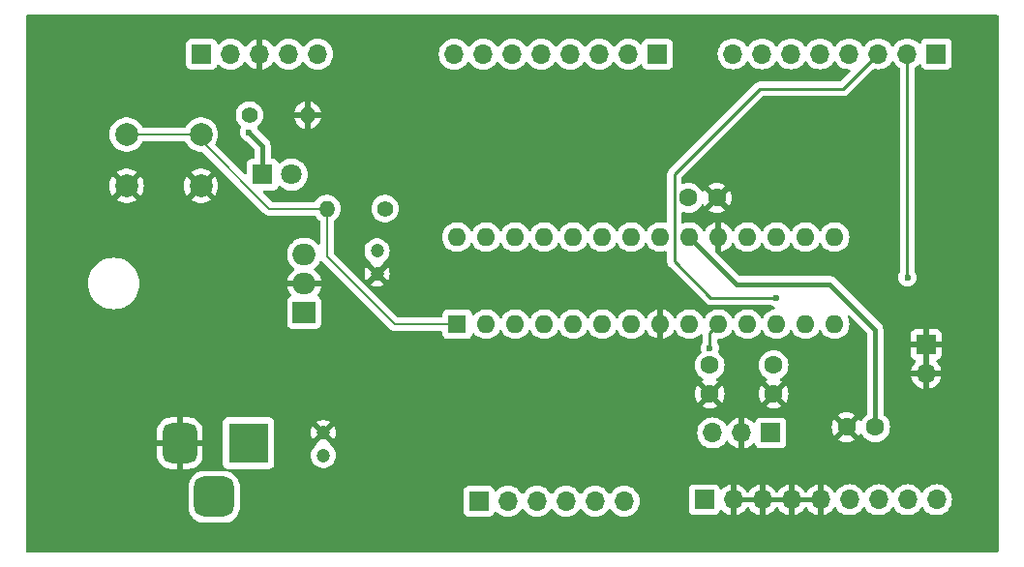
<source format=gbr>
%TF.GenerationSoftware,KiCad,Pcbnew,8.0.5*%
%TF.CreationDate,2025-01-06T05:05:23+01:00*%
%TF.ProjectId,my_Project2,6d795f50-726f-46a6-9563-74322e6b6963,rev?*%
%TF.SameCoordinates,Original*%
%TF.FileFunction,Copper,L2,Bot*%
%TF.FilePolarity,Positive*%
%FSLAX46Y46*%
G04 Gerber Fmt 4.6, Leading zero omitted, Abs format (unit mm)*
G04 Created by KiCad (PCBNEW 8.0.5) date 2025-01-06 05:05:23*
%MOMM*%
%LPD*%
G01*
G04 APERTURE LIST*
G04 Aperture macros list*
%AMRoundRect*
0 Rectangle with rounded corners*
0 $1 Rounding radius*
0 $2 $3 $4 $5 $6 $7 $8 $9 X,Y pos of 4 corners*
0 Add a 4 corners polygon primitive as box body*
4,1,4,$2,$3,$4,$5,$6,$7,$8,$9,$2,$3,0*
0 Add four circle primitives for the rounded corners*
1,1,$1+$1,$2,$3*
1,1,$1+$1,$4,$5*
1,1,$1+$1,$6,$7*
1,1,$1+$1,$8,$9*
0 Add four rect primitives between the rounded corners*
20,1,$1+$1,$2,$3,$4,$5,0*
20,1,$1+$1,$4,$5,$6,$7,0*
20,1,$1+$1,$6,$7,$8,$9,0*
20,1,$1+$1,$8,$9,$2,$3,0*%
G04 Aperture macros list end*
%TA.AperFunction,ComponentPad*%
%ADD10C,1.400000*%
%TD*%
%TA.AperFunction,ComponentPad*%
%ADD11O,1.400000X1.400000*%
%TD*%
%TA.AperFunction,ComponentPad*%
%ADD12C,1.200000*%
%TD*%
%TA.AperFunction,ComponentPad*%
%ADD13C,1.600000*%
%TD*%
%TA.AperFunction,ComponentPad*%
%ADD14C,2.000000*%
%TD*%
%TA.AperFunction,ComponentPad*%
%ADD15R,1.700000X1.700000*%
%TD*%
%TA.AperFunction,ComponentPad*%
%ADD16O,1.700000X1.700000*%
%TD*%
%TA.AperFunction,ComponentPad*%
%ADD17R,3.500000X3.500000*%
%TD*%
%TA.AperFunction,ComponentPad*%
%ADD18RoundRect,0.750000X-0.750000X-1.000000X0.750000X-1.000000X0.750000X1.000000X-0.750000X1.000000X0*%
%TD*%
%TA.AperFunction,ComponentPad*%
%ADD19RoundRect,0.875000X-0.875000X-0.875000X0.875000X-0.875000X0.875000X0.875000X-0.875000X0.875000X0*%
%TD*%
%TA.AperFunction,ComponentPad*%
%ADD20R,2.000000X1.905000*%
%TD*%
%TA.AperFunction,ComponentPad*%
%ADD21O,2.000000X1.905000*%
%TD*%
%TA.AperFunction,ComponentPad*%
%ADD22R,1.800000X1.800000*%
%TD*%
%TA.AperFunction,ComponentPad*%
%ADD23C,1.800000*%
%TD*%
%TA.AperFunction,ComponentPad*%
%ADD24R,1.600000X1.600000*%
%TD*%
%TA.AperFunction,ComponentPad*%
%ADD25O,1.600000X1.600000*%
%TD*%
%TA.AperFunction,ViaPad*%
%ADD26C,0.600000*%
%TD*%
%TA.AperFunction,Conductor*%
%ADD27C,0.200000*%
%TD*%
%TA.AperFunction,Conductor*%
%ADD28C,0.400000*%
%TD*%
%TA.AperFunction,Conductor*%
%ADD29C,0.250000*%
%TD*%
G04 APERTURE END LIST*
D10*
%TO.P,R2,1*%
%TO.N,Net-(D1-K)*%
X86741000Y-48514000D03*
D11*
%TO.P,R2,2*%
%TO.N,GND*%
X91821000Y-48514000D03*
%TD*%
D12*
%TO.P,C2,1*%
%TO.N,+5V*%
X97900000Y-60400000D03*
%TO.P,C2,2*%
%TO.N,GND*%
X97900000Y-62400000D03*
%TD*%
%TO.P,C1,1*%
%TO.N,GND*%
X93218000Y-76300500D03*
%TO.P,C1,2*%
%TO.N,Vin*%
X93218000Y-78300500D03*
%TD*%
D13*
%TO.P,C5,1*%
%TO.N,OSCI2*%
X127000000Y-70398000D03*
%TO.P,C5,2*%
%TO.N,GND*%
X127000000Y-72898000D03*
%TD*%
D14*
%TO.P,SW1,1,1*%
%TO.N,MCLR*%
X75998000Y-50201000D03*
X82498000Y-50201000D03*
%TO.P,SW1,2,2*%
%TO.N,GND*%
X75998000Y-54701000D03*
X82498000Y-54701000D03*
%TD*%
D15*
%TO.P,J6,1,Pin_1*%
%TO.N,OSCI2*%
X132334000Y-76327000D03*
D16*
%TO.P,J6,2,Pin_2*%
%TO.N,GND*%
X129794000Y-76327000D03*
%TO.P,J6,3,Pin_3*%
%TO.N,OSC1*%
X127254000Y-76327000D03*
%TD*%
D17*
%TO.P,J1,1*%
%TO.N,Vin*%
X86645000Y-77216000D03*
D18*
%TO.P,J1,2*%
%TO.N,GND*%
X80645000Y-77216000D03*
D19*
%TO.P,J1,3*%
%TO.N,N/C*%
X83645000Y-81916000D03*
%TD*%
D15*
%TO.P,J3,1,Pin_1*%
%TO.N,GND*%
X145923000Y-68580000D03*
D16*
%TO.P,J3,2,Pin_2*%
X145923000Y-71120000D03*
%TD*%
D11*
%TO.P,R1,2*%
%TO.N,MCLR*%
X93520000Y-56700000D03*
D10*
%TO.P,R1,1*%
%TO.N,+5V*%
X98600000Y-56700000D03*
%TD*%
D20*
%TO.P,U2,1,IN*%
%TO.N,Vin*%
X91526000Y-65786000D03*
D21*
%TO.P,U2,2,GND*%
%TO.N,GND*%
X91526000Y-63246000D03*
%TO.P,U2,3,OUT*%
%TO.N,+5V*%
X91526000Y-60706000D03*
%TD*%
D15*
%TO.P,J2,1,Pin_1*%
%TO.N,Vin*%
X126517000Y-82169000D03*
D16*
%TO.P,J2,2,Pin_2*%
%TO.N,GND*%
X129057000Y-82169000D03*
%TO.P,J2,3,Pin_3*%
X131597000Y-82169000D03*
%TO.P,J2,4,Pin_4*%
X134137000Y-82169000D03*
%TO.P,J2,5,Pin_5*%
X136677000Y-82169000D03*
%TO.P,J2,6,Pin_6*%
%TO.N,+5V*%
X139217000Y-82169000D03*
%TO.P,J2,7,Pin_7*%
X141757000Y-82169000D03*
%TO.P,J2,8,Pin_8*%
X144297000Y-82169000D03*
%TO.P,J2,9,Pin_9*%
X146837000Y-82169000D03*
%TD*%
D13*
%TO.P,C6,1*%
%TO.N,GND*%
X132588000Y-72898000D03*
%TO.P,C6,2*%
%TO.N,OSC1*%
X132588000Y-70398000D03*
%TD*%
%TO.P,C4,1*%
%TO.N,GND*%
X138978000Y-75819000D03*
%TO.P,C4,2*%
%TO.N,+5V*%
X141478000Y-75819000D03*
%TD*%
D22*
%TO.P,D1,1,K*%
%TO.N,Net-(D1-K)*%
X87884000Y-53721000D03*
D23*
%TO.P,D1,2,A*%
%TO.N,+5V*%
X90424000Y-53721000D03*
%TD*%
D15*
%TO.P,J7,1,Pin_1*%
%TO.N,RA0*%
X106807000Y-82296000D03*
D16*
%TO.P,J7,2,Pin_2*%
%TO.N,RA1*%
X109347000Y-82296000D03*
%TO.P,J7,3,Pin_3*%
%TO.N,RA2*%
X111887000Y-82296000D03*
%TO.P,J7,4,Pin_4*%
%TO.N,RA3*%
X114427000Y-82296000D03*
%TO.P,J7,5,Pin_5*%
%TO.N,RA4*%
X116967000Y-82296000D03*
%TO.P,J7,6,Pin_6*%
%TO.N,RA5*%
X119507000Y-82296000D03*
%TD*%
D15*
%TO.P,J4,1,Pin_1*%
%TO.N,RB0*%
X122428000Y-43180000D03*
D16*
%TO.P,J4,2,Pin_2*%
%TO.N,RB1*%
X119888000Y-43180000D03*
%TO.P,J4,3,Pin_3*%
%TO.N,RB2*%
X117348000Y-43180000D03*
%TO.P,J4,4,Pin_4*%
%TO.N,RB3*%
X114808000Y-43180000D03*
%TO.P,J4,5,Pin_5*%
%TO.N,RB4*%
X112268000Y-43180000D03*
%TO.P,J4,6,Pin_6*%
%TO.N,RB5*%
X109728000Y-43180000D03*
%TO.P,J4,7,Pin_7*%
%TO.N,RB6*%
X107188000Y-43180000D03*
%TO.P,J4,8,Pin_8*%
%TO.N,RB7*%
X104648000Y-43180000D03*
%TD*%
D13*
%TO.P,C3,1*%
%TO.N,GND*%
X127635000Y-55753000D03*
%TO.P,C3,2*%
%TO.N,+5V*%
X125135000Y-55753000D03*
%TD*%
D15*
%TO.P,J8,1,Pin_1*%
%TO.N,MCLR*%
X82550000Y-43180000D03*
D16*
%TO.P,J8,2,Pin_2*%
%TO.N,+5V*%
X85090000Y-43180000D03*
%TO.P,J8,3,Pin_3*%
%TO.N,GND*%
X87630000Y-43180000D03*
%TO.P,J8,4,Pin_4*%
%TO.N,RB7*%
X90170000Y-43180000D03*
%TO.P,J8,5,Pin_5*%
%TO.N,RB6*%
X92710000Y-43180000D03*
%TD*%
D24*
%TO.P,U1,1,Vpp/~{MCLR}/RE3*%
%TO.N,MCLR*%
X104902000Y-66802000D03*
D25*
%TO.P,U1,2,RA0/AN0*%
%TO.N,RA0*%
X107442000Y-66802000D03*
%TO.P,U1,3,RA1/AN1*%
%TO.N,RA1*%
X109982000Y-66802000D03*
%TO.P,U1,4,RA2/AN2/Vref-/CVref*%
%TO.N,RA2*%
X112522000Y-66802000D03*
%TO.P,U1,5,RA3/AN3/Vref+*%
%TO.N,RA3*%
X115062000Y-66802000D03*
%TO.P,U1,6,RA4/T0CKI/C1OUT/RCV*%
%TO.N,RA4*%
X117602000Y-66802000D03*
%TO.P,U1,7,RA5/AN4/~{SS}/HLVDIN/C2OUT*%
%TO.N,RA5*%
X120142000Y-66802000D03*
%TO.P,U1,8,VSS*%
%TO.N,GND*%
X122682000Y-66802000D03*
%TO.P,U1,9,OSC1/CLKI*%
%TO.N,OSC1*%
X125222000Y-66802000D03*
%TO.P,U1,10,RA6/OSC2/CLKO*%
%TO.N,OSCI2*%
X127762000Y-66802000D03*
%TO.P,U1,11,T1OSO/T13CKI/RC0*%
%TO.N,RC0*%
X130302000Y-66802000D03*
%TO.P,U1,12,~{UOE}/CCP2/T1OSI/RC1*%
%TO.N,RC1*%
X132842000Y-66802000D03*
%TO.P,U1,13,CCP1/RC2*%
%TO.N,RC2*%
X135382000Y-66802000D03*
%TO.P,U1,14,VUSB*%
%TO.N,Vu*%
X137922000Y-66802000D03*
%TO.P,U1,15,VM/D-/RC4*%
%TO.N,RC4*%
X137922000Y-59182000D03*
%TO.P,U1,16,VP/D+/RC5*%
%TO.N,RC5*%
X135382000Y-59182000D03*
%TO.P,U1,17,TX/CK/RC6*%
%TO.N,RC6*%
X132842000Y-59182000D03*
%TO.P,U1,18,SDO/RX/DT/RC7*%
%TO.N,RC7*%
X130302000Y-59182000D03*
%TO.P,U1,19,VSS*%
%TO.N,GND*%
X127762000Y-59182000D03*
%TO.P,U1,20,VDD*%
%TO.N,+5V*%
X125222000Y-59182000D03*
%TO.P,U1,21,RB0/AN12/INT0/FLT0/SDI/SDA*%
%TO.N,RB0*%
X122682000Y-59182000D03*
%TO.P,U1,22,RB1/AN10/INT1/SCK/SCL*%
%TO.N,RB1*%
X120142000Y-59182000D03*
%TO.P,U1,23,RB2/AN8/INT2/VMO*%
%TO.N,RB2*%
X117602000Y-59182000D03*
%TO.P,U1,24,RB3/AN9/CCP2/VPO*%
%TO.N,RB3*%
X115062000Y-59182000D03*
%TO.P,U1,25,RB4/AN11/KBI0*%
%TO.N,RB4*%
X112522000Y-59182000D03*
%TO.P,U1,26,RB5/KBI1/PGM*%
%TO.N,RB5*%
X109982000Y-59182000D03*
%TO.P,U1,27,RB6/KBI2/PGC*%
%TO.N,RB6*%
X107442000Y-59182000D03*
%TO.P,U1,28,RB7/KBI3/PGD*%
%TO.N,RB7*%
X104902000Y-59182000D03*
%TD*%
D15*
%TO.P,J5,1,Pin_1*%
%TO.N,Vu*%
X146827000Y-43155000D03*
D16*
%TO.P,J5,2,Pin_2*%
%TO.N,RC0*%
X144287000Y-43155000D03*
%TO.P,J5,3,Pin_3*%
%TO.N,RC1*%
X141747000Y-43155000D03*
%TO.P,J5,4,Pin_4*%
%TO.N,RC2*%
X139207000Y-43155000D03*
%TO.P,J5,5,Pin_5*%
%TO.N,RC4*%
X136667000Y-43155000D03*
%TO.P,J5,6,Pin_6*%
%TO.N,RC5*%
X134127000Y-43155000D03*
%TO.P,J5,7,Pin_7*%
%TO.N,RC6*%
X131587000Y-43155000D03*
%TO.P,J5,8,Pin_8*%
%TO.N,RC7*%
X129047000Y-43155000D03*
%TD*%
D26*
%TO.N,GND*%
X133604000Y-55880000D03*
X114046000Y-78486000D03*
X138176000Y-55880000D03*
X116078000Y-55880000D03*
X121158000Y-55880000D03*
X108712000Y-55880000D03*
X109220000Y-78486000D03*
X136144000Y-55880000D03*
X106680000Y-55880000D03*
X110998000Y-55880000D03*
X116840000Y-78486000D03*
X119380000Y-78486000D03*
X111760000Y-78486000D03*
X131318000Y-55880000D03*
X113538000Y-55880000D03*
X118618000Y-55880000D03*
%TO.N,OSCI2*%
X127000000Y-68900000D03*
%TO.N,Net-(D1-K)*%
X86700000Y-50000000D03*
%TO.N,RC1*%
X132800000Y-64500000D03*
%TO.N,RC0*%
X144300000Y-62700000D03*
%TD*%
D27*
%TO.N,MCLR*%
X82498000Y-50201000D02*
X75998000Y-50201000D01*
X82498000Y-50735000D02*
X82498000Y-50201000D01*
X88463000Y-56700000D02*
X82498000Y-50735000D01*
X93520000Y-56700000D02*
X88463000Y-56700000D01*
X93520000Y-60881198D02*
X93520000Y-56700000D01*
X99440802Y-66802000D02*
X93520000Y-60881198D01*
X104902000Y-66802000D02*
X99440802Y-66802000D01*
D28*
%TO.N,+5V*%
X129340000Y-63300000D02*
X125222000Y-59182000D01*
X137500000Y-63300000D02*
X129340000Y-63300000D01*
X141478000Y-75819000D02*
X141478000Y-67278000D01*
X141478000Y-67278000D02*
X137500000Y-63300000D01*
D29*
%TO.N,OSCI2*%
X127000000Y-68900000D02*
X127000000Y-67564000D01*
X127000000Y-67564000D02*
X127762000Y-66802000D01*
D28*
%TO.N,Net-(D1-K)*%
X87884000Y-51184000D02*
X87884000Y-53721000D01*
X86700000Y-50000000D02*
X87884000Y-51184000D01*
D29*
%TO.N,RC1*%
X132800000Y-64500000D02*
X127100000Y-64500000D01*
X138702000Y-46200000D02*
X141747000Y-43155000D01*
X131400000Y-46200000D02*
X138702000Y-46200000D01*
X127100000Y-64500000D02*
X123900000Y-61300000D01*
X123900000Y-61300000D02*
X123900000Y-53700000D01*
X123900000Y-53700000D02*
X131400000Y-46200000D01*
%TO.N,RC0*%
X144287000Y-62687000D02*
X144287000Y-43155000D01*
X144300000Y-62700000D02*
X144287000Y-62687000D01*
%TD*%
%TA.AperFunction,Conductor*%
%TO.N,GND*%
G36*
X131131075Y-81976007D02*
G01*
X131097000Y-82103174D01*
X131097000Y-82234826D01*
X131131075Y-82361993D01*
X131163988Y-82419000D01*
X129490012Y-82419000D01*
X129522925Y-82361993D01*
X129557000Y-82234826D01*
X129557000Y-82103174D01*
X129522925Y-81976007D01*
X129490012Y-81919000D01*
X131163988Y-81919000D01*
X131131075Y-81976007D01*
G37*
%TD.AperFunction*%
%TA.AperFunction,Conductor*%
G36*
X133671075Y-81976007D02*
G01*
X133637000Y-82103174D01*
X133637000Y-82234826D01*
X133671075Y-82361993D01*
X133703988Y-82419000D01*
X132030012Y-82419000D01*
X132062925Y-82361993D01*
X132097000Y-82234826D01*
X132097000Y-82103174D01*
X132062925Y-81976007D01*
X132030012Y-81919000D01*
X133703988Y-81919000D01*
X133671075Y-81976007D01*
G37*
%TD.AperFunction*%
%TA.AperFunction,Conductor*%
G36*
X136211075Y-81976007D02*
G01*
X136177000Y-82103174D01*
X136177000Y-82234826D01*
X136211075Y-82361993D01*
X136243988Y-82419000D01*
X134570012Y-82419000D01*
X134602925Y-82361993D01*
X134637000Y-82234826D01*
X134637000Y-82103174D01*
X134602925Y-81976007D01*
X134570012Y-81919000D01*
X136243988Y-81919000D01*
X136211075Y-81976007D01*
G37*
%TD.AperFunction*%
%TA.AperFunction,Conductor*%
G36*
X146173000Y-70686988D02*
G01*
X146115993Y-70654075D01*
X145988826Y-70620000D01*
X145857174Y-70620000D01*
X145730007Y-70654075D01*
X145673000Y-70686988D01*
X145673000Y-69013012D01*
X145730007Y-69045925D01*
X145857174Y-69080000D01*
X145988826Y-69080000D01*
X146115993Y-69045925D01*
X146173000Y-69013012D01*
X146173000Y-70686988D01*
G37*
%TD.AperFunction*%
%TA.AperFunction,Conductor*%
G36*
X152223539Y-39763185D02*
G01*
X152269294Y-39815989D01*
X152280500Y-39867500D01*
X152280500Y-86624500D01*
X152260815Y-86691539D01*
X152208011Y-86737294D01*
X152156500Y-86748500D01*
X67299500Y-86748500D01*
X67232461Y-86728815D01*
X67186706Y-86676011D01*
X67175500Y-86624500D01*
X67175500Y-80947386D01*
X81394500Y-80947386D01*
X81394500Y-82884613D01*
X81394501Y-82884652D01*
X81397295Y-82937243D01*
X81397295Y-82937244D01*
X81434459Y-83129402D01*
X81441755Y-83167126D01*
X81477308Y-83261335D01*
X81524425Y-83386189D01*
X81642929Y-83588131D01*
X81642934Y-83588138D01*
X81793856Y-83767141D01*
X81793858Y-83767143D01*
X81972861Y-83918065D01*
X81972868Y-83918070D01*
X82174810Y-84036574D01*
X82393874Y-84119245D01*
X82623759Y-84163705D01*
X82676378Y-84166500D01*
X82676386Y-84166500D01*
X84613614Y-84166500D01*
X84613622Y-84166500D01*
X84666241Y-84163705D01*
X84896126Y-84119245D01*
X85115190Y-84036574D01*
X85317132Y-83918070D01*
X85496142Y-83767142D01*
X85597859Y-83646500D01*
X85647065Y-83588138D01*
X85647065Y-83588137D01*
X85647070Y-83588132D01*
X85765574Y-83386190D01*
X85848245Y-83167126D01*
X85892705Y-82937241D01*
X85895500Y-82884622D01*
X85895500Y-81398135D01*
X105456500Y-81398135D01*
X105456500Y-83193870D01*
X105456501Y-83193876D01*
X105462908Y-83253483D01*
X105513202Y-83388328D01*
X105513206Y-83388335D01*
X105599452Y-83503544D01*
X105599455Y-83503547D01*
X105714664Y-83589793D01*
X105714671Y-83589797D01*
X105849517Y-83640091D01*
X105849516Y-83640091D01*
X105856444Y-83640835D01*
X105909127Y-83646500D01*
X107704872Y-83646499D01*
X107764483Y-83640091D01*
X107899331Y-83589796D01*
X108014546Y-83503546D01*
X108100796Y-83388331D01*
X108149810Y-83256916D01*
X108191681Y-83200984D01*
X108257145Y-83176566D01*
X108325418Y-83191417D01*
X108353673Y-83212569D01*
X108475599Y-83334495D01*
X108572384Y-83402265D01*
X108669165Y-83470032D01*
X108669167Y-83470033D01*
X108669170Y-83470035D01*
X108883337Y-83569903D01*
X109111592Y-83631063D01*
X109288034Y-83646500D01*
X109346999Y-83651659D01*
X109347000Y-83651659D01*
X109347001Y-83651659D01*
X109405966Y-83646500D01*
X109582408Y-83631063D01*
X109810663Y-83569903D01*
X110024830Y-83470035D01*
X110218401Y-83334495D01*
X110385495Y-83167401D01*
X110515425Y-82981842D01*
X110570002Y-82938217D01*
X110639500Y-82931023D01*
X110701855Y-82962546D01*
X110718575Y-82981842D01*
X110848500Y-83167395D01*
X110848505Y-83167401D01*
X111015599Y-83334495D01*
X111112384Y-83402265D01*
X111209165Y-83470032D01*
X111209167Y-83470033D01*
X111209170Y-83470035D01*
X111423337Y-83569903D01*
X111651592Y-83631063D01*
X111828034Y-83646500D01*
X111886999Y-83651659D01*
X111887000Y-83651659D01*
X111887001Y-83651659D01*
X111945966Y-83646500D01*
X112122408Y-83631063D01*
X112350663Y-83569903D01*
X112564830Y-83470035D01*
X112758401Y-83334495D01*
X112925495Y-83167401D01*
X113055425Y-82981842D01*
X113110002Y-82938217D01*
X113179500Y-82931023D01*
X113241855Y-82962546D01*
X113258575Y-82981842D01*
X113388500Y-83167395D01*
X113388505Y-83167401D01*
X113555599Y-83334495D01*
X113652384Y-83402265D01*
X113749165Y-83470032D01*
X113749167Y-83470033D01*
X113749170Y-83470035D01*
X113963337Y-83569903D01*
X114191592Y-83631063D01*
X114368034Y-83646500D01*
X114426999Y-83651659D01*
X114427000Y-83651659D01*
X114427001Y-83651659D01*
X114485966Y-83646500D01*
X114662408Y-83631063D01*
X114890663Y-83569903D01*
X115104830Y-83470035D01*
X115298401Y-83334495D01*
X115465495Y-83167401D01*
X115595425Y-82981842D01*
X115650002Y-82938217D01*
X115719500Y-82931023D01*
X115781855Y-82962546D01*
X115798575Y-82981842D01*
X115928500Y-83167395D01*
X115928505Y-83167401D01*
X116095599Y-83334495D01*
X116192384Y-83402265D01*
X116289165Y-83470032D01*
X116289167Y-83470033D01*
X116289170Y-83470035D01*
X116503337Y-83569903D01*
X116731592Y-83631063D01*
X116908034Y-83646500D01*
X116966999Y-83651659D01*
X116967000Y-83651659D01*
X116967001Y-83651659D01*
X117025966Y-83646500D01*
X117202408Y-83631063D01*
X117430663Y-83569903D01*
X117644830Y-83470035D01*
X117838401Y-83334495D01*
X118005495Y-83167401D01*
X118135425Y-82981842D01*
X118190002Y-82938217D01*
X118259500Y-82931023D01*
X118321855Y-82962546D01*
X118338575Y-82981842D01*
X118468500Y-83167395D01*
X118468505Y-83167401D01*
X118635599Y-83334495D01*
X118732384Y-83402265D01*
X118829165Y-83470032D01*
X118829167Y-83470033D01*
X118829170Y-83470035D01*
X119043337Y-83569903D01*
X119271592Y-83631063D01*
X119448034Y-83646500D01*
X119506999Y-83651659D01*
X119507000Y-83651659D01*
X119507001Y-83651659D01*
X119565966Y-83646500D01*
X119742408Y-83631063D01*
X119970663Y-83569903D01*
X120184830Y-83470035D01*
X120378401Y-83334495D01*
X120545495Y-83167401D01*
X120681035Y-82973830D01*
X120780903Y-82759663D01*
X120842063Y-82531408D01*
X120862659Y-82296000D01*
X120842063Y-82060592D01*
X120780903Y-81832337D01*
X120681035Y-81618171D01*
X120675425Y-81610158D01*
X120545494Y-81424597D01*
X120392031Y-81271135D01*
X125166500Y-81271135D01*
X125166500Y-83066870D01*
X125166501Y-83066876D01*
X125172908Y-83126483D01*
X125223202Y-83261328D01*
X125223206Y-83261335D01*
X125309452Y-83376544D01*
X125309455Y-83376547D01*
X125424664Y-83462793D01*
X125424671Y-83462797D01*
X125559517Y-83513091D01*
X125559516Y-83513091D01*
X125566444Y-83513835D01*
X125619127Y-83519500D01*
X127414872Y-83519499D01*
X127474483Y-83513091D01*
X127609331Y-83462796D01*
X127724546Y-83376546D01*
X127810796Y-83261331D01*
X127860002Y-83129401D01*
X127901872Y-83073468D01*
X127967337Y-83049050D01*
X128035610Y-83063901D01*
X128063865Y-83085053D01*
X128185917Y-83207105D01*
X128379421Y-83342600D01*
X128593507Y-83442429D01*
X128593516Y-83442433D01*
X128807000Y-83499634D01*
X128807000Y-82602012D01*
X128864007Y-82634925D01*
X128991174Y-82669000D01*
X129122826Y-82669000D01*
X129249993Y-82634925D01*
X129307000Y-82602012D01*
X129307000Y-83499633D01*
X129520483Y-83442433D01*
X129520492Y-83442429D01*
X129734578Y-83342600D01*
X129928082Y-83207105D01*
X130095105Y-83040082D01*
X130225425Y-82853968D01*
X130280002Y-82810344D01*
X130349501Y-82803151D01*
X130411855Y-82834673D01*
X130428575Y-82853968D01*
X130558894Y-83040082D01*
X130725917Y-83207105D01*
X130919421Y-83342600D01*
X131133507Y-83442429D01*
X131133516Y-83442433D01*
X131347000Y-83499634D01*
X131347000Y-82602012D01*
X131404007Y-82634925D01*
X131531174Y-82669000D01*
X131662826Y-82669000D01*
X131789993Y-82634925D01*
X131847000Y-82602012D01*
X131847000Y-83499633D01*
X132060483Y-83442433D01*
X132060492Y-83442429D01*
X132274578Y-83342600D01*
X132468082Y-83207105D01*
X132635105Y-83040082D01*
X132765425Y-82853968D01*
X132820002Y-82810344D01*
X132889501Y-82803151D01*
X132951855Y-82834673D01*
X132968575Y-82853968D01*
X133098894Y-83040082D01*
X133265917Y-83207105D01*
X133459421Y-83342600D01*
X133673507Y-83442429D01*
X133673516Y-83442433D01*
X133887000Y-83499634D01*
X133887000Y-82602012D01*
X133944007Y-82634925D01*
X134071174Y-82669000D01*
X134202826Y-82669000D01*
X134329993Y-82634925D01*
X134387000Y-82602012D01*
X134387000Y-83499633D01*
X134600483Y-83442433D01*
X134600492Y-83442429D01*
X134814578Y-83342600D01*
X135008082Y-83207105D01*
X135175105Y-83040082D01*
X135305425Y-82853968D01*
X135360002Y-82810344D01*
X135429501Y-82803151D01*
X135491855Y-82834673D01*
X135508575Y-82853968D01*
X135638894Y-83040082D01*
X135805917Y-83207105D01*
X135999421Y-83342600D01*
X136213507Y-83442429D01*
X136213516Y-83442433D01*
X136427000Y-83499634D01*
X136427000Y-82602012D01*
X136484007Y-82634925D01*
X136611174Y-82669000D01*
X136742826Y-82669000D01*
X136869993Y-82634925D01*
X136927000Y-82602012D01*
X136927000Y-83499633D01*
X137140483Y-83442433D01*
X137140492Y-83442429D01*
X137354578Y-83342600D01*
X137548082Y-83207105D01*
X137715105Y-83040082D01*
X137845119Y-82854405D01*
X137899696Y-82810781D01*
X137969195Y-82803588D01*
X138031549Y-82835110D01*
X138048269Y-82854405D01*
X138178505Y-83040401D01*
X138345599Y-83207495D01*
X138442384Y-83275265D01*
X138539165Y-83343032D01*
X138539167Y-83343033D01*
X138539170Y-83343035D01*
X138753337Y-83442903D01*
X138981592Y-83504063D01*
X139158034Y-83519500D01*
X139216999Y-83524659D01*
X139217000Y-83524659D01*
X139217001Y-83524659D01*
X139275966Y-83519500D01*
X139452408Y-83504063D01*
X139680663Y-83442903D01*
X139894830Y-83343035D01*
X140088401Y-83207495D01*
X140255495Y-83040401D01*
X140385425Y-82854842D01*
X140440002Y-82811217D01*
X140509500Y-82804023D01*
X140571855Y-82835546D01*
X140588575Y-82854842D01*
X140718500Y-83040395D01*
X140718505Y-83040401D01*
X140885599Y-83207495D01*
X140982384Y-83275265D01*
X141079165Y-83343032D01*
X141079167Y-83343033D01*
X141079170Y-83343035D01*
X141293337Y-83442903D01*
X141521592Y-83504063D01*
X141698034Y-83519500D01*
X141756999Y-83524659D01*
X141757000Y-83524659D01*
X141757001Y-83524659D01*
X141815966Y-83519500D01*
X141992408Y-83504063D01*
X142220663Y-83442903D01*
X142434830Y-83343035D01*
X142628401Y-83207495D01*
X142795495Y-83040401D01*
X142925425Y-82854842D01*
X142980002Y-82811217D01*
X143049500Y-82804023D01*
X143111855Y-82835546D01*
X143128575Y-82854842D01*
X143258500Y-83040395D01*
X143258505Y-83040401D01*
X143425599Y-83207495D01*
X143522384Y-83275265D01*
X143619165Y-83343032D01*
X143619167Y-83343033D01*
X143619170Y-83343035D01*
X143833337Y-83442903D01*
X144061592Y-83504063D01*
X144238034Y-83519500D01*
X144296999Y-83524659D01*
X144297000Y-83524659D01*
X144297001Y-83524659D01*
X144355966Y-83519500D01*
X144532408Y-83504063D01*
X144760663Y-83442903D01*
X144974830Y-83343035D01*
X145168401Y-83207495D01*
X145335495Y-83040401D01*
X145465425Y-82854842D01*
X145520002Y-82811217D01*
X145589500Y-82804023D01*
X145651855Y-82835546D01*
X145668575Y-82854842D01*
X145798500Y-83040395D01*
X145798505Y-83040401D01*
X145965599Y-83207495D01*
X146062384Y-83275265D01*
X146159165Y-83343032D01*
X146159167Y-83343033D01*
X146159170Y-83343035D01*
X146373337Y-83442903D01*
X146601592Y-83504063D01*
X146778034Y-83519500D01*
X146836999Y-83524659D01*
X146837000Y-83524659D01*
X146837001Y-83524659D01*
X146895966Y-83519500D01*
X147072408Y-83504063D01*
X147300663Y-83442903D01*
X147514830Y-83343035D01*
X147708401Y-83207495D01*
X147875495Y-83040401D01*
X148011035Y-82846830D01*
X148110903Y-82632663D01*
X148172063Y-82404408D01*
X148192659Y-82169000D01*
X148172063Y-81933592D01*
X148110903Y-81705337D01*
X148011035Y-81491171D01*
X148005731Y-81483595D01*
X147875494Y-81297597D01*
X147708402Y-81130506D01*
X147708395Y-81130501D01*
X147696204Y-81121965D01*
X147669521Y-81103281D01*
X147514834Y-80994967D01*
X147514830Y-80994965D01*
X147514828Y-80994964D01*
X147300663Y-80895097D01*
X147300659Y-80895096D01*
X147300655Y-80895094D01*
X147072413Y-80833938D01*
X147072403Y-80833936D01*
X146837001Y-80813341D01*
X146836999Y-80813341D01*
X146601596Y-80833936D01*
X146601586Y-80833938D01*
X146373344Y-80895094D01*
X146373335Y-80895098D01*
X146159171Y-80994964D01*
X146159169Y-80994965D01*
X145965597Y-81130505D01*
X145798505Y-81297597D01*
X145668575Y-81483158D01*
X145613998Y-81526783D01*
X145544500Y-81533977D01*
X145482145Y-81502454D01*
X145465425Y-81483158D01*
X145335494Y-81297597D01*
X145168402Y-81130506D01*
X145168395Y-81130501D01*
X145156204Y-81121965D01*
X145129521Y-81103281D01*
X144974834Y-80994967D01*
X144974830Y-80994965D01*
X144974828Y-80994964D01*
X144760663Y-80895097D01*
X144760659Y-80895096D01*
X144760655Y-80895094D01*
X144532413Y-80833938D01*
X144532403Y-80833936D01*
X144297001Y-80813341D01*
X144296999Y-80813341D01*
X144061596Y-80833936D01*
X144061586Y-80833938D01*
X143833344Y-80895094D01*
X143833335Y-80895098D01*
X143619171Y-80994964D01*
X143619169Y-80994965D01*
X143425597Y-81130505D01*
X143258505Y-81297597D01*
X143128575Y-81483158D01*
X143073998Y-81526783D01*
X143004500Y-81533977D01*
X142942145Y-81502454D01*
X142925425Y-81483158D01*
X142795494Y-81297597D01*
X142628402Y-81130506D01*
X142628395Y-81130501D01*
X142616204Y-81121965D01*
X142589521Y-81103281D01*
X142434834Y-80994967D01*
X142434830Y-80994965D01*
X142434828Y-80994964D01*
X142220663Y-80895097D01*
X142220659Y-80895096D01*
X142220655Y-80895094D01*
X141992413Y-80833938D01*
X141992403Y-80833936D01*
X141757001Y-80813341D01*
X141756999Y-80813341D01*
X141521596Y-80833936D01*
X141521586Y-80833938D01*
X141293344Y-80895094D01*
X141293335Y-80895098D01*
X141079171Y-80994964D01*
X141079169Y-80994965D01*
X140885597Y-81130505D01*
X140718505Y-81297597D01*
X140588575Y-81483158D01*
X140533998Y-81526783D01*
X140464500Y-81533977D01*
X140402145Y-81502454D01*
X140385425Y-81483158D01*
X140255494Y-81297597D01*
X140088402Y-81130506D01*
X140088395Y-81130501D01*
X140076204Y-81121965D01*
X140049521Y-81103281D01*
X139894834Y-80994967D01*
X139894830Y-80994965D01*
X139894828Y-80994964D01*
X139680663Y-80895097D01*
X139680659Y-80895096D01*
X139680655Y-80895094D01*
X139452413Y-80833938D01*
X139452403Y-80833936D01*
X139217001Y-80813341D01*
X139216999Y-80813341D01*
X138981596Y-80833936D01*
X138981586Y-80833938D01*
X138753344Y-80895094D01*
X138753335Y-80895098D01*
X138539171Y-80994964D01*
X138539169Y-80994965D01*
X138345597Y-81130505D01*
X138178508Y-81297594D01*
X138048269Y-81483595D01*
X137993692Y-81527219D01*
X137924193Y-81534412D01*
X137861839Y-81502890D01*
X137845119Y-81483594D01*
X137715113Y-81297926D01*
X137715108Y-81297920D01*
X137548082Y-81130894D01*
X137354578Y-80995399D01*
X137140492Y-80895570D01*
X137140486Y-80895567D01*
X136927000Y-80838364D01*
X136927000Y-81735988D01*
X136869993Y-81703075D01*
X136742826Y-81669000D01*
X136611174Y-81669000D01*
X136484007Y-81703075D01*
X136427000Y-81735988D01*
X136427000Y-80838364D01*
X136426999Y-80838364D01*
X136213513Y-80895567D01*
X136213507Y-80895570D01*
X135999422Y-80995399D01*
X135999420Y-80995400D01*
X135805926Y-81130886D01*
X135805920Y-81130891D01*
X135638891Y-81297920D01*
X135638890Y-81297922D01*
X135508575Y-81484031D01*
X135453998Y-81527655D01*
X135384499Y-81534848D01*
X135322145Y-81503326D01*
X135305425Y-81484031D01*
X135175109Y-81297922D01*
X135175108Y-81297920D01*
X135008082Y-81130894D01*
X134814578Y-80995399D01*
X134600492Y-80895570D01*
X134600486Y-80895567D01*
X134387000Y-80838364D01*
X134387000Y-81735988D01*
X134329993Y-81703075D01*
X134202826Y-81669000D01*
X134071174Y-81669000D01*
X133944007Y-81703075D01*
X133887000Y-81735988D01*
X133887000Y-80838364D01*
X133886999Y-80838364D01*
X133673513Y-80895567D01*
X133673507Y-80895570D01*
X133459422Y-80995399D01*
X133459420Y-80995400D01*
X133265926Y-81130886D01*
X133265920Y-81130891D01*
X133098891Y-81297920D01*
X133098890Y-81297922D01*
X132968575Y-81484031D01*
X132913998Y-81527655D01*
X132844499Y-81534848D01*
X132782145Y-81503326D01*
X132765425Y-81484031D01*
X132635109Y-81297922D01*
X132635108Y-81297920D01*
X132468082Y-81130894D01*
X132274578Y-80995399D01*
X132060492Y-80895570D01*
X132060486Y-80895567D01*
X131847000Y-80838364D01*
X131847000Y-81735988D01*
X131789993Y-81703075D01*
X131662826Y-81669000D01*
X131531174Y-81669000D01*
X131404007Y-81703075D01*
X131347000Y-81735988D01*
X131347000Y-80838364D01*
X131346999Y-80838364D01*
X131133513Y-80895567D01*
X131133507Y-80895570D01*
X130919422Y-80995399D01*
X130919420Y-80995400D01*
X130725926Y-81130886D01*
X130725920Y-81130891D01*
X130558891Y-81297920D01*
X130558890Y-81297922D01*
X130428575Y-81484031D01*
X130373998Y-81527655D01*
X130304499Y-81534848D01*
X130242145Y-81503326D01*
X130225425Y-81484031D01*
X130095109Y-81297922D01*
X130095108Y-81297920D01*
X129928082Y-81130894D01*
X129734578Y-80995399D01*
X129520492Y-80895570D01*
X129520486Y-80895567D01*
X129307000Y-80838364D01*
X129307000Y-81735988D01*
X129249993Y-81703075D01*
X129122826Y-81669000D01*
X128991174Y-81669000D01*
X128864007Y-81703075D01*
X128807000Y-81735988D01*
X128807000Y-80838364D01*
X128806999Y-80838364D01*
X128593513Y-80895567D01*
X128593507Y-80895570D01*
X128379422Y-80995399D01*
X128379420Y-80995400D01*
X128185926Y-81130886D01*
X128063865Y-81252947D01*
X128002542Y-81286431D01*
X127932850Y-81281447D01*
X127876917Y-81239575D01*
X127860002Y-81208598D01*
X127858164Y-81203671D01*
X127831021Y-81130894D01*
X127810797Y-81076671D01*
X127810793Y-81076664D01*
X127724547Y-80961455D01*
X127724544Y-80961452D01*
X127609335Y-80875206D01*
X127609328Y-80875202D01*
X127474482Y-80824908D01*
X127474483Y-80824908D01*
X127414883Y-80818501D01*
X127414881Y-80818500D01*
X127414873Y-80818500D01*
X127414864Y-80818500D01*
X125619129Y-80818500D01*
X125619123Y-80818501D01*
X125559516Y-80824908D01*
X125424671Y-80875202D01*
X125424664Y-80875206D01*
X125309455Y-80961452D01*
X125309452Y-80961455D01*
X125223206Y-81076664D01*
X125223202Y-81076671D01*
X125172908Y-81211517D01*
X125166501Y-81271116D01*
X125166500Y-81271135D01*
X120392031Y-81271135D01*
X120378402Y-81257506D01*
X120378395Y-81257501D01*
X120371891Y-81252947D01*
X120339521Y-81230281D01*
X120184834Y-81121967D01*
X120184830Y-81121965D01*
X120184828Y-81121964D01*
X119970663Y-81022097D01*
X119970659Y-81022096D01*
X119970655Y-81022094D01*
X119742413Y-80960938D01*
X119742403Y-80960936D01*
X119507001Y-80940341D01*
X119506999Y-80940341D01*
X119271596Y-80960936D01*
X119271586Y-80960938D01*
X119043344Y-81022094D01*
X119043335Y-81022098D01*
X118829171Y-81121964D01*
X118829169Y-81121965D01*
X118635597Y-81257505D01*
X118468505Y-81424597D01*
X118338575Y-81610158D01*
X118283998Y-81653783D01*
X118214500Y-81660977D01*
X118152145Y-81629454D01*
X118135425Y-81610158D01*
X118005494Y-81424597D01*
X117838402Y-81257506D01*
X117838395Y-81257501D01*
X117831891Y-81252947D01*
X117799521Y-81230281D01*
X117644834Y-81121967D01*
X117644830Y-81121965D01*
X117644828Y-81121964D01*
X117430663Y-81022097D01*
X117430659Y-81022096D01*
X117430655Y-81022094D01*
X117202413Y-80960938D01*
X117202403Y-80960936D01*
X116967001Y-80940341D01*
X116966999Y-80940341D01*
X116731596Y-80960936D01*
X116731586Y-80960938D01*
X116503344Y-81022094D01*
X116503335Y-81022098D01*
X116289171Y-81121964D01*
X116289169Y-81121965D01*
X116095597Y-81257505D01*
X115928505Y-81424597D01*
X115798575Y-81610158D01*
X115743998Y-81653783D01*
X115674500Y-81660977D01*
X115612145Y-81629454D01*
X115595425Y-81610158D01*
X115465494Y-81424597D01*
X115298402Y-81257506D01*
X115298395Y-81257501D01*
X115291891Y-81252947D01*
X115259521Y-81230281D01*
X115104834Y-81121967D01*
X115104830Y-81121965D01*
X115104828Y-81121964D01*
X114890663Y-81022097D01*
X114890659Y-81022096D01*
X114890655Y-81022094D01*
X114662413Y-80960938D01*
X114662403Y-80960936D01*
X114427001Y-80940341D01*
X114426999Y-80940341D01*
X114191596Y-80960936D01*
X114191586Y-80960938D01*
X113963344Y-81022094D01*
X113963335Y-81022098D01*
X113749171Y-81121964D01*
X113749169Y-81121965D01*
X113555597Y-81257505D01*
X113388505Y-81424597D01*
X113258575Y-81610158D01*
X113203998Y-81653783D01*
X113134500Y-81660977D01*
X113072145Y-81629454D01*
X113055425Y-81610158D01*
X112925494Y-81424597D01*
X112758402Y-81257506D01*
X112758395Y-81257501D01*
X112751891Y-81252947D01*
X112719521Y-81230281D01*
X112564834Y-81121967D01*
X112564830Y-81121965D01*
X112564828Y-81121964D01*
X112350663Y-81022097D01*
X112350659Y-81022096D01*
X112350655Y-81022094D01*
X112122413Y-80960938D01*
X112122403Y-80960936D01*
X111887001Y-80940341D01*
X111886999Y-80940341D01*
X111651596Y-80960936D01*
X111651586Y-80960938D01*
X111423344Y-81022094D01*
X111423335Y-81022098D01*
X111209171Y-81121964D01*
X111209169Y-81121965D01*
X111015597Y-81257505D01*
X110848505Y-81424597D01*
X110718575Y-81610158D01*
X110663998Y-81653783D01*
X110594500Y-81660977D01*
X110532145Y-81629454D01*
X110515425Y-81610158D01*
X110385494Y-81424597D01*
X110218402Y-81257506D01*
X110218395Y-81257501D01*
X110211891Y-81252947D01*
X110179521Y-81230281D01*
X110024834Y-81121967D01*
X110024830Y-81121965D01*
X110024828Y-81121964D01*
X109810663Y-81022097D01*
X109810659Y-81022096D01*
X109810655Y-81022094D01*
X109582413Y-80960938D01*
X109582403Y-80960936D01*
X109347001Y-80940341D01*
X109346999Y-80940341D01*
X109111596Y-80960936D01*
X109111586Y-80960938D01*
X108883344Y-81022094D01*
X108883335Y-81022098D01*
X108669171Y-81121964D01*
X108669169Y-81121965D01*
X108475600Y-81257503D01*
X108353673Y-81379430D01*
X108292350Y-81412914D01*
X108222658Y-81407930D01*
X108166725Y-81366058D01*
X108149810Y-81335081D01*
X108100797Y-81203671D01*
X108100793Y-81203664D01*
X108014547Y-81088455D01*
X108014544Y-81088452D01*
X107899335Y-81002206D01*
X107899328Y-81002202D01*
X107764482Y-80951908D01*
X107764483Y-80951908D01*
X107704883Y-80945501D01*
X107704881Y-80945500D01*
X107704873Y-80945500D01*
X107704864Y-80945500D01*
X105909129Y-80945500D01*
X105909123Y-80945501D01*
X105849516Y-80951908D01*
X105714671Y-81002202D01*
X105714664Y-81002206D01*
X105599455Y-81088452D01*
X105599452Y-81088455D01*
X105513206Y-81203664D01*
X105513202Y-81203671D01*
X105462908Y-81338517D01*
X105456501Y-81398116D01*
X105456500Y-81398135D01*
X85895500Y-81398135D01*
X85895500Y-80947378D01*
X85892705Y-80894759D01*
X85848245Y-80664874D01*
X85765574Y-80445810D01*
X85647070Y-80243868D01*
X85647065Y-80243861D01*
X85496143Y-80064858D01*
X85496141Y-80064856D01*
X85317138Y-79913934D01*
X85317131Y-79913929D01*
X85115189Y-79795425D01*
X85017513Y-79758564D01*
X84896126Y-79712755D01*
X84896121Y-79712754D01*
X84896116Y-79712752D01*
X84893470Y-79712240D01*
X84892451Y-79711713D01*
X84891050Y-79711317D01*
X84891130Y-79711031D01*
X84831392Y-79680177D01*
X84796503Y-79619641D01*
X84799881Y-79549853D01*
X84840452Y-79492970D01*
X84905337Y-79467052D01*
X84917009Y-79466499D01*
X88442872Y-79466499D01*
X88502483Y-79460091D01*
X88637331Y-79409796D01*
X88752546Y-79323546D01*
X88838796Y-79208331D01*
X88889091Y-79073483D01*
X88895500Y-79013873D01*
X88895500Y-78300499D01*
X92112785Y-78300499D01*
X92112785Y-78300500D01*
X92131602Y-78503582D01*
X92187417Y-78699747D01*
X92187422Y-78699760D01*
X92278327Y-78882321D01*
X92401237Y-79045081D01*
X92551958Y-79182480D01*
X92551960Y-79182482D01*
X92651141Y-79243892D01*
X92725363Y-79289848D01*
X92915544Y-79363524D01*
X93116024Y-79401000D01*
X93116026Y-79401000D01*
X93319974Y-79401000D01*
X93319976Y-79401000D01*
X93520456Y-79363524D01*
X93710637Y-79289848D01*
X93884041Y-79182481D01*
X94034764Y-79045079D01*
X94157673Y-78882321D01*
X94248582Y-78699750D01*
X94304397Y-78503583D01*
X94323215Y-78300500D01*
X94321332Y-78280184D01*
X94304397Y-78097417D01*
X94248582Y-77901250D01*
X94157673Y-77718679D01*
X94034764Y-77555921D01*
X94034762Y-77555918D01*
X93884042Y-77418520D01*
X93884041Y-77418519D01*
X93851488Y-77398363D01*
X93804853Y-77346335D01*
X93793592Y-77278645D01*
X93798685Y-77234739D01*
X93218001Y-76654053D01*
X93218000Y-76654053D01*
X92637311Y-77234740D01*
X92642405Y-77278648D01*
X92630577Y-77347509D01*
X92584511Y-77398363D01*
X92551956Y-77418520D01*
X92401237Y-77555918D01*
X92278327Y-77718678D01*
X92187422Y-77901239D01*
X92187417Y-77901252D01*
X92131602Y-78097417D01*
X92112785Y-78300499D01*
X88895500Y-78300499D01*
X88895499Y-76300499D01*
X92113287Y-76300499D01*
X92113287Y-76300500D01*
X92132096Y-76503489D01*
X92132097Y-76503492D01*
X92187883Y-76699563D01*
X92187886Y-76699569D01*
X92278751Y-76882051D01*
X92280533Y-76884411D01*
X92864446Y-76300500D01*
X92824950Y-76261004D01*
X92918000Y-76261004D01*
X92918000Y-76339996D01*
X92938444Y-76416296D01*
X92977940Y-76484705D01*
X93033795Y-76540560D01*
X93102204Y-76580056D01*
X93178504Y-76600500D01*
X93257496Y-76600500D01*
X93333796Y-76580056D01*
X93402205Y-76540560D01*
X93458060Y-76484705D01*
X93497556Y-76416296D01*
X93518000Y-76339996D01*
X93518000Y-76300500D01*
X93571553Y-76300500D01*
X94155465Y-76884412D01*
X94157247Y-76882053D01*
X94157248Y-76882051D01*
X94248113Y-76699569D01*
X94248116Y-76699563D01*
X94303902Y-76503492D01*
X94303903Y-76503489D01*
X94320257Y-76326999D01*
X125898341Y-76326999D01*
X125898341Y-76327000D01*
X125918936Y-76562403D01*
X125918938Y-76562413D01*
X125980094Y-76790655D01*
X125980096Y-76790659D01*
X125980097Y-76790663D01*
X126061858Y-76966000D01*
X126079965Y-77004830D01*
X126079967Y-77004834D01*
X126188281Y-77159521D01*
X126215505Y-77198401D01*
X126382599Y-77365495D01*
X126479384Y-77433265D01*
X126576165Y-77501032D01*
X126576167Y-77501033D01*
X126576170Y-77501035D01*
X126790337Y-77600903D01*
X127018592Y-77662063D01*
X127195034Y-77677500D01*
X127253999Y-77682659D01*
X127254000Y-77682659D01*
X127254001Y-77682659D01*
X127312966Y-77677500D01*
X127489408Y-77662063D01*
X127717663Y-77600903D01*
X127931830Y-77501035D01*
X128125401Y-77365495D01*
X128292495Y-77198401D01*
X128422730Y-77012405D01*
X128477307Y-76968781D01*
X128546805Y-76961587D01*
X128609160Y-76993110D01*
X128625879Y-77012405D01*
X128755890Y-77198078D01*
X128922917Y-77365105D01*
X129116421Y-77500600D01*
X129330507Y-77600429D01*
X129330516Y-77600433D01*
X129544000Y-77657634D01*
X129544000Y-76760012D01*
X129601007Y-76792925D01*
X129728174Y-76827000D01*
X129859826Y-76827000D01*
X129986993Y-76792925D01*
X130044000Y-76760012D01*
X130044000Y-77657633D01*
X130257483Y-77600433D01*
X130257492Y-77600429D01*
X130471578Y-77500600D01*
X130665078Y-77365108D01*
X130787133Y-77243053D01*
X130848456Y-77209568D01*
X130918148Y-77214552D01*
X130974082Y-77256423D01*
X130990997Y-77287401D01*
X131040202Y-77419328D01*
X131040206Y-77419335D01*
X131126452Y-77534544D01*
X131126455Y-77534547D01*
X131241664Y-77620793D01*
X131241671Y-77620797D01*
X131376517Y-77671091D01*
X131376516Y-77671091D01*
X131383444Y-77671835D01*
X131436127Y-77677500D01*
X133231872Y-77677499D01*
X133291483Y-77671091D01*
X133426331Y-77620796D01*
X133541546Y-77534546D01*
X133627796Y-77419331D01*
X133678091Y-77284483D01*
X133684500Y-77224873D01*
X133684499Y-75429128D01*
X133678091Y-75369517D01*
X133677002Y-75366598D01*
X133627797Y-75234671D01*
X133627793Y-75234664D01*
X133541547Y-75119455D01*
X133541544Y-75119452D01*
X133426335Y-75033206D01*
X133426328Y-75033202D01*
X133291482Y-74982908D01*
X133291483Y-74982908D01*
X133231883Y-74976501D01*
X133231881Y-74976500D01*
X133231873Y-74976500D01*
X133231864Y-74976500D01*
X131436129Y-74976500D01*
X131436123Y-74976501D01*
X131376516Y-74982908D01*
X131241671Y-75033202D01*
X131241664Y-75033206D01*
X131126455Y-75119452D01*
X131126452Y-75119455D01*
X131040206Y-75234664D01*
X131040202Y-75234671D01*
X130990997Y-75366598D01*
X130949126Y-75422532D01*
X130883661Y-75446949D01*
X130815388Y-75432097D01*
X130787134Y-75410946D01*
X130665082Y-75288894D01*
X130471578Y-75153399D01*
X130257492Y-75053570D01*
X130257486Y-75053567D01*
X130044000Y-74996364D01*
X130044000Y-75893988D01*
X129986993Y-75861075D01*
X129859826Y-75827000D01*
X129728174Y-75827000D01*
X129601007Y-75861075D01*
X129544000Y-75893988D01*
X129544000Y-74996364D01*
X129543999Y-74996364D01*
X129330513Y-75053567D01*
X129330507Y-75053570D01*
X129116422Y-75153399D01*
X129116420Y-75153400D01*
X128922926Y-75288886D01*
X128922920Y-75288891D01*
X128755891Y-75455920D01*
X128755890Y-75455922D01*
X128625880Y-75641595D01*
X128571303Y-75685219D01*
X128501804Y-75692412D01*
X128439450Y-75660890D01*
X128422730Y-75641594D01*
X128292494Y-75455597D01*
X128125402Y-75288506D01*
X128125395Y-75288501D01*
X127931834Y-75152967D01*
X127931830Y-75152965D01*
X127931828Y-75152964D01*
X127717663Y-75053097D01*
X127717659Y-75053096D01*
X127717655Y-75053094D01*
X127489413Y-74991938D01*
X127489403Y-74991936D01*
X127254001Y-74971341D01*
X127253999Y-74971341D01*
X127018596Y-74991936D01*
X127018586Y-74991938D01*
X126790344Y-75053094D01*
X126790335Y-75053098D01*
X126576171Y-75152964D01*
X126576169Y-75152965D01*
X126382597Y-75288505D01*
X126215505Y-75455597D01*
X126079965Y-75649169D01*
X126079964Y-75649171D01*
X125980098Y-75863335D01*
X125980094Y-75863344D01*
X125918938Y-76091586D01*
X125918936Y-76091596D01*
X125898341Y-76326999D01*
X94320257Y-76326999D01*
X94322713Y-76300500D01*
X94322713Y-76300499D01*
X94303903Y-76097510D01*
X94303902Y-76097507D01*
X94248116Y-75901436D01*
X94248113Y-75901430D01*
X94157249Y-75718949D01*
X94157247Y-75718947D01*
X94155465Y-75716587D01*
X93571553Y-76300500D01*
X93518000Y-76300500D01*
X93518000Y-76261004D01*
X93497556Y-76184704D01*
X93458060Y-76116295D01*
X93402205Y-76060440D01*
X93333796Y-76020944D01*
X93257496Y-76000500D01*
X93178504Y-76000500D01*
X93102204Y-76020944D01*
X93033795Y-76060440D01*
X92977940Y-76116295D01*
X92938444Y-76184704D01*
X92918000Y-76261004D01*
X92824950Y-76261004D01*
X92280533Y-75716587D01*
X92278755Y-75718942D01*
X92278754Y-75718943D01*
X92187886Y-75901430D01*
X92187883Y-75901436D01*
X92132097Y-76097507D01*
X92132096Y-76097510D01*
X92113287Y-76300499D01*
X88895499Y-76300499D01*
X88895499Y-75418128D01*
X88889923Y-75366258D01*
X92637311Y-75366258D01*
X93218000Y-75946946D01*
X93218001Y-75946946D01*
X93798687Y-75366258D01*
X93710413Y-75311601D01*
X93710411Y-75311600D01*
X93520321Y-75237960D01*
X93319928Y-75200500D01*
X93116072Y-75200500D01*
X92915678Y-75237960D01*
X92725588Y-75311600D01*
X92725581Y-75311604D01*
X92637312Y-75366257D01*
X92637311Y-75366258D01*
X88889923Y-75366258D01*
X88889091Y-75358517D01*
X88871592Y-75311601D01*
X88838797Y-75223671D01*
X88838793Y-75223664D01*
X88752547Y-75108455D01*
X88752544Y-75108452D01*
X88637335Y-75022206D01*
X88637328Y-75022202D01*
X88502482Y-74971908D01*
X88502483Y-74971908D01*
X88442883Y-74965501D01*
X88442881Y-74965500D01*
X88442873Y-74965500D01*
X88442864Y-74965500D01*
X84847129Y-74965500D01*
X84847123Y-74965501D01*
X84787516Y-74971908D01*
X84652671Y-75022202D01*
X84652664Y-75022206D01*
X84537455Y-75108452D01*
X84537452Y-75108455D01*
X84451206Y-75223664D01*
X84451202Y-75223671D01*
X84400908Y-75358517D01*
X84394501Y-75418116D01*
X84394501Y-75418123D01*
X84394500Y-75418135D01*
X84394500Y-79013870D01*
X84394501Y-79013876D01*
X84400908Y-79073483D01*
X84451202Y-79208328D01*
X84451206Y-79208335D01*
X84537452Y-79323544D01*
X84537455Y-79323547D01*
X84652664Y-79409793D01*
X84652673Y-79409798D01*
X84699937Y-79427426D01*
X84755871Y-79469296D01*
X84780289Y-79534760D01*
X84765438Y-79603033D01*
X84716033Y-79652439D01*
X84650028Y-79667433D01*
X84613657Y-79665501D01*
X84613628Y-79665500D01*
X84613622Y-79665500D01*
X82676378Y-79665500D01*
X82676370Y-79665500D01*
X82676347Y-79665501D01*
X82623756Y-79668295D01*
X82623755Y-79668295D01*
X82393878Y-79712754D01*
X82393876Y-79712754D01*
X82393874Y-79712755D01*
X82319933Y-79740659D01*
X82174810Y-79795425D01*
X81972868Y-79913929D01*
X81972861Y-79913934D01*
X81793858Y-80064856D01*
X81793856Y-80064858D01*
X81642934Y-80243861D01*
X81642929Y-80243868D01*
X81524425Y-80445810D01*
X81469659Y-80590933D01*
X81441755Y-80664874D01*
X81441754Y-80664876D01*
X81441754Y-80664878D01*
X81397295Y-80894755D01*
X81397295Y-80894756D01*
X81394501Y-80947347D01*
X81394500Y-80947386D01*
X67175500Y-80947386D01*
X67175500Y-76151803D01*
X78645000Y-76151803D01*
X78645000Y-76966000D01*
X80145000Y-76966000D01*
X80145000Y-77466000D01*
X78645001Y-77466000D01*
X78645001Y-78280197D01*
X78655400Y-78412332D01*
X78710377Y-78630519D01*
X78803428Y-78835374D01*
X78803431Y-78835380D01*
X78931559Y-79020323D01*
X78931569Y-79020335D01*
X79090664Y-79179430D01*
X79090676Y-79179440D01*
X79275619Y-79307568D01*
X79275625Y-79307571D01*
X79480480Y-79400622D01*
X79698667Y-79455599D01*
X79830810Y-79465999D01*
X80394999Y-79465999D01*
X80395000Y-79465998D01*
X80395000Y-78649012D01*
X80452007Y-78681925D01*
X80579174Y-78716000D01*
X80710826Y-78716000D01*
X80837993Y-78681925D01*
X80895000Y-78649012D01*
X80895000Y-79465999D01*
X81459182Y-79465999D01*
X81459197Y-79465998D01*
X81591332Y-79455599D01*
X81809519Y-79400622D01*
X82014374Y-79307571D01*
X82014380Y-79307568D01*
X82199323Y-79179440D01*
X82199335Y-79179430D01*
X82358430Y-79020335D01*
X82358440Y-79020323D01*
X82486568Y-78835380D01*
X82486571Y-78835374D01*
X82579622Y-78630519D01*
X82634599Y-78412332D01*
X82644999Y-78280196D01*
X82645000Y-78280184D01*
X82645000Y-77466000D01*
X81145000Y-77466000D01*
X81145000Y-76966000D01*
X82644999Y-76966000D01*
X82644999Y-76151817D01*
X82644998Y-76151802D01*
X82634599Y-76019667D01*
X82579622Y-75801480D01*
X82486571Y-75596625D01*
X82486568Y-75596619D01*
X82358440Y-75411676D01*
X82358430Y-75411664D01*
X82199335Y-75252569D01*
X82199323Y-75252559D01*
X82014380Y-75124431D01*
X82014374Y-75124428D01*
X81809519Y-75031377D01*
X81591332Y-74976400D01*
X81459196Y-74966000D01*
X80895000Y-74966000D01*
X80895000Y-75782988D01*
X80837993Y-75750075D01*
X80710826Y-75716000D01*
X80579174Y-75716000D01*
X80452007Y-75750075D01*
X80395000Y-75782988D01*
X80395000Y-74966000D01*
X79830817Y-74966000D01*
X79830802Y-74966001D01*
X79698667Y-74976400D01*
X79480480Y-75031377D01*
X79275625Y-75124428D01*
X79275619Y-75124431D01*
X79090676Y-75252559D01*
X79090664Y-75252569D01*
X78931569Y-75411664D01*
X78931559Y-75411676D01*
X78803431Y-75596619D01*
X78803428Y-75596625D01*
X78710377Y-75801480D01*
X78655400Y-76019667D01*
X78645000Y-76151803D01*
X67175500Y-76151803D01*
X67175500Y-63245992D01*
X72610671Y-63245992D01*
X72610671Y-63246007D01*
X72629964Y-63540363D01*
X72629965Y-63540373D01*
X72629966Y-63540380D01*
X72680811Y-63796000D01*
X72687518Y-63829716D01*
X72687521Y-63829730D01*
X72782349Y-64109080D01*
X72912825Y-64373660D01*
X72912829Y-64373667D01*
X73076725Y-64618955D01*
X73271241Y-64840758D01*
X73493041Y-65035272D01*
X73493042Y-65035273D01*
X73738332Y-65199170D01*
X73738335Y-65199172D01*
X74002923Y-65329652D01*
X74282278Y-65424481D01*
X74571620Y-65482034D01*
X74599888Y-65483886D01*
X74865993Y-65501329D01*
X74866000Y-65501329D01*
X74866007Y-65501329D01*
X75101675Y-65485881D01*
X75160380Y-65482034D01*
X75449722Y-65424481D01*
X75729077Y-65329652D01*
X75993665Y-65199172D01*
X76139898Y-65101462D01*
X76238958Y-65035273D01*
X76238959Y-65035272D01*
X76460758Y-64840758D01*
X76509116Y-64785616D01*
X76655273Y-64618957D01*
X76819172Y-64373665D01*
X76949652Y-64109077D01*
X77044481Y-63829722D01*
X77102034Y-63540380D01*
X77111963Y-63388897D01*
X77121329Y-63246007D01*
X77121329Y-63245992D01*
X77102035Y-62951636D01*
X77102034Y-62951620D01*
X77044481Y-62662278D01*
X76949652Y-62382923D01*
X76819172Y-62118336D01*
X76806920Y-62100000D01*
X76740724Y-62000930D01*
X76655273Y-61873043D01*
X76585011Y-61792925D01*
X76460758Y-61651241D01*
X76238955Y-61456725D01*
X75993667Y-61292829D01*
X75993660Y-61292825D01*
X75729080Y-61162349D01*
X75449730Y-61067521D01*
X75449724Y-61067519D01*
X75449722Y-61067519D01*
X75160380Y-61009966D01*
X75160373Y-61009965D01*
X75160363Y-61009964D01*
X74866007Y-60990671D01*
X74865993Y-60990671D01*
X74571636Y-61009964D01*
X74571624Y-61009965D01*
X74571620Y-61009966D01*
X74571612Y-61009967D01*
X74571609Y-61009968D01*
X74282283Y-61067518D01*
X74282269Y-61067521D01*
X74002919Y-61162349D01*
X73738334Y-61292828D01*
X73493041Y-61456728D01*
X73271241Y-61651241D01*
X73076728Y-61873041D01*
X72912828Y-62118334D01*
X72782349Y-62382919D01*
X72687521Y-62662269D01*
X72687518Y-62662283D01*
X72629968Y-62951609D01*
X72629964Y-62951636D01*
X72610671Y-63245992D01*
X67175500Y-63245992D01*
X67175500Y-54700994D01*
X74492859Y-54700994D01*
X74492859Y-54701005D01*
X74513385Y-54948729D01*
X74513387Y-54948738D01*
X74574412Y-55189717D01*
X74674266Y-55417364D01*
X74774564Y-55570882D01*
X75474212Y-54871234D01*
X75485482Y-54913292D01*
X75557890Y-55038708D01*
X75660292Y-55141110D01*
X75785708Y-55213518D01*
X75827765Y-55224787D01*
X75127942Y-55924609D01*
X75174768Y-55961055D01*
X75174770Y-55961056D01*
X75393385Y-56079364D01*
X75393396Y-56079369D01*
X75628506Y-56160083D01*
X75873707Y-56201000D01*
X76122293Y-56201000D01*
X76367493Y-56160083D01*
X76602603Y-56079369D01*
X76602614Y-56079364D01*
X76821228Y-55961057D01*
X76821231Y-55961055D01*
X76868056Y-55924609D01*
X76168234Y-55224787D01*
X76210292Y-55213518D01*
X76335708Y-55141110D01*
X76438110Y-55038708D01*
X76510518Y-54913292D01*
X76521787Y-54871235D01*
X77221434Y-55570882D01*
X77321731Y-55417369D01*
X77421587Y-55189717D01*
X77482612Y-54948738D01*
X77482614Y-54948729D01*
X77503141Y-54701005D01*
X77503141Y-54700994D01*
X80992859Y-54700994D01*
X80992859Y-54701005D01*
X81013385Y-54948729D01*
X81013387Y-54948738D01*
X81074412Y-55189717D01*
X81174266Y-55417364D01*
X81274564Y-55570882D01*
X81974212Y-54871234D01*
X81985482Y-54913292D01*
X82057890Y-55038708D01*
X82160292Y-55141110D01*
X82285708Y-55213518D01*
X82327765Y-55224787D01*
X81627942Y-55924609D01*
X81674768Y-55961055D01*
X81674770Y-55961056D01*
X81893385Y-56079364D01*
X81893396Y-56079369D01*
X82128506Y-56160083D01*
X82373707Y-56201000D01*
X82622293Y-56201000D01*
X82867493Y-56160083D01*
X83102603Y-56079369D01*
X83102614Y-56079364D01*
X83321228Y-55961057D01*
X83321231Y-55961055D01*
X83368056Y-55924609D01*
X82668234Y-55224787D01*
X82710292Y-55213518D01*
X82835708Y-55141110D01*
X82938110Y-55038708D01*
X83010518Y-54913292D01*
X83021787Y-54871235D01*
X83721434Y-55570882D01*
X83821731Y-55417369D01*
X83921587Y-55189717D01*
X83982612Y-54948738D01*
X83982614Y-54948729D01*
X84003141Y-54701005D01*
X84003141Y-54700994D01*
X83982614Y-54453270D01*
X83982612Y-54453261D01*
X83921587Y-54212282D01*
X83821731Y-53984630D01*
X83721434Y-53831116D01*
X83021787Y-54530764D01*
X83010518Y-54488708D01*
X82938110Y-54363292D01*
X82835708Y-54260890D01*
X82710292Y-54188482D01*
X82668235Y-54177212D01*
X83368057Y-53477390D01*
X83368056Y-53477389D01*
X83321229Y-53440943D01*
X83102614Y-53322635D01*
X83102603Y-53322630D01*
X82867493Y-53241916D01*
X82622293Y-53201000D01*
X82373707Y-53201000D01*
X82128506Y-53241916D01*
X81893396Y-53322630D01*
X81893390Y-53322632D01*
X81674761Y-53440949D01*
X81627942Y-53477388D01*
X81627942Y-53477390D01*
X82327765Y-54177212D01*
X82285708Y-54188482D01*
X82160292Y-54260890D01*
X82057890Y-54363292D01*
X81985482Y-54488708D01*
X81974212Y-54530764D01*
X81274564Y-53831116D01*
X81174267Y-53984632D01*
X81074412Y-54212282D01*
X81013387Y-54453261D01*
X81013385Y-54453270D01*
X80992859Y-54700994D01*
X77503141Y-54700994D01*
X77482614Y-54453270D01*
X77482612Y-54453261D01*
X77421587Y-54212282D01*
X77321731Y-53984630D01*
X77221434Y-53831116D01*
X76521787Y-54530764D01*
X76510518Y-54488708D01*
X76438110Y-54363292D01*
X76335708Y-54260890D01*
X76210292Y-54188482D01*
X76168235Y-54177212D01*
X76868057Y-53477390D01*
X76868056Y-53477389D01*
X76821229Y-53440943D01*
X76602614Y-53322635D01*
X76602603Y-53322630D01*
X76367493Y-53241916D01*
X76122293Y-53201000D01*
X75873707Y-53201000D01*
X75628506Y-53241916D01*
X75393396Y-53322630D01*
X75393390Y-53322632D01*
X75174761Y-53440949D01*
X75127942Y-53477388D01*
X75127942Y-53477390D01*
X75827765Y-54177212D01*
X75785708Y-54188482D01*
X75660292Y-54260890D01*
X75557890Y-54363292D01*
X75485482Y-54488708D01*
X75474212Y-54530764D01*
X74774564Y-53831116D01*
X74674267Y-53984632D01*
X74574412Y-54212282D01*
X74513387Y-54453261D01*
X74513385Y-54453270D01*
X74492859Y-54700994D01*
X67175500Y-54700994D01*
X67175500Y-50200994D01*
X74492357Y-50200994D01*
X74492357Y-50201005D01*
X74512890Y-50448812D01*
X74512892Y-50448824D01*
X74573936Y-50689881D01*
X74673826Y-50917606D01*
X74809833Y-51125782D01*
X74809836Y-51125785D01*
X74978256Y-51308738D01*
X75174491Y-51461474D01*
X75393190Y-51579828D01*
X75628386Y-51660571D01*
X75873665Y-51701500D01*
X76122335Y-51701500D01*
X76367614Y-51660571D01*
X76602810Y-51579828D01*
X76821509Y-51461474D01*
X77017744Y-51308738D01*
X77186164Y-51125785D01*
X77322173Y-50917607D01*
X77340560Y-50875689D01*
X77385517Y-50822204D01*
X77452253Y-50801514D01*
X77454116Y-50801500D01*
X81041884Y-50801500D01*
X81108923Y-50821185D01*
X81154678Y-50873989D01*
X81155440Y-50875689D01*
X81173827Y-50917608D01*
X81309833Y-51125782D01*
X81309836Y-51125785D01*
X81478256Y-51308738D01*
X81674491Y-51461474D01*
X81893190Y-51579828D01*
X82128386Y-51660571D01*
X82373665Y-51701500D01*
X82563903Y-51701500D01*
X82630942Y-51721185D01*
X82651584Y-51737819D01*
X87978139Y-57064374D01*
X87978149Y-57064385D01*
X87982479Y-57068715D01*
X87982480Y-57068716D01*
X88094284Y-57180520D01*
X88181095Y-57230639D01*
X88181097Y-57230641D01*
X88219151Y-57252611D01*
X88231215Y-57259577D01*
X88383943Y-57300501D01*
X88383946Y-57300501D01*
X88549653Y-57300501D01*
X88549669Y-57300500D01*
X92407379Y-57300500D01*
X92474418Y-57320185D01*
X92506333Y-57349773D01*
X92629020Y-57512238D01*
X92793433Y-57662120D01*
X92793435Y-57662121D01*
X92793438Y-57662124D01*
X92860778Y-57703818D01*
X92907412Y-57755843D01*
X92919500Y-57809244D01*
X92919500Y-59704986D01*
X92899815Y-59772025D01*
X92847011Y-59817780D01*
X92777853Y-59827724D01*
X92714297Y-59798699D01*
X92695183Y-59777873D01*
X92690934Y-59772025D01*
X92681786Y-59759434D01*
X92520066Y-59597714D01*
X92335038Y-59463283D01*
X92227907Y-59408697D01*
X92131255Y-59359450D01*
X91913748Y-59288778D01*
X91744326Y-59261944D01*
X91687854Y-59253000D01*
X91364146Y-59253000D01*
X91288849Y-59264926D01*
X91138253Y-59288778D01*
X91138250Y-59288778D01*
X90920744Y-59359450D01*
X90716961Y-59463283D01*
X90611396Y-59539980D01*
X90531934Y-59597714D01*
X90531932Y-59597716D01*
X90531931Y-59597716D01*
X90370216Y-59759431D01*
X90370216Y-59759432D01*
X90370214Y-59759434D01*
X90327823Y-59817780D01*
X90235783Y-59944461D01*
X90131950Y-60148244D01*
X90061278Y-60365750D01*
X90061278Y-60365753D01*
X90025500Y-60591646D01*
X90025500Y-60820353D01*
X90061278Y-61046246D01*
X90061278Y-61046249D01*
X90131950Y-61263755D01*
X90230275Y-61456727D01*
X90235783Y-61467538D01*
X90370214Y-61652566D01*
X90531934Y-61814286D01*
X90616864Y-61875991D01*
X90659529Y-61931321D01*
X90665508Y-62000935D01*
X90632902Y-62062730D01*
X90616864Y-62076627D01*
X90532257Y-62138097D01*
X90370597Y-62299757D01*
X90236211Y-62484723D01*
X90132417Y-62688429D01*
X90061765Y-62905871D01*
X90047491Y-62996000D01*
X91035252Y-62996000D01*
X91013482Y-63033708D01*
X90976000Y-63173591D01*
X90976000Y-63318409D01*
X91013482Y-63458292D01*
X91035252Y-63496000D01*
X90047491Y-63496000D01*
X90061765Y-63586128D01*
X90132417Y-63803570D01*
X90236213Y-64007279D01*
X90369011Y-64190060D01*
X90392491Y-64255866D01*
X90376666Y-64323920D01*
X90326560Y-64372615D01*
X90312026Y-64379127D01*
X90283671Y-64389702D01*
X90283664Y-64389706D01*
X90168455Y-64475952D01*
X90168452Y-64475955D01*
X90082206Y-64591164D01*
X90082202Y-64591171D01*
X90031908Y-64726017D01*
X90025501Y-64785616D01*
X90025501Y-64785623D01*
X90025500Y-64785635D01*
X90025500Y-66786370D01*
X90025501Y-66786376D01*
X90031908Y-66845983D01*
X90082202Y-66980828D01*
X90082206Y-66980835D01*
X90168452Y-67096044D01*
X90168455Y-67096047D01*
X90283664Y-67182293D01*
X90283671Y-67182297D01*
X90418517Y-67232591D01*
X90418516Y-67232591D01*
X90425444Y-67233335D01*
X90478127Y-67239000D01*
X92573872Y-67238999D01*
X92633483Y-67232591D01*
X92768331Y-67182296D01*
X92883546Y-67096046D01*
X92969796Y-66980831D01*
X93020091Y-66845983D01*
X93026500Y-66786373D01*
X93026499Y-64785628D01*
X93020091Y-64726017D01*
X92980160Y-64618957D01*
X92969797Y-64591171D01*
X92969793Y-64591164D01*
X92883547Y-64475955D01*
X92883544Y-64475952D01*
X92768335Y-64389706D01*
X92768326Y-64389701D01*
X92739974Y-64379127D01*
X92684040Y-64337257D01*
X92659622Y-64271792D01*
X92674473Y-64203519D01*
X92682988Y-64190059D01*
X92815788Y-64007276D01*
X92919582Y-63803570D01*
X92990234Y-63586128D01*
X93004509Y-63496000D01*
X92016748Y-63496000D01*
X92038518Y-63458292D01*
X92076000Y-63318409D01*
X92076000Y-63173591D01*
X92038518Y-63033708D01*
X92016748Y-62996000D01*
X93004509Y-62996000D01*
X92990234Y-62905871D01*
X92919582Y-62688429D01*
X92815788Y-62484723D01*
X92681402Y-62299757D01*
X92519742Y-62138097D01*
X92435135Y-62076626D01*
X92392470Y-62021296D01*
X92386491Y-61951682D01*
X92419097Y-61889887D01*
X92435125Y-61875999D01*
X92520066Y-61814286D01*
X92681786Y-61652566D01*
X92816217Y-61467538D01*
X92887551Y-61327536D01*
X92935526Y-61276741D01*
X93003347Y-61259946D01*
X93069481Y-61282483D01*
X93085717Y-61296151D01*
X93158349Y-61368783D01*
X93158355Y-61368788D01*
X98955941Y-67166374D01*
X98955951Y-67166385D01*
X98960281Y-67170715D01*
X98960282Y-67170716D01*
X99072086Y-67282520D01*
X99072088Y-67282521D01*
X99072092Y-67282524D01*
X99180908Y-67345348D01*
X99209018Y-67361577D01*
X99320821Y-67391534D01*
X99361744Y-67402500D01*
X99361745Y-67402500D01*
X103477501Y-67402500D01*
X103544540Y-67422185D01*
X103590295Y-67474989D01*
X103601501Y-67526500D01*
X103601501Y-67649876D01*
X103607908Y-67709483D01*
X103658202Y-67844328D01*
X103658206Y-67844335D01*
X103744452Y-67959544D01*
X103744455Y-67959547D01*
X103859664Y-68045793D01*
X103859671Y-68045797D01*
X103994517Y-68096091D01*
X103994516Y-68096091D01*
X104001444Y-68096835D01*
X104054127Y-68102500D01*
X105749872Y-68102499D01*
X105809483Y-68096091D01*
X105944331Y-68045796D01*
X106059546Y-67959546D01*
X106145796Y-67844331D01*
X106196091Y-67709483D01*
X106199862Y-67674401D01*
X106226599Y-67609855D01*
X106283990Y-67570006D01*
X106353816Y-67567511D01*
X106413905Y-67603163D01*
X106424726Y-67616536D01*
X106441956Y-67641143D01*
X106602858Y-67802045D01*
X106602861Y-67802047D01*
X106789266Y-67932568D01*
X106995504Y-68028739D01*
X107215308Y-68087635D01*
X107377230Y-68101801D01*
X107441998Y-68107468D01*
X107442000Y-68107468D01*
X107442002Y-68107468D01*
X107498807Y-68102498D01*
X107668692Y-68087635D01*
X107888496Y-68028739D01*
X108094734Y-67932568D01*
X108281139Y-67802047D01*
X108442047Y-67641139D01*
X108572568Y-67454734D01*
X108599618Y-67396724D01*
X108645790Y-67344285D01*
X108712983Y-67325133D01*
X108779865Y-67345348D01*
X108824382Y-67396725D01*
X108851429Y-67454728D01*
X108851432Y-67454734D01*
X108981954Y-67641141D01*
X109142858Y-67802045D01*
X109142861Y-67802047D01*
X109329266Y-67932568D01*
X109535504Y-68028739D01*
X109755308Y-68087635D01*
X109917230Y-68101801D01*
X109981998Y-68107468D01*
X109982000Y-68107468D01*
X109982002Y-68107468D01*
X110038807Y-68102498D01*
X110208692Y-68087635D01*
X110428496Y-68028739D01*
X110634734Y-67932568D01*
X110821139Y-67802047D01*
X110982047Y-67641139D01*
X111112568Y-67454734D01*
X111139618Y-67396724D01*
X111185790Y-67344285D01*
X111252983Y-67325133D01*
X111319865Y-67345348D01*
X111364382Y-67396725D01*
X111391429Y-67454728D01*
X111391432Y-67454734D01*
X111521954Y-67641141D01*
X111682858Y-67802045D01*
X111682861Y-67802047D01*
X111869266Y-67932568D01*
X112075504Y-68028739D01*
X112295308Y-68087635D01*
X112457230Y-68101801D01*
X112521998Y-68107468D01*
X112522000Y-68107468D01*
X112522002Y-68107468D01*
X112578807Y-68102498D01*
X112748692Y-68087635D01*
X112968496Y-68028739D01*
X113174734Y-67932568D01*
X113361139Y-67802047D01*
X113522047Y-67641139D01*
X113652568Y-67454734D01*
X113679618Y-67396724D01*
X113725790Y-67344285D01*
X113792983Y-67325133D01*
X113859865Y-67345348D01*
X113904382Y-67396725D01*
X113931429Y-67454728D01*
X113931432Y-67454734D01*
X114061954Y-67641141D01*
X114222858Y-67802045D01*
X114222861Y-67802047D01*
X114409266Y-67932568D01*
X114615504Y-68028739D01*
X114835308Y-68087635D01*
X114997230Y-68101801D01*
X115061998Y-68107468D01*
X115062000Y-68107468D01*
X115062002Y-68107468D01*
X115118807Y-68102498D01*
X115288692Y-68087635D01*
X115508496Y-68028739D01*
X115714734Y-67932568D01*
X115901139Y-67802047D01*
X116062047Y-67641139D01*
X116192568Y-67454734D01*
X116219618Y-67396724D01*
X116265790Y-67344285D01*
X116332983Y-67325133D01*
X116399865Y-67345348D01*
X116444382Y-67396725D01*
X116471429Y-67454728D01*
X116471432Y-67454734D01*
X116601954Y-67641141D01*
X116762858Y-67802045D01*
X116762861Y-67802047D01*
X116949266Y-67932568D01*
X117155504Y-68028739D01*
X117375308Y-68087635D01*
X117537230Y-68101801D01*
X117601998Y-68107468D01*
X117602000Y-68107468D01*
X117602002Y-68107468D01*
X117658807Y-68102498D01*
X117828692Y-68087635D01*
X118048496Y-68028739D01*
X118254734Y-67932568D01*
X118441139Y-67802047D01*
X118602047Y-67641139D01*
X118732568Y-67454734D01*
X118759618Y-67396724D01*
X118805790Y-67344285D01*
X118872983Y-67325133D01*
X118939865Y-67345348D01*
X118984382Y-67396725D01*
X119011429Y-67454728D01*
X119011432Y-67454734D01*
X119141954Y-67641141D01*
X119302858Y-67802045D01*
X119302861Y-67802047D01*
X119489266Y-67932568D01*
X119695504Y-68028739D01*
X119915308Y-68087635D01*
X120077230Y-68101801D01*
X120141998Y-68107468D01*
X120142000Y-68107468D01*
X120142002Y-68107468D01*
X120198807Y-68102498D01*
X120368692Y-68087635D01*
X120588496Y-68028739D01*
X120794734Y-67932568D01*
X120981139Y-67802047D01*
X121142047Y-67641139D01*
X121272568Y-67454734D01*
X121299895Y-67396129D01*
X121346064Y-67343695D01*
X121413257Y-67324542D01*
X121480139Y-67344757D01*
X121524657Y-67396133D01*
X121551865Y-67454482D01*
X121682342Y-67640820D01*
X121843179Y-67801657D01*
X122029517Y-67932134D01*
X122235673Y-68028265D01*
X122235682Y-68028269D01*
X122431999Y-68080872D01*
X122432000Y-68080871D01*
X122432000Y-67117686D01*
X122436394Y-67122080D01*
X122527606Y-67174741D01*
X122629339Y-67202000D01*
X122734661Y-67202000D01*
X122836394Y-67174741D01*
X122927606Y-67122080D01*
X122932000Y-67117686D01*
X122932000Y-68080872D01*
X123128317Y-68028269D01*
X123128326Y-68028265D01*
X123334482Y-67932134D01*
X123520820Y-67801657D01*
X123681657Y-67640820D01*
X123812132Y-67454484D01*
X123839341Y-67396134D01*
X123885513Y-67343695D01*
X123952707Y-67324542D01*
X124019588Y-67344757D01*
X124064106Y-67396133D01*
X124091431Y-67454732D01*
X124091432Y-67454734D01*
X124221954Y-67641141D01*
X124382858Y-67802045D01*
X124382861Y-67802047D01*
X124569266Y-67932568D01*
X124775504Y-68028739D01*
X124995308Y-68087635D01*
X125157230Y-68101801D01*
X125221998Y-68107468D01*
X125222000Y-68107468D01*
X125222002Y-68107468D01*
X125278807Y-68102498D01*
X125448692Y-68087635D01*
X125668496Y-68028739D01*
X125874734Y-67932568D01*
X126061139Y-67802047D01*
X126083983Y-67779203D01*
X126162819Y-67700368D01*
X126224142Y-67666883D01*
X126293834Y-67671867D01*
X126349767Y-67713739D01*
X126374184Y-67779203D01*
X126374500Y-67788049D01*
X126374500Y-68355145D01*
X126355494Y-68421117D01*
X126274211Y-68550476D01*
X126214631Y-68720745D01*
X126214630Y-68720750D01*
X126194435Y-68899996D01*
X126194435Y-68900003D01*
X126214630Y-69079249D01*
X126214631Y-69079254D01*
X126262599Y-69216337D01*
X126266160Y-69286116D01*
X126231431Y-69346744D01*
X126216681Y-69358866D01*
X126160868Y-69397946D01*
X126160865Y-69397949D01*
X125999951Y-69558862D01*
X125869432Y-69745265D01*
X125869431Y-69745267D01*
X125773261Y-69951502D01*
X125773258Y-69951511D01*
X125714366Y-70171302D01*
X125714364Y-70171313D01*
X125694532Y-70397998D01*
X125694532Y-70398001D01*
X125714364Y-70624686D01*
X125714366Y-70624697D01*
X125773258Y-70844488D01*
X125773261Y-70844497D01*
X125869431Y-71050732D01*
X125869432Y-71050734D01*
X125999954Y-71237141D01*
X126160858Y-71398045D01*
X126160861Y-71398047D01*
X126347266Y-71528568D01*
X126362975Y-71535893D01*
X126415414Y-71582064D01*
X126434567Y-71649257D01*
X126414352Y-71716138D01*
X126362979Y-71760656D01*
X126347514Y-71767867D01*
X126347512Y-71767868D01*
X126274526Y-71818973D01*
X126274526Y-71818974D01*
X126953553Y-72498000D01*
X126947339Y-72498000D01*
X126845606Y-72525259D01*
X126754394Y-72577920D01*
X126679920Y-72652394D01*
X126627259Y-72743606D01*
X126600000Y-72845339D01*
X126600000Y-72851552D01*
X125920974Y-72172526D01*
X125920973Y-72172526D01*
X125869868Y-72245512D01*
X125869866Y-72245516D01*
X125773734Y-72451673D01*
X125773730Y-72451682D01*
X125714860Y-72671389D01*
X125714858Y-72671400D01*
X125695034Y-72897997D01*
X125695034Y-72898002D01*
X125714858Y-73124599D01*
X125714860Y-73124610D01*
X125773730Y-73344317D01*
X125773735Y-73344331D01*
X125869863Y-73550478D01*
X125920974Y-73623472D01*
X126600000Y-72944446D01*
X126600000Y-72950661D01*
X126627259Y-73052394D01*
X126679920Y-73143606D01*
X126754394Y-73218080D01*
X126845606Y-73270741D01*
X126947339Y-73298000D01*
X126953553Y-73298000D01*
X126274526Y-73977025D01*
X126347513Y-74028132D01*
X126347521Y-74028136D01*
X126553668Y-74124264D01*
X126553682Y-74124269D01*
X126773389Y-74183139D01*
X126773400Y-74183141D01*
X126999998Y-74202966D01*
X127000002Y-74202966D01*
X127226599Y-74183141D01*
X127226610Y-74183139D01*
X127446317Y-74124269D01*
X127446331Y-74124264D01*
X127652478Y-74028136D01*
X127725471Y-73977024D01*
X127046447Y-73298000D01*
X127052661Y-73298000D01*
X127154394Y-73270741D01*
X127245606Y-73218080D01*
X127320080Y-73143606D01*
X127372741Y-73052394D01*
X127400000Y-72950661D01*
X127400000Y-72944447D01*
X128079024Y-73623471D01*
X128130136Y-73550478D01*
X128226264Y-73344331D01*
X128226269Y-73344317D01*
X128285139Y-73124610D01*
X128285141Y-73124599D01*
X128304966Y-72898002D01*
X128304966Y-72897997D01*
X128285141Y-72671400D01*
X128285139Y-72671389D01*
X128226269Y-72451682D01*
X128226264Y-72451668D01*
X128130136Y-72245521D01*
X128130132Y-72245513D01*
X128079025Y-72172526D01*
X127400000Y-72851551D01*
X127400000Y-72845339D01*
X127372741Y-72743606D01*
X127320080Y-72652394D01*
X127245606Y-72577920D01*
X127154394Y-72525259D01*
X127052661Y-72498000D01*
X127046448Y-72498000D01*
X127725472Y-71818974D01*
X127652480Y-71767864D01*
X127637024Y-71760657D01*
X127584585Y-71714484D01*
X127565433Y-71647290D01*
X127585649Y-71580409D01*
X127637023Y-71535893D01*
X127652734Y-71528568D01*
X127839139Y-71398047D01*
X128000047Y-71237139D01*
X128130568Y-71050734D01*
X128226739Y-70844496D01*
X128285635Y-70624692D01*
X128305468Y-70398000D01*
X128305468Y-70397998D01*
X131282532Y-70397998D01*
X131282532Y-70398001D01*
X131302364Y-70624686D01*
X131302366Y-70624697D01*
X131361258Y-70844488D01*
X131361261Y-70844497D01*
X131457431Y-71050732D01*
X131457432Y-71050734D01*
X131587954Y-71237141D01*
X131748858Y-71398045D01*
X131748861Y-71398047D01*
X131935266Y-71528568D01*
X131950975Y-71535893D01*
X132003414Y-71582064D01*
X132022567Y-71649257D01*
X132002352Y-71716138D01*
X131950979Y-71760656D01*
X131935514Y-71767867D01*
X131935512Y-71767868D01*
X131862526Y-71818973D01*
X131862526Y-71818974D01*
X132541553Y-72498000D01*
X132535339Y-72498000D01*
X132433606Y-72525259D01*
X132342394Y-72577920D01*
X132267920Y-72652394D01*
X132215259Y-72743606D01*
X132188000Y-72845339D01*
X132188000Y-72851552D01*
X131508974Y-72172526D01*
X131508973Y-72172526D01*
X131457868Y-72245512D01*
X131457866Y-72245516D01*
X131361734Y-72451673D01*
X131361730Y-72451682D01*
X131302860Y-72671389D01*
X131302858Y-72671400D01*
X131283034Y-72897997D01*
X131283034Y-72898002D01*
X131302858Y-73124599D01*
X131302860Y-73124610D01*
X131361730Y-73344317D01*
X131361735Y-73344331D01*
X131457863Y-73550478D01*
X131508974Y-73623472D01*
X132188000Y-72944446D01*
X132188000Y-72950661D01*
X132215259Y-73052394D01*
X132267920Y-73143606D01*
X132342394Y-73218080D01*
X132433606Y-73270741D01*
X132535339Y-73298000D01*
X132541553Y-73298000D01*
X131862526Y-73977025D01*
X131935513Y-74028132D01*
X131935521Y-74028136D01*
X132141668Y-74124264D01*
X132141682Y-74124269D01*
X132361389Y-74183139D01*
X132361400Y-74183141D01*
X132587998Y-74202966D01*
X132588002Y-74202966D01*
X132814599Y-74183141D01*
X132814610Y-74183139D01*
X133034317Y-74124269D01*
X133034331Y-74124264D01*
X133240478Y-74028136D01*
X133313471Y-73977024D01*
X132634447Y-73298000D01*
X132640661Y-73298000D01*
X132742394Y-73270741D01*
X132833606Y-73218080D01*
X132908080Y-73143606D01*
X132960741Y-73052394D01*
X132988000Y-72950661D01*
X132988000Y-72944447D01*
X133667024Y-73623471D01*
X133718136Y-73550478D01*
X133814264Y-73344331D01*
X133814269Y-73344317D01*
X133873139Y-73124610D01*
X133873141Y-73124599D01*
X133892966Y-72898002D01*
X133892966Y-72897997D01*
X133873141Y-72671400D01*
X133873139Y-72671389D01*
X133814269Y-72451682D01*
X133814264Y-72451668D01*
X133718136Y-72245521D01*
X133718132Y-72245513D01*
X133667025Y-72172526D01*
X132988000Y-72851551D01*
X132988000Y-72845339D01*
X132960741Y-72743606D01*
X132908080Y-72652394D01*
X132833606Y-72577920D01*
X132742394Y-72525259D01*
X132640661Y-72498000D01*
X132634448Y-72498000D01*
X133313472Y-71818974D01*
X133240480Y-71767864D01*
X133225024Y-71760657D01*
X133172585Y-71714484D01*
X133153433Y-71647290D01*
X133173649Y-71580409D01*
X133225023Y-71535893D01*
X133240734Y-71528568D01*
X133427139Y-71398047D01*
X133588047Y-71237139D01*
X133718568Y-71050734D01*
X133814739Y-70844496D01*
X133873635Y-70624692D01*
X133893468Y-70398000D01*
X133873635Y-70171308D01*
X133814739Y-69951504D01*
X133718568Y-69745266D01*
X133588047Y-69558861D01*
X133588045Y-69558858D01*
X133427141Y-69397954D01*
X133240734Y-69267432D01*
X133240732Y-69267431D01*
X133034497Y-69171261D01*
X133034488Y-69171258D01*
X132814697Y-69112366D01*
X132814693Y-69112365D01*
X132814692Y-69112365D01*
X132814691Y-69112364D01*
X132814686Y-69112364D01*
X132588002Y-69092532D01*
X132587998Y-69092532D01*
X132361313Y-69112364D01*
X132361302Y-69112366D01*
X132141511Y-69171258D01*
X132141502Y-69171261D01*
X131935267Y-69267431D01*
X131935265Y-69267432D01*
X131748858Y-69397954D01*
X131587954Y-69558858D01*
X131457432Y-69745265D01*
X131457431Y-69745267D01*
X131361261Y-69951502D01*
X131361258Y-69951511D01*
X131302366Y-70171302D01*
X131302364Y-70171313D01*
X131282532Y-70397998D01*
X128305468Y-70397998D01*
X128285635Y-70171308D01*
X128226739Y-69951504D01*
X128130568Y-69745266D01*
X128000047Y-69558861D01*
X128000045Y-69558858D01*
X127839141Y-69397954D01*
X127783318Y-69358867D01*
X127739693Y-69304291D01*
X127732499Y-69234792D01*
X127737395Y-69216351D01*
X127780722Y-69092532D01*
X127785367Y-69079259D01*
X127785369Y-69079249D01*
X127805565Y-68900003D01*
X127805565Y-68899996D01*
X127785369Y-68720750D01*
X127785368Y-68720745D01*
X127725788Y-68550476D01*
X127644506Y-68421117D01*
X127625500Y-68355145D01*
X127625500Y-68230848D01*
X127645185Y-68163809D01*
X127697989Y-68118054D01*
X127756586Y-68107961D01*
X127756586Y-68107468D01*
X127759449Y-68107468D01*
X127760308Y-68107320D01*
X127761999Y-68107468D01*
X127762000Y-68107468D01*
X127762002Y-68107468D01*
X127818807Y-68102498D01*
X127988692Y-68087635D01*
X128208496Y-68028739D01*
X128414734Y-67932568D01*
X128601139Y-67802047D01*
X128762047Y-67641139D01*
X128892568Y-67454734D01*
X128919618Y-67396724D01*
X128965790Y-67344285D01*
X129032983Y-67325133D01*
X129099865Y-67345348D01*
X129144382Y-67396725D01*
X129171429Y-67454728D01*
X129171432Y-67454734D01*
X129301954Y-67641141D01*
X129462858Y-67802045D01*
X129462861Y-67802047D01*
X129649266Y-67932568D01*
X129855504Y-68028739D01*
X130075308Y-68087635D01*
X130237230Y-68101801D01*
X130301998Y-68107468D01*
X130302000Y-68107468D01*
X130302002Y-68107468D01*
X130358807Y-68102498D01*
X130528692Y-68087635D01*
X130748496Y-68028739D01*
X130954734Y-67932568D01*
X131141139Y-67802047D01*
X131302047Y-67641139D01*
X131432568Y-67454734D01*
X131459618Y-67396724D01*
X131505790Y-67344285D01*
X131572983Y-67325133D01*
X131639865Y-67345348D01*
X131684382Y-67396725D01*
X131711429Y-67454728D01*
X131711432Y-67454734D01*
X131841954Y-67641141D01*
X132002858Y-67802045D01*
X132002861Y-67802047D01*
X132189266Y-67932568D01*
X132395504Y-68028739D01*
X132615308Y-68087635D01*
X132777230Y-68101801D01*
X132841998Y-68107468D01*
X132842000Y-68107468D01*
X132842002Y-68107468D01*
X132898807Y-68102498D01*
X133068692Y-68087635D01*
X133288496Y-68028739D01*
X133494734Y-67932568D01*
X133681139Y-67802047D01*
X133842047Y-67641139D01*
X133972568Y-67454734D01*
X133999618Y-67396724D01*
X134045790Y-67344285D01*
X134112983Y-67325133D01*
X134179865Y-67345348D01*
X134224382Y-67396725D01*
X134251429Y-67454728D01*
X134251432Y-67454734D01*
X134381954Y-67641141D01*
X134542858Y-67802045D01*
X134542861Y-67802047D01*
X134729266Y-67932568D01*
X134935504Y-68028739D01*
X135155308Y-68087635D01*
X135317230Y-68101801D01*
X135381998Y-68107468D01*
X135382000Y-68107468D01*
X135382002Y-68107468D01*
X135438807Y-68102498D01*
X135608692Y-68087635D01*
X135828496Y-68028739D01*
X136034734Y-67932568D01*
X136221139Y-67802047D01*
X136382047Y-67641139D01*
X136512568Y-67454734D01*
X136539618Y-67396724D01*
X136585790Y-67344285D01*
X136652983Y-67325133D01*
X136719865Y-67345348D01*
X136764382Y-67396725D01*
X136791429Y-67454728D01*
X136791432Y-67454734D01*
X136921954Y-67641141D01*
X137082858Y-67802045D01*
X137082861Y-67802047D01*
X137269266Y-67932568D01*
X137475504Y-68028739D01*
X137695308Y-68087635D01*
X137857230Y-68101801D01*
X137921998Y-68107468D01*
X137922000Y-68107468D01*
X137922002Y-68107468D01*
X137978807Y-68102498D01*
X138148692Y-68087635D01*
X138368496Y-68028739D01*
X138574734Y-67932568D01*
X138761139Y-67802047D01*
X138922047Y-67641139D01*
X139052568Y-67454734D01*
X139148739Y-67248496D01*
X139207635Y-67028692D01*
X139227468Y-66802000D01*
X139207635Y-66575308D01*
X139148739Y-66355504D01*
X139082368Y-66213173D01*
X139071877Y-66144098D01*
X139100396Y-66080314D01*
X139158873Y-66042074D01*
X139228740Y-66041519D01*
X139282432Y-66073089D01*
X140741181Y-67531838D01*
X140774666Y-67593161D01*
X140777500Y-67619519D01*
X140777500Y-74657326D01*
X140757815Y-74724365D01*
X140724624Y-74758901D01*
X140638863Y-74818951D01*
X140477951Y-74979862D01*
X140347432Y-75166265D01*
X140347429Y-75166270D01*
X140340104Y-75181979D01*
X140293929Y-75234417D01*
X140226735Y-75253566D01*
X140159855Y-75233347D01*
X140115341Y-75181973D01*
X140108133Y-75166515D01*
X140108132Y-75166513D01*
X140057025Y-75093526D01*
X139378000Y-75772551D01*
X139378000Y-75766339D01*
X139350741Y-75664606D01*
X139298080Y-75573394D01*
X139223606Y-75498920D01*
X139132394Y-75446259D01*
X139030661Y-75419000D01*
X139024448Y-75419000D01*
X139703472Y-74739974D01*
X139630478Y-74688863D01*
X139424331Y-74592735D01*
X139424317Y-74592730D01*
X139204610Y-74533860D01*
X139204599Y-74533858D01*
X138978002Y-74514034D01*
X138977998Y-74514034D01*
X138751400Y-74533858D01*
X138751389Y-74533860D01*
X138531682Y-74592730D01*
X138531673Y-74592734D01*
X138325516Y-74688866D01*
X138325512Y-74688868D01*
X138252526Y-74739973D01*
X138252526Y-74739974D01*
X138931553Y-75419000D01*
X138925339Y-75419000D01*
X138823606Y-75446259D01*
X138732394Y-75498920D01*
X138657920Y-75573394D01*
X138605259Y-75664606D01*
X138578000Y-75766339D01*
X138578000Y-75772552D01*
X137898974Y-75093526D01*
X137898973Y-75093526D01*
X137847868Y-75166512D01*
X137847866Y-75166516D01*
X137751734Y-75372673D01*
X137751730Y-75372682D01*
X137692860Y-75592389D01*
X137692858Y-75592400D01*
X137673034Y-75818997D01*
X137673034Y-75819002D01*
X137692858Y-76045599D01*
X137692860Y-76045610D01*
X137751730Y-76265317D01*
X137751735Y-76265331D01*
X137847863Y-76471478D01*
X137898974Y-76544472D01*
X138578000Y-75865446D01*
X138578000Y-75871661D01*
X138605259Y-75973394D01*
X138657920Y-76064606D01*
X138732394Y-76139080D01*
X138823606Y-76191741D01*
X138925339Y-76219000D01*
X138931553Y-76219000D01*
X138252526Y-76898025D01*
X138325513Y-76949132D01*
X138325521Y-76949136D01*
X138531668Y-77045264D01*
X138531682Y-77045269D01*
X138751389Y-77104139D01*
X138751400Y-77104141D01*
X138977998Y-77123966D01*
X138978002Y-77123966D01*
X139204599Y-77104141D01*
X139204610Y-77104139D01*
X139424317Y-77045269D01*
X139424331Y-77045264D01*
X139630478Y-76949136D01*
X139703471Y-76898024D01*
X139024447Y-76219000D01*
X139030661Y-76219000D01*
X139132394Y-76191741D01*
X139223606Y-76139080D01*
X139298080Y-76064606D01*
X139350741Y-75973394D01*
X139378000Y-75871661D01*
X139378000Y-75865447D01*
X140057024Y-76544471D01*
X140108134Y-76471481D01*
X140115340Y-76456028D01*
X140161511Y-76403587D01*
X140228704Y-76384433D01*
X140295585Y-76404646D01*
X140340105Y-76456022D01*
X140347430Y-76471730D01*
X140347432Y-76471734D01*
X140477954Y-76658141D01*
X140638858Y-76819045D01*
X140638861Y-76819047D01*
X140825266Y-76949568D01*
X141031504Y-77045739D01*
X141251308Y-77104635D01*
X141413230Y-77118801D01*
X141477998Y-77124468D01*
X141478000Y-77124468D01*
X141478002Y-77124468D01*
X141534673Y-77119509D01*
X141704692Y-77104635D01*
X141924496Y-77045739D01*
X142130734Y-76949568D01*
X142317139Y-76819047D01*
X142478047Y-76658139D01*
X142608568Y-76471734D01*
X142704739Y-76265496D01*
X142763635Y-76045692D01*
X142783468Y-75819000D01*
X142763635Y-75592308D01*
X142704739Y-75372504D01*
X142608568Y-75166266D01*
X142515398Y-75033204D01*
X142478048Y-74979862D01*
X142463686Y-74965500D01*
X142317139Y-74818953D01*
X142231376Y-74758901D01*
X142187751Y-74704324D01*
X142178500Y-74657326D01*
X142178500Y-67682155D01*
X144573000Y-67682155D01*
X144573000Y-68330000D01*
X145489988Y-68330000D01*
X145457075Y-68387007D01*
X145423000Y-68514174D01*
X145423000Y-68645826D01*
X145457075Y-68772993D01*
X145489988Y-68830000D01*
X144573000Y-68830000D01*
X144573000Y-69477844D01*
X144579401Y-69537372D01*
X144579403Y-69537379D01*
X144629645Y-69672086D01*
X144629649Y-69672093D01*
X144715809Y-69787187D01*
X144715812Y-69787190D01*
X144830906Y-69873350D01*
X144830913Y-69873354D01*
X144962986Y-69922614D01*
X145018920Y-69964485D01*
X145043337Y-70029949D01*
X145028486Y-70098222D01*
X145007335Y-70126477D01*
X144884886Y-70248926D01*
X144749400Y-70442420D01*
X144749399Y-70442422D01*
X144649570Y-70656507D01*
X144649567Y-70656513D01*
X144592364Y-70869999D01*
X144592364Y-70870000D01*
X145489988Y-70870000D01*
X145457075Y-70927007D01*
X145423000Y-71054174D01*
X145423000Y-71185826D01*
X145457075Y-71312993D01*
X145489988Y-71370000D01*
X144592364Y-71370000D01*
X144649567Y-71583486D01*
X144649570Y-71583492D01*
X144749399Y-71797578D01*
X144884894Y-71991082D01*
X145051917Y-72158105D01*
X145245421Y-72293600D01*
X145459507Y-72393429D01*
X145459516Y-72393433D01*
X145673000Y-72450634D01*
X145673000Y-71553012D01*
X145730007Y-71585925D01*
X145857174Y-71620000D01*
X145988826Y-71620000D01*
X146115993Y-71585925D01*
X146173000Y-71553012D01*
X146173000Y-72450633D01*
X146386483Y-72393433D01*
X146386492Y-72393429D01*
X146600578Y-72293600D01*
X146794082Y-72158105D01*
X146961105Y-71991082D01*
X147096600Y-71797578D01*
X147196429Y-71583492D01*
X147196432Y-71583486D01*
X147253636Y-71370000D01*
X146356012Y-71370000D01*
X146388925Y-71312993D01*
X146423000Y-71185826D01*
X146423000Y-71054174D01*
X146388925Y-70927007D01*
X146356012Y-70870000D01*
X147253636Y-70870000D01*
X147253635Y-70869999D01*
X147196432Y-70656513D01*
X147196429Y-70656507D01*
X147096600Y-70442422D01*
X147096599Y-70442420D01*
X146961113Y-70248926D01*
X146961108Y-70248920D01*
X146838665Y-70126477D01*
X146805180Y-70065154D01*
X146810164Y-69995462D01*
X146852036Y-69939529D01*
X146883013Y-69922614D01*
X147015086Y-69873354D01*
X147015093Y-69873350D01*
X147130187Y-69787190D01*
X147130190Y-69787187D01*
X147216350Y-69672093D01*
X147216354Y-69672086D01*
X147266596Y-69537379D01*
X147266598Y-69537372D01*
X147272999Y-69477844D01*
X147273000Y-69477827D01*
X147273000Y-68830000D01*
X146356012Y-68830000D01*
X146388925Y-68772993D01*
X146423000Y-68645826D01*
X146423000Y-68514174D01*
X146388925Y-68387007D01*
X146356012Y-68330000D01*
X147273000Y-68330000D01*
X147273000Y-67682172D01*
X147272999Y-67682155D01*
X147266598Y-67622627D01*
X147266596Y-67622620D01*
X147216354Y-67487913D01*
X147216350Y-67487906D01*
X147130190Y-67372812D01*
X147130187Y-67372809D01*
X147015093Y-67286649D01*
X147015086Y-67286645D01*
X146880379Y-67236403D01*
X146880372Y-67236401D01*
X146820844Y-67230000D01*
X146173000Y-67230000D01*
X146173000Y-68146988D01*
X146115993Y-68114075D01*
X145988826Y-68080000D01*
X145857174Y-68080000D01*
X145730007Y-68114075D01*
X145673000Y-68146988D01*
X145673000Y-67230000D01*
X145025155Y-67230000D01*
X144965627Y-67236401D01*
X144965620Y-67236403D01*
X144830913Y-67286645D01*
X144830906Y-67286649D01*
X144715812Y-67372809D01*
X144715809Y-67372812D01*
X144629649Y-67487906D01*
X144629645Y-67487913D01*
X144579403Y-67622620D01*
X144579401Y-67622627D01*
X144573000Y-67682155D01*
X142178500Y-67682155D01*
X142178500Y-67209006D01*
X142173187Y-67182297D01*
X142170883Y-67170716D01*
X142170882Y-67170713D01*
X142161165Y-67121861D01*
X142151580Y-67073672D01*
X142132949Y-67028692D01*
X142098777Y-66946192D01*
X142022112Y-66831454D01*
X137946545Y-62755887D01*
X137831807Y-62679222D01*
X137704332Y-62626421D01*
X137704322Y-62626418D01*
X137568996Y-62599500D01*
X137568994Y-62599500D01*
X137568993Y-62599500D01*
X129681518Y-62599500D01*
X129614479Y-62579815D01*
X129593837Y-62563181D01*
X127548319Y-60517662D01*
X127514834Y-60456339D01*
X127512000Y-60429981D01*
X127512000Y-59497686D01*
X127516394Y-59502080D01*
X127607606Y-59554741D01*
X127709339Y-59582000D01*
X127814661Y-59582000D01*
X127916394Y-59554741D01*
X128007606Y-59502080D01*
X128012000Y-59497686D01*
X128012000Y-60460872D01*
X128208317Y-60408269D01*
X128208326Y-60408265D01*
X128414482Y-60312134D01*
X128600820Y-60181657D01*
X128761657Y-60020820D01*
X128892132Y-59834484D01*
X128919341Y-59776134D01*
X128965513Y-59723695D01*
X129032707Y-59704542D01*
X129099588Y-59724757D01*
X129144105Y-59776132D01*
X129163526Y-59817780D01*
X129171431Y-59834732D01*
X129171432Y-59834734D01*
X129301954Y-60021141D01*
X129462858Y-60182045D01*
X129462861Y-60182047D01*
X129649266Y-60312568D01*
X129855504Y-60408739D01*
X129855509Y-60408740D01*
X129855511Y-60408741D01*
X129871798Y-60413105D01*
X130075308Y-60467635D01*
X130237230Y-60481801D01*
X130301998Y-60487468D01*
X130302000Y-60487468D01*
X130302002Y-60487468D01*
X130358673Y-60482509D01*
X130528692Y-60467635D01*
X130748496Y-60408739D01*
X130954734Y-60312568D01*
X131141139Y-60182047D01*
X131302047Y-60021139D01*
X131432568Y-59834734D01*
X131459618Y-59776724D01*
X131505790Y-59724285D01*
X131572983Y-59705133D01*
X131639865Y-59725348D01*
X131684381Y-59776724D01*
X131698517Y-59807038D01*
X131711429Y-59834728D01*
X131711432Y-59834734D01*
X131841954Y-60021141D01*
X132002858Y-60182045D01*
X132002861Y-60182047D01*
X132189266Y-60312568D01*
X132395504Y-60408739D01*
X132395509Y-60408740D01*
X132395511Y-60408741D01*
X132411798Y-60413105D01*
X132615308Y-60467635D01*
X132777230Y-60481801D01*
X132841998Y-60487468D01*
X132842000Y-60487468D01*
X132842002Y-60487468D01*
X132898673Y-60482509D01*
X133068692Y-60467635D01*
X133288496Y-60408739D01*
X133494734Y-60312568D01*
X133681139Y-60182047D01*
X133842047Y-60021139D01*
X133972568Y-59834734D01*
X133999618Y-59776724D01*
X134045790Y-59724285D01*
X134112983Y-59705133D01*
X134179865Y-59725348D01*
X134224381Y-59776724D01*
X134238517Y-59807038D01*
X134251429Y-59834728D01*
X134251432Y-59834734D01*
X134381954Y-60021141D01*
X134542858Y-60182045D01*
X134542861Y-60182047D01*
X134729266Y-60312568D01*
X134935504Y-60408739D01*
X134935509Y-60408740D01*
X134935511Y-60408741D01*
X134951798Y-60413105D01*
X135155308Y-60467635D01*
X135317230Y-60481801D01*
X135381998Y-60487468D01*
X135382000Y-60487468D01*
X135382002Y-60487468D01*
X135438673Y-60482509D01*
X135608692Y-60467635D01*
X135828496Y-60408739D01*
X136034734Y-60312568D01*
X136221139Y-60182047D01*
X136382047Y-60021139D01*
X136512568Y-59834734D01*
X136539618Y-59776724D01*
X136585790Y-59724285D01*
X136652983Y-59705133D01*
X136719865Y-59725348D01*
X136764381Y-59776724D01*
X136778517Y-59807038D01*
X136791429Y-59834728D01*
X136791432Y-59834734D01*
X136921954Y-60021141D01*
X137082858Y-60182045D01*
X137082861Y-60182047D01*
X137269266Y-60312568D01*
X137475504Y-60408739D01*
X137475509Y-60408740D01*
X137475511Y-60408741D01*
X137491798Y-60413105D01*
X137695308Y-60467635D01*
X137857230Y-60481801D01*
X137921998Y-60487468D01*
X137922000Y-60487468D01*
X137922002Y-60487468D01*
X137978673Y-60482509D01*
X138148692Y-60467635D01*
X138368496Y-60408739D01*
X138574734Y-60312568D01*
X138761139Y-60182047D01*
X138922047Y-60021139D01*
X139052568Y-59834734D01*
X139148739Y-59628496D01*
X139207635Y-59408692D01*
X139227468Y-59182000D01*
X139207635Y-58955308D01*
X139148739Y-58735504D01*
X139052568Y-58529266D01*
X138922047Y-58342861D01*
X138922045Y-58342858D01*
X138761141Y-58181954D01*
X138574734Y-58051432D01*
X138574732Y-58051431D01*
X138368497Y-57955261D01*
X138368488Y-57955258D01*
X138148697Y-57896366D01*
X138148693Y-57896365D01*
X138148692Y-57896365D01*
X138148691Y-57896364D01*
X138148686Y-57896364D01*
X137922002Y-57876532D01*
X137921998Y-57876532D01*
X137695313Y-57896364D01*
X137695302Y-57896366D01*
X137475511Y-57955258D01*
X137475502Y-57955261D01*
X137269267Y-58051431D01*
X137269265Y-58051432D01*
X137082858Y-58181954D01*
X136921954Y-58342858D01*
X136791432Y-58529265D01*
X136791431Y-58529267D01*
X136764382Y-58587275D01*
X136718209Y-58639714D01*
X136651016Y-58658866D01*
X136584135Y-58638650D01*
X136539618Y-58587275D01*
X136512686Y-58529520D01*
X136512568Y-58529266D01*
X136382047Y-58342861D01*
X136382045Y-58342858D01*
X136221141Y-58181954D01*
X136034734Y-58051432D01*
X136034732Y-58051431D01*
X135828497Y-57955261D01*
X135828488Y-57955258D01*
X135608697Y-57896366D01*
X135608693Y-57896365D01*
X135608692Y-57896365D01*
X135608691Y-57896364D01*
X135608686Y-57896364D01*
X135382002Y-57876532D01*
X135381998Y-57876532D01*
X135155313Y-57896364D01*
X135155302Y-57896366D01*
X134935511Y-57955258D01*
X134935502Y-57955261D01*
X134729267Y-58051431D01*
X134729265Y-58051432D01*
X134542858Y-58181954D01*
X134381954Y-58342858D01*
X134251432Y-58529265D01*
X134251431Y-58529267D01*
X134224382Y-58587275D01*
X134178209Y-58639714D01*
X134111016Y-58658866D01*
X134044135Y-58638650D01*
X133999618Y-58587275D01*
X133972686Y-58529520D01*
X133972568Y-58529266D01*
X133842047Y-58342861D01*
X133842045Y-58342858D01*
X133681141Y-58181954D01*
X133494734Y-58051432D01*
X133494732Y-58051431D01*
X133288497Y-57955261D01*
X133288488Y-57955258D01*
X133068697Y-57896366D01*
X133068693Y-57896365D01*
X133068692Y-57896365D01*
X133068691Y-57896364D01*
X133068686Y-57896364D01*
X132842002Y-57876532D01*
X132841998Y-57876532D01*
X132615313Y-57896364D01*
X132615302Y-57896366D01*
X132395511Y-57955258D01*
X132395502Y-57955261D01*
X132189267Y-58051431D01*
X132189265Y-58051432D01*
X132002858Y-58181954D01*
X131841954Y-58342858D01*
X131711432Y-58529265D01*
X131711431Y-58529267D01*
X131684382Y-58587275D01*
X131638209Y-58639714D01*
X131571016Y-58658866D01*
X131504135Y-58638650D01*
X131459618Y-58587275D01*
X131432686Y-58529520D01*
X131432568Y-58529266D01*
X131302047Y-58342861D01*
X131302045Y-58342858D01*
X131141141Y-58181954D01*
X130954734Y-58051432D01*
X130954732Y-58051431D01*
X130748497Y-57955261D01*
X130748488Y-57955258D01*
X130528697Y-57896366D01*
X130528693Y-57896365D01*
X130528692Y-57896365D01*
X130528691Y-57896364D01*
X130528686Y-57896364D01*
X130302002Y-57876532D01*
X130301998Y-57876532D01*
X130075313Y-57896364D01*
X130075302Y-57896366D01*
X129855511Y-57955258D01*
X129855502Y-57955261D01*
X129649267Y-58051431D01*
X129649265Y-58051432D01*
X129462858Y-58181954D01*
X129301954Y-58342858D01*
X129171433Y-58529264D01*
X129171432Y-58529266D01*
X129171315Y-58529518D01*
X129144106Y-58587867D01*
X129097933Y-58640306D01*
X129030739Y-58659457D01*
X128963858Y-58639241D01*
X128919342Y-58587865D01*
X128892135Y-58529520D01*
X128892134Y-58529518D01*
X128761657Y-58343179D01*
X128600820Y-58182342D01*
X128414482Y-58051865D01*
X128208328Y-57955734D01*
X128012000Y-57903127D01*
X128012000Y-58866314D01*
X128007606Y-58861920D01*
X127916394Y-58809259D01*
X127814661Y-58782000D01*
X127709339Y-58782000D01*
X127607606Y-58809259D01*
X127516394Y-58861920D01*
X127512000Y-58866314D01*
X127512000Y-57903127D01*
X127315671Y-57955734D01*
X127109517Y-58051865D01*
X126923179Y-58182342D01*
X126762342Y-58343179D01*
X126631867Y-58529515D01*
X126604657Y-58587867D01*
X126558484Y-58640306D01*
X126491290Y-58659457D01*
X126424409Y-58639241D01*
X126379893Y-58587865D01*
X126352685Y-58529518D01*
X126352568Y-58529266D01*
X126222047Y-58342861D01*
X126222045Y-58342858D01*
X126061141Y-58181954D01*
X125874734Y-58051432D01*
X125874732Y-58051431D01*
X125668497Y-57955261D01*
X125668488Y-57955258D01*
X125448697Y-57896366D01*
X125448693Y-57896365D01*
X125448692Y-57896365D01*
X125448691Y-57896364D01*
X125448686Y-57896364D01*
X125222002Y-57876532D01*
X125221998Y-57876532D01*
X124995313Y-57896364D01*
X124995302Y-57896366D01*
X124775511Y-57955258D01*
X124775502Y-57955262D01*
X124701905Y-57989581D01*
X124632827Y-58000073D01*
X124569043Y-57971553D01*
X124530804Y-57913077D01*
X124525500Y-57877199D01*
X124525500Y-57097501D01*
X124545185Y-57030462D01*
X124597989Y-56984707D01*
X124667147Y-56974763D01*
X124683154Y-56978782D01*
X124683274Y-56978338D01*
X124792042Y-57007481D01*
X124908308Y-57038635D01*
X125070230Y-57052801D01*
X125134998Y-57058468D01*
X125135000Y-57058468D01*
X125135002Y-57058468D01*
X125191673Y-57053509D01*
X125361692Y-57038635D01*
X125581496Y-56979739D01*
X125787734Y-56883568D01*
X125974139Y-56753047D01*
X126135047Y-56592139D01*
X126265568Y-56405734D01*
X126272893Y-56390024D01*
X126319064Y-56337586D01*
X126386257Y-56318433D01*
X126453138Y-56338648D01*
X126497657Y-56390024D01*
X126504864Y-56405480D01*
X126555974Y-56478472D01*
X127235000Y-55799446D01*
X127235000Y-55805661D01*
X127262259Y-55907394D01*
X127314920Y-55998606D01*
X127389394Y-56073080D01*
X127480606Y-56125741D01*
X127582339Y-56153000D01*
X127588553Y-56153000D01*
X126909526Y-56832025D01*
X126982513Y-56883132D01*
X126982521Y-56883136D01*
X127188668Y-56979264D01*
X127188682Y-56979269D01*
X127408389Y-57038139D01*
X127408400Y-57038141D01*
X127634998Y-57057966D01*
X127635002Y-57057966D01*
X127861599Y-57038141D01*
X127861610Y-57038139D01*
X128081317Y-56979269D01*
X128081331Y-56979264D01*
X128287478Y-56883136D01*
X128360471Y-56832024D01*
X127681447Y-56153000D01*
X127687661Y-56153000D01*
X127789394Y-56125741D01*
X127880606Y-56073080D01*
X127955080Y-55998606D01*
X128007741Y-55907394D01*
X128035000Y-55805661D01*
X128035000Y-55799447D01*
X128714024Y-56478471D01*
X128765136Y-56405478D01*
X128861264Y-56199331D01*
X128861269Y-56199317D01*
X128920139Y-55979610D01*
X128920141Y-55979599D01*
X128939966Y-55753002D01*
X128939966Y-55752997D01*
X128920141Y-55526400D01*
X128920139Y-55526389D01*
X128861269Y-55306682D01*
X128861264Y-55306668D01*
X128765136Y-55100521D01*
X128765132Y-55100513D01*
X128714025Y-55027526D01*
X128035000Y-55706551D01*
X128035000Y-55700339D01*
X128007741Y-55598606D01*
X127955080Y-55507394D01*
X127880606Y-55432920D01*
X127789394Y-55380259D01*
X127687661Y-55353000D01*
X127681448Y-55353000D01*
X128360472Y-54673974D01*
X128287478Y-54622863D01*
X128081331Y-54526735D01*
X128081317Y-54526730D01*
X127861610Y-54467860D01*
X127861599Y-54467858D01*
X127635002Y-54448034D01*
X127634998Y-54448034D01*
X127408400Y-54467858D01*
X127408389Y-54467860D01*
X127188682Y-54526730D01*
X127188673Y-54526734D01*
X126982516Y-54622866D01*
X126982512Y-54622868D01*
X126909526Y-54673973D01*
X126909526Y-54673974D01*
X127588553Y-55353000D01*
X127582339Y-55353000D01*
X127480606Y-55380259D01*
X127389394Y-55432920D01*
X127314920Y-55507394D01*
X127262259Y-55598606D01*
X127235000Y-55700339D01*
X127235000Y-55706552D01*
X126555974Y-55027526D01*
X126555973Y-55027526D01*
X126504868Y-55100512D01*
X126504867Y-55100514D01*
X126497656Y-55115979D01*
X126451482Y-55168417D01*
X126384288Y-55187567D01*
X126317407Y-55167350D01*
X126272893Y-55115976D01*
X126265568Y-55100266D01*
X126135047Y-54913861D01*
X126135045Y-54913858D01*
X125974141Y-54752954D01*
X125787734Y-54622432D01*
X125787732Y-54622431D01*
X125581497Y-54526261D01*
X125581488Y-54526258D01*
X125361697Y-54467366D01*
X125361693Y-54467365D01*
X125361692Y-54467365D01*
X125361691Y-54467364D01*
X125361686Y-54467364D01*
X125135002Y-54447532D01*
X125134998Y-54447532D01*
X124908313Y-54467364D01*
X124908302Y-54467366D01*
X124683274Y-54527662D01*
X124682725Y-54525614D01*
X124622129Y-54529439D01*
X124561088Y-54495442D01*
X124528117Y-54433841D01*
X124525500Y-54408498D01*
X124525500Y-54010452D01*
X124545185Y-53943413D01*
X124561819Y-53922771D01*
X131622772Y-46861819D01*
X131684095Y-46828334D01*
X131710453Y-46825500D01*
X138763607Y-46825500D01*
X138824029Y-46813481D01*
X138884452Y-46801463D01*
X138884455Y-46801461D01*
X138884458Y-46801461D01*
X138917787Y-46787654D01*
X138917786Y-46787654D01*
X138917792Y-46787652D01*
X138998286Y-46754312D01*
X139049509Y-46720084D01*
X139100733Y-46685858D01*
X139187858Y-46598733D01*
X139187859Y-46598731D01*
X139194925Y-46591665D01*
X139194928Y-46591661D01*
X141291353Y-44495235D01*
X141352674Y-44461752D01*
X141411125Y-44463143D01*
X141445780Y-44472428D01*
X141511592Y-44490063D01*
X141688034Y-44505500D01*
X141746999Y-44510659D01*
X141747000Y-44510659D01*
X141747001Y-44510659D01*
X141805966Y-44505500D01*
X141982408Y-44490063D01*
X142210663Y-44428903D01*
X142424830Y-44329035D01*
X142618401Y-44193495D01*
X142785495Y-44026401D01*
X142915425Y-43840842D01*
X142970002Y-43797217D01*
X143039500Y-43790023D01*
X143101855Y-43821546D01*
X143118575Y-43840842D01*
X143248500Y-44026395D01*
X143248505Y-44026401D01*
X143415599Y-44193495D01*
X143608624Y-44328653D01*
X143652248Y-44383228D01*
X143661500Y-44430226D01*
X143661500Y-62175833D01*
X143642494Y-62241805D01*
X143574211Y-62350477D01*
X143574209Y-62350481D01*
X143514633Y-62520737D01*
X143514630Y-62520750D01*
X143494435Y-62699996D01*
X143494435Y-62700003D01*
X143514630Y-62879249D01*
X143514631Y-62879254D01*
X143574211Y-63049523D01*
X143652169Y-63173591D01*
X143670184Y-63202262D01*
X143797738Y-63329816D01*
X143950478Y-63425789D01*
X144120745Y-63485368D01*
X144120750Y-63485369D01*
X144299996Y-63505565D01*
X144300000Y-63505565D01*
X144300004Y-63505565D01*
X144479249Y-63485369D01*
X144479252Y-63485368D01*
X144479255Y-63485368D01*
X144649522Y-63425789D01*
X144802262Y-63329816D01*
X144929816Y-63202262D01*
X145025789Y-63049522D01*
X145085368Y-62879255D01*
X145085369Y-62879249D01*
X145105565Y-62700003D01*
X145105565Y-62699996D01*
X145085369Y-62520750D01*
X145085368Y-62520745D01*
X145037142Y-62382923D01*
X145025789Y-62350478D01*
X144931505Y-62200427D01*
X144912500Y-62134456D01*
X144912500Y-44430226D01*
X144932185Y-44363187D01*
X144965374Y-44328654D01*
X145158401Y-44193495D01*
X145280329Y-44071566D01*
X145341648Y-44038084D01*
X145411340Y-44043068D01*
X145467274Y-44084939D01*
X145484189Y-44115917D01*
X145533202Y-44247328D01*
X145533206Y-44247335D01*
X145619452Y-44362544D01*
X145619455Y-44362547D01*
X145734664Y-44448793D01*
X145734671Y-44448797D01*
X145869517Y-44499091D01*
X145869516Y-44499091D01*
X145876444Y-44499835D01*
X145929127Y-44505500D01*
X147724872Y-44505499D01*
X147784483Y-44499091D01*
X147919331Y-44448796D01*
X148034546Y-44362546D01*
X148120796Y-44247331D01*
X148171091Y-44112483D01*
X148177500Y-44052873D01*
X148177499Y-42257128D01*
X148171091Y-42197517D01*
X148169810Y-42194083D01*
X148120797Y-42062671D01*
X148120793Y-42062664D01*
X148034547Y-41947455D01*
X148034544Y-41947452D01*
X147919335Y-41861206D01*
X147919328Y-41861202D01*
X147784482Y-41810908D01*
X147784483Y-41810908D01*
X147724883Y-41804501D01*
X147724881Y-41804500D01*
X147724873Y-41804500D01*
X147724864Y-41804500D01*
X145929129Y-41804500D01*
X145929123Y-41804501D01*
X145869516Y-41810908D01*
X145734671Y-41861202D01*
X145734664Y-41861206D01*
X145619455Y-41947452D01*
X145619452Y-41947455D01*
X145533206Y-42062664D01*
X145533203Y-42062669D01*
X145484189Y-42194083D01*
X145442317Y-42250016D01*
X145376853Y-42274433D01*
X145308580Y-42259581D01*
X145280326Y-42238430D01*
X145158402Y-42116506D01*
X145158395Y-42116501D01*
X144964834Y-41980967D01*
X144964830Y-41980965D01*
X144946574Y-41972452D01*
X144750663Y-41881097D01*
X144750659Y-41881096D01*
X144750655Y-41881094D01*
X144522413Y-41819938D01*
X144522403Y-41819936D01*
X144287001Y-41799341D01*
X144286999Y-41799341D01*
X144051596Y-41819936D01*
X144051586Y-41819938D01*
X143823344Y-41881094D01*
X143823335Y-41881098D01*
X143609171Y-41980964D01*
X143609169Y-41980965D01*
X143415597Y-42116505D01*
X143248505Y-42283597D01*
X143118575Y-42469158D01*
X143063998Y-42512783D01*
X142994500Y-42519977D01*
X142932145Y-42488454D01*
X142915425Y-42469158D01*
X142785494Y-42283597D01*
X142618402Y-42116506D01*
X142618395Y-42116501D01*
X142424834Y-41980967D01*
X142424830Y-41980965D01*
X142406574Y-41972452D01*
X142210663Y-41881097D01*
X142210659Y-41881096D01*
X142210655Y-41881094D01*
X141982413Y-41819938D01*
X141982403Y-41819936D01*
X141747001Y-41799341D01*
X141746999Y-41799341D01*
X141511596Y-41819936D01*
X141511586Y-41819938D01*
X141283344Y-41881094D01*
X141283335Y-41881098D01*
X141069171Y-41980964D01*
X141069169Y-41980965D01*
X140875597Y-42116505D01*
X140708505Y-42283597D01*
X140578575Y-42469158D01*
X140523998Y-42512783D01*
X140454500Y-42519977D01*
X140392145Y-42488454D01*
X140375425Y-42469158D01*
X140245494Y-42283597D01*
X140078402Y-42116506D01*
X140078395Y-42116501D01*
X139884834Y-41980967D01*
X139884830Y-41980965D01*
X139866574Y-41972452D01*
X139670663Y-41881097D01*
X139670659Y-41881096D01*
X139670655Y-41881094D01*
X139442413Y-41819938D01*
X139442403Y-41819936D01*
X139207001Y-41799341D01*
X139206999Y-41799341D01*
X138971596Y-41819936D01*
X138971586Y-41819938D01*
X138743344Y-41881094D01*
X138743335Y-41881098D01*
X138529171Y-41980964D01*
X138529169Y-41980965D01*
X138335597Y-42116505D01*
X138168505Y-42283597D01*
X138038575Y-42469158D01*
X137983998Y-42512783D01*
X137914500Y-42519977D01*
X137852145Y-42488454D01*
X137835425Y-42469158D01*
X137705494Y-42283597D01*
X137538402Y-42116506D01*
X137538395Y-42116501D01*
X137344834Y-41980967D01*
X137344830Y-41980965D01*
X137326574Y-41972452D01*
X137130663Y-41881097D01*
X137130659Y-41881096D01*
X137130655Y-41881094D01*
X136902413Y-41819938D01*
X136902403Y-41819936D01*
X136667001Y-41799341D01*
X136666999Y-41799341D01*
X136431596Y-41819936D01*
X136431586Y-41819938D01*
X136203344Y-41881094D01*
X136203335Y-41881098D01*
X135989171Y-41980964D01*
X135989169Y-41980965D01*
X135795597Y-42116505D01*
X135628505Y-42283597D01*
X135498575Y-42469158D01*
X135443998Y-42512783D01*
X135374500Y-42519977D01*
X135312145Y-42488454D01*
X135295425Y-42469158D01*
X135165494Y-42283597D01*
X134998402Y-42116506D01*
X134998395Y-42116501D01*
X134804834Y-41980967D01*
X134804830Y-41980965D01*
X134786574Y-41972452D01*
X134590663Y-41881097D01*
X134590659Y-41881096D01*
X134590655Y-41881094D01*
X134362413Y-41819938D01*
X134362403Y-41819936D01*
X134127001Y-41799341D01*
X134126999Y-41799341D01*
X133891596Y-41819936D01*
X133891586Y-41819938D01*
X133663344Y-41881094D01*
X133663335Y-41881098D01*
X133449171Y-41980964D01*
X133449169Y-41980965D01*
X133255597Y-42116505D01*
X133088505Y-42283597D01*
X132958575Y-42469158D01*
X132903998Y-42512783D01*
X132834500Y-42519977D01*
X132772145Y-42488454D01*
X132755425Y-42469158D01*
X132625494Y-42283597D01*
X132458402Y-42116506D01*
X132458395Y-42116501D01*
X132264834Y-41980967D01*
X132264830Y-41980965D01*
X132246574Y-41972452D01*
X132050663Y-41881097D01*
X132050659Y-41881096D01*
X132050655Y-41881094D01*
X131822413Y-41819938D01*
X131822403Y-41819936D01*
X131587001Y-41799341D01*
X131586999Y-41799341D01*
X131351596Y-41819936D01*
X131351586Y-41819938D01*
X131123344Y-41881094D01*
X131123335Y-41881098D01*
X130909171Y-41980964D01*
X130909169Y-41980965D01*
X130715597Y-42116505D01*
X130548505Y-42283597D01*
X130418575Y-42469158D01*
X130363998Y-42512783D01*
X130294500Y-42519977D01*
X130232145Y-42488454D01*
X130215425Y-42469158D01*
X130085494Y-42283597D01*
X129918402Y-42116506D01*
X129918395Y-42116501D01*
X129724834Y-41980967D01*
X129724830Y-41980965D01*
X129706574Y-41972452D01*
X129510663Y-41881097D01*
X129510659Y-41881096D01*
X129510655Y-41881094D01*
X129282413Y-41819938D01*
X129282403Y-41819936D01*
X129047001Y-41799341D01*
X129046999Y-41799341D01*
X128811596Y-41819936D01*
X128811586Y-41819938D01*
X128583344Y-41881094D01*
X128583335Y-41881098D01*
X128369171Y-41980964D01*
X128369169Y-41980965D01*
X128175597Y-42116505D01*
X128008505Y-42283597D01*
X127872965Y-42477169D01*
X127872964Y-42477171D01*
X127773098Y-42691335D01*
X127773094Y-42691344D01*
X127711938Y-42919586D01*
X127711936Y-42919596D01*
X127691341Y-43154999D01*
X127691341Y-43155000D01*
X127711936Y-43390403D01*
X127711938Y-43390413D01*
X127773094Y-43618655D01*
X127773096Y-43618659D01*
X127773097Y-43618663D01*
X127801699Y-43680000D01*
X127872965Y-43832830D01*
X127872967Y-43832834D01*
X127896080Y-43865842D01*
X128008505Y-44026401D01*
X128175599Y-44193495D01*
X128272384Y-44261265D01*
X128369165Y-44329032D01*
X128369167Y-44329033D01*
X128369170Y-44329035D01*
X128583337Y-44428903D01*
X128583343Y-44428904D01*
X128583344Y-44428905D01*
X128638285Y-44443626D01*
X128811592Y-44490063D01*
X128988034Y-44505500D01*
X129046999Y-44510659D01*
X129047000Y-44510659D01*
X129047001Y-44510659D01*
X129105966Y-44505500D01*
X129282408Y-44490063D01*
X129510663Y-44428903D01*
X129724830Y-44329035D01*
X129918401Y-44193495D01*
X130085495Y-44026401D01*
X130215425Y-43840842D01*
X130270002Y-43797217D01*
X130339500Y-43790023D01*
X130401855Y-43821546D01*
X130418575Y-43840842D01*
X130548500Y-44026395D01*
X130548505Y-44026401D01*
X130715599Y-44193495D01*
X130812384Y-44261265D01*
X130909165Y-44329032D01*
X130909167Y-44329033D01*
X130909170Y-44329035D01*
X131123337Y-44428903D01*
X131123343Y-44428904D01*
X131123344Y-44428905D01*
X131178285Y-44443626D01*
X131351592Y-44490063D01*
X131528034Y-44505500D01*
X131586999Y-44510659D01*
X131587000Y-44510659D01*
X131587001Y-44510659D01*
X131645966Y-44505500D01*
X131822408Y-44490063D01*
X132050663Y-44428903D01*
X132264830Y-44329035D01*
X132458401Y-44193495D01*
X132625495Y-44026401D01*
X132755425Y-43840842D01*
X132810002Y-43797217D01*
X132879500Y-43790023D01*
X132941855Y-43821546D01*
X132958575Y-43840842D01*
X133088500Y-44026395D01*
X133088505Y-44026401D01*
X133255599Y-44193495D01*
X133352384Y-44261265D01*
X133449165Y-44329032D01*
X133449167Y-44329033D01*
X133449170Y-44329035D01*
X133663337Y-44428903D01*
X133663343Y-44428904D01*
X133663344Y-44428905D01*
X133718285Y-44443626D01*
X133891592Y-44490063D01*
X134068034Y-44505500D01*
X134126999Y-44510659D01*
X134127000Y-44510659D01*
X134127001Y-44510659D01*
X134185966Y-44505500D01*
X134362408Y-44490063D01*
X134590663Y-44428903D01*
X134804830Y-44329035D01*
X134998401Y-44193495D01*
X135165495Y-44026401D01*
X135295425Y-43840842D01*
X135350002Y-43797217D01*
X135419500Y-43790023D01*
X135481855Y-43821546D01*
X135498575Y-43840842D01*
X135628500Y-44026395D01*
X135628505Y-44026401D01*
X135795599Y-44193495D01*
X135892384Y-44261265D01*
X135989165Y-44329032D01*
X135989167Y-44329033D01*
X135989170Y-44329035D01*
X136203337Y-44428903D01*
X136203343Y-44428904D01*
X136203344Y-44428905D01*
X136258285Y-44443626D01*
X136431592Y-44490063D01*
X136608034Y-44505500D01*
X136666999Y-44510659D01*
X136667000Y-44510659D01*
X136667001Y-44510659D01*
X136725966Y-44505500D01*
X136902408Y-44490063D01*
X137130663Y-44428903D01*
X137344830Y-44329035D01*
X137538401Y-44193495D01*
X137705495Y-44026401D01*
X137835425Y-43840842D01*
X137890002Y-43797217D01*
X137959500Y-43790023D01*
X138021855Y-43821546D01*
X138038575Y-43840842D01*
X138168500Y-44026395D01*
X138168505Y-44026401D01*
X138335599Y-44193495D01*
X138432384Y-44261265D01*
X138529165Y-44329032D01*
X138529167Y-44329033D01*
X138529170Y-44329035D01*
X138743337Y-44428903D01*
X138743343Y-44428904D01*
X138743344Y-44428905D01*
X138798285Y-44443626D01*
X138971592Y-44490063D01*
X139148034Y-44505500D01*
X139206999Y-44510659D01*
X139207388Y-44510659D01*
X139207553Y-44510707D01*
X139212394Y-44511131D01*
X139212308Y-44512103D01*
X139274427Y-44530344D01*
X139320182Y-44583148D01*
X139330126Y-44652306D01*
X139301101Y-44715862D01*
X139295069Y-44722340D01*
X138479229Y-45538181D01*
X138417906Y-45571666D01*
X138391548Y-45574500D01*
X131338389Y-45574500D01*
X131217553Y-45598535D01*
X131217541Y-45598539D01*
X131185262Y-45611909D01*
X131170397Y-45618067D01*
X131103719Y-45645685D01*
X131103717Y-45645686D01*
X131001266Y-45714141D01*
X131001263Y-45714144D01*
X123501269Y-53214140D01*
X123414144Y-53301264D01*
X123414138Y-53301272D01*
X123345692Y-53403705D01*
X123345684Y-53403719D01*
X123315171Y-53477388D01*
X123312347Y-53484207D01*
X123310076Y-53489691D01*
X123298537Y-53517545D01*
X123298535Y-53517553D01*
X123274500Y-53638389D01*
X123274500Y-57832782D01*
X123254815Y-57899821D01*
X123202011Y-57945576D01*
X123132853Y-57955520D01*
X123118407Y-57952557D01*
X122908697Y-57896366D01*
X122908693Y-57896365D01*
X122908692Y-57896365D01*
X122908691Y-57896364D01*
X122908686Y-57896364D01*
X122682002Y-57876532D01*
X122681998Y-57876532D01*
X122455313Y-57896364D01*
X122455302Y-57896366D01*
X122235511Y-57955258D01*
X122235502Y-57955261D01*
X122029267Y-58051431D01*
X122029265Y-58051432D01*
X121842858Y-58181954D01*
X121681954Y-58342858D01*
X121551432Y-58529265D01*
X121551431Y-58529267D01*
X121524382Y-58587275D01*
X121478209Y-58639714D01*
X121411016Y-58658866D01*
X121344135Y-58638650D01*
X121299618Y-58587275D01*
X121272686Y-58529520D01*
X121272568Y-58529266D01*
X121142047Y-58342861D01*
X121142045Y-58342858D01*
X120981141Y-58181954D01*
X120794734Y-58051432D01*
X120794732Y-58051431D01*
X120588497Y-57955261D01*
X120588488Y-57955258D01*
X120368697Y-57896366D01*
X120368693Y-57896365D01*
X120368692Y-57896365D01*
X120368691Y-57896364D01*
X120368686Y-57896364D01*
X120142002Y-57876532D01*
X120141998Y-57876532D01*
X119915313Y-57896364D01*
X119915302Y-57896366D01*
X119695511Y-57955258D01*
X119695502Y-57955261D01*
X119489267Y-58051431D01*
X119489265Y-58051432D01*
X119302858Y-58181954D01*
X119141954Y-58342858D01*
X119011432Y-58529265D01*
X119011431Y-58529267D01*
X118984382Y-58587275D01*
X118938209Y-58639714D01*
X118871016Y-58658866D01*
X118804135Y-58638650D01*
X118759618Y-58587275D01*
X118732686Y-58529520D01*
X118732568Y-58529266D01*
X118602047Y-58342861D01*
X118602045Y-58342858D01*
X118441141Y-58181954D01*
X118254734Y-58051432D01*
X118254732Y-58051431D01*
X118048497Y-57955261D01*
X118048488Y-57955258D01*
X117828697Y-57896366D01*
X117828693Y-57896365D01*
X117828692Y-57896365D01*
X117828691Y-57896364D01*
X117828686Y-57896364D01*
X117602002Y-57876532D01*
X117601998Y-57876532D01*
X117375313Y-57896364D01*
X117375302Y-57896366D01*
X117155511Y-57955258D01*
X117155502Y-57955261D01*
X116949267Y-58051431D01*
X116949265Y-58051432D01*
X116762858Y-58181954D01*
X116601954Y-58342858D01*
X116471432Y-58529265D01*
X116471431Y-58529267D01*
X116444382Y-58587275D01*
X116398209Y-58639714D01*
X116331016Y-58658866D01*
X116264135Y-58638650D01*
X116219618Y-58587275D01*
X116192686Y-58529520D01*
X116192568Y-58529266D01*
X116062047Y-58342861D01*
X116062045Y-58342858D01*
X115901141Y-58181954D01*
X115714734Y-58051432D01*
X115714732Y-58051431D01*
X115508497Y-57955261D01*
X115508488Y-57955258D01*
X115288697Y-57896366D01*
X115288693Y-57896365D01*
X115288692Y-57896365D01*
X115288691Y-57896364D01*
X115288686Y-57896364D01*
X115062002Y-57876532D01*
X115061998Y-57876532D01*
X114835313Y-57896364D01*
X114835302Y-57896366D01*
X114615511Y-57955258D01*
X114615502Y-57955261D01*
X114409267Y-58051431D01*
X114409265Y-58051432D01*
X114222858Y-58181954D01*
X114061954Y-58342858D01*
X113931432Y-58529265D01*
X113931431Y-58529267D01*
X113904382Y-58587275D01*
X113858209Y-58639714D01*
X113791016Y-58658866D01*
X113724135Y-58638650D01*
X113679618Y-58587275D01*
X113652686Y-58529520D01*
X113652568Y-58529266D01*
X113522047Y-58342861D01*
X113522045Y-58342858D01*
X113361141Y-58181954D01*
X113174734Y-58051432D01*
X113174732Y-58051431D01*
X112968497Y-57955261D01*
X112968488Y-57955258D01*
X112748697Y-57896366D01*
X112748693Y-57896365D01*
X112748692Y-57896365D01*
X112748691Y-57896364D01*
X112748686Y-57896364D01*
X112522002Y-57876532D01*
X112521998Y-57876532D01*
X112295313Y-57896364D01*
X112295302Y-57896366D01*
X112075511Y-57955258D01*
X112075502Y-57955261D01*
X111869267Y-58051431D01*
X111869265Y-58051432D01*
X111682858Y-58181954D01*
X111521954Y-58342858D01*
X111391432Y-58529265D01*
X111391431Y-58529267D01*
X111364382Y-58587275D01*
X111318209Y-58639714D01*
X111251016Y-58658866D01*
X111184135Y-58638650D01*
X111139618Y-58587275D01*
X111112686Y-58529520D01*
X111112568Y-58529266D01*
X110982047Y-58342861D01*
X110982045Y-58342858D01*
X110821141Y-58181954D01*
X110634734Y-58051432D01*
X110634732Y-58051431D01*
X110428497Y-57955261D01*
X110428488Y-57955258D01*
X110208697Y-57896366D01*
X110208693Y-57896365D01*
X110208692Y-57896365D01*
X110208691Y-57896364D01*
X110208686Y-57896364D01*
X109982002Y-57876532D01*
X109981998Y-57876532D01*
X109755313Y-57896364D01*
X109755302Y-57896366D01*
X109535511Y-57955258D01*
X109535502Y-57955261D01*
X109329267Y-58051431D01*
X109329265Y-58051432D01*
X109142858Y-58181954D01*
X108981954Y-58342858D01*
X108851432Y-58529265D01*
X108851431Y-58529267D01*
X108824382Y-58587275D01*
X108778209Y-58639714D01*
X108711016Y-58658866D01*
X108644135Y-58638650D01*
X108599618Y-58587275D01*
X108572686Y-58529520D01*
X108572568Y-58529266D01*
X108442047Y-58342861D01*
X108442045Y-58342858D01*
X108281141Y-58181954D01*
X108094734Y-58051432D01*
X108094732Y-58051431D01*
X107888497Y-57955261D01*
X107888488Y-57955258D01*
X107668697Y-57896366D01*
X107668693Y-57896365D01*
X107668692Y-57896365D01*
X107668691Y-57896364D01*
X107668686Y-57896364D01*
X107442002Y-57876532D01*
X107441998Y-57876532D01*
X107215313Y-57896364D01*
X107215302Y-57896366D01*
X106995511Y-57955258D01*
X106995502Y-57955261D01*
X106789267Y-58051431D01*
X106789265Y-58051432D01*
X106602858Y-58181954D01*
X106441954Y-58342858D01*
X106311432Y-58529265D01*
X106311431Y-58529267D01*
X106284382Y-58587275D01*
X106238209Y-58639714D01*
X106171016Y-58658866D01*
X106104135Y-58638650D01*
X106059618Y-58587275D01*
X106032686Y-58529520D01*
X106032568Y-58529266D01*
X105902047Y-58342861D01*
X105902045Y-58342858D01*
X105741141Y-58181954D01*
X105554734Y-58051432D01*
X105554732Y-58051431D01*
X105348497Y-57955261D01*
X105348488Y-57955258D01*
X105128697Y-57896366D01*
X105128693Y-57896365D01*
X105128692Y-57896365D01*
X105128691Y-57896364D01*
X105128686Y-57896364D01*
X104902002Y-57876532D01*
X104901998Y-57876532D01*
X104675313Y-57896364D01*
X104675302Y-57896366D01*
X104455511Y-57955258D01*
X104455502Y-57955261D01*
X104249267Y-58051431D01*
X104249265Y-58051432D01*
X104062858Y-58181954D01*
X103901954Y-58342858D01*
X103771432Y-58529265D01*
X103771431Y-58529267D01*
X103675261Y-58735502D01*
X103675258Y-58735511D01*
X103616366Y-58955302D01*
X103616364Y-58955313D01*
X103596532Y-59181998D01*
X103596532Y-59182001D01*
X103616364Y-59408686D01*
X103616366Y-59408697D01*
X103675258Y-59628488D01*
X103675261Y-59628497D01*
X103771431Y-59834732D01*
X103771432Y-59834734D01*
X103901954Y-60021141D01*
X104062858Y-60182045D01*
X104062861Y-60182047D01*
X104249266Y-60312568D01*
X104455504Y-60408739D01*
X104455509Y-60408740D01*
X104455511Y-60408741D01*
X104471798Y-60413105D01*
X104675308Y-60467635D01*
X104837230Y-60481801D01*
X104901998Y-60487468D01*
X104902000Y-60487468D01*
X104902002Y-60487468D01*
X104958673Y-60482509D01*
X105128692Y-60467635D01*
X105348496Y-60408739D01*
X105554734Y-60312568D01*
X105741139Y-60182047D01*
X105902047Y-60021139D01*
X106032568Y-59834734D01*
X106059618Y-59776724D01*
X106105790Y-59724285D01*
X106172983Y-59705133D01*
X106239865Y-59725348D01*
X106284381Y-59776724D01*
X106298517Y-59807038D01*
X106311429Y-59834728D01*
X106311432Y-59834734D01*
X106441954Y-60021141D01*
X106602858Y-60182045D01*
X106602861Y-60182047D01*
X106789266Y-60312568D01*
X106995504Y-60408739D01*
X106995509Y-60408740D01*
X106995511Y-60408741D01*
X107011798Y-60413105D01*
X107215308Y-60467635D01*
X107377230Y-60481801D01*
X107441998Y-60487468D01*
X107442000Y-60487468D01*
X107442002Y-60487468D01*
X107498673Y-60482509D01*
X107668692Y-60467635D01*
X107888496Y-60408739D01*
X108094734Y-60312568D01*
X108281139Y-60182047D01*
X108442047Y-60021139D01*
X108572568Y-59834734D01*
X108599618Y-59776724D01*
X108645790Y-59724285D01*
X108712983Y-59705133D01*
X108779865Y-59725348D01*
X108824381Y-59776724D01*
X108838517Y-59807038D01*
X108851429Y-59834728D01*
X108851432Y-59834734D01*
X108981954Y-60021141D01*
X109142858Y-60182045D01*
X109142861Y-60182047D01*
X109329266Y-60312568D01*
X109535504Y-60408739D01*
X109535509Y-60408740D01*
X109535511Y-60408741D01*
X109551798Y-60413105D01*
X109755308Y-60467635D01*
X109917230Y-60481801D01*
X109981998Y-60487468D01*
X109982000Y-60487468D01*
X109982002Y-60487468D01*
X110038673Y-60482509D01*
X110208692Y-60467635D01*
X110428496Y-60408739D01*
X110634734Y-60312568D01*
X110821139Y-60182047D01*
X110982047Y-60021139D01*
X111112568Y-59834734D01*
X111139618Y-59776724D01*
X111185790Y-59724285D01*
X111252983Y-59705133D01*
X111319865Y-59725348D01*
X111364381Y-59776724D01*
X111378517Y-59807038D01*
X111391429Y-59834728D01*
X111391432Y-59834734D01*
X111521954Y-60021141D01*
X111682858Y-60182045D01*
X111682861Y-60182047D01*
X111869266Y-60312568D01*
X112075504Y-60408739D01*
X112075509Y-60408740D01*
X112075511Y-60408741D01*
X112091798Y-60413105D01*
X112295308Y-60467635D01*
X112457230Y-60481801D01*
X112521998Y-60487468D01*
X112522000Y-60487468D01*
X112522002Y-60487468D01*
X112578673Y-60482509D01*
X112748692Y-60467635D01*
X112968496Y-60408739D01*
X113174734Y-60312568D01*
X113361139Y-60182047D01*
X113522047Y-60021139D01*
X113652568Y-59834734D01*
X113679618Y-59776724D01*
X113725790Y-59724285D01*
X113792983Y-59705133D01*
X113859865Y-59725348D01*
X113904381Y-59776724D01*
X113918517Y-59807038D01*
X113931429Y-59834728D01*
X113931432Y-59834734D01*
X114061954Y-60021141D01*
X114222858Y-60182045D01*
X114222861Y-60182047D01*
X114409266Y-60312568D01*
X114615504Y-60408739D01*
X114615509Y-60408740D01*
X114615511Y-60408741D01*
X114631798Y-60413105D01*
X114835308Y-60467635D01*
X114997230Y-60481801D01*
X115061998Y-60487468D01*
X115062000Y-60487468D01*
X115062002Y-60487468D01*
X115118673Y-60482509D01*
X115288692Y-60467635D01*
X115508496Y-60408739D01*
X115714734Y-60312568D01*
X115901139Y-60182047D01*
X116062047Y-60021139D01*
X116192568Y-59834734D01*
X116219618Y-59776724D01*
X116265790Y-59724285D01*
X116332983Y-59705133D01*
X116399865Y-59725348D01*
X116444381Y-59776724D01*
X116458517Y-59807038D01*
X116471429Y-59834728D01*
X116471432Y-59834734D01*
X116601954Y-60021141D01*
X116762858Y-60182045D01*
X116762861Y-60182047D01*
X116949266Y-60312568D01*
X117155504Y-60408739D01*
X117155509Y-60408740D01*
X117155511Y-60408741D01*
X117171798Y-60413105D01*
X117375308Y-60467635D01*
X117537230Y-60481801D01*
X117601998Y-60487468D01*
X117602000Y-60487468D01*
X117602002Y-60487468D01*
X117658673Y-60482509D01*
X117828692Y-60467635D01*
X118048496Y-60408739D01*
X118254734Y-60312568D01*
X118441139Y-60182047D01*
X118602047Y-60021139D01*
X118732568Y-59834734D01*
X118759618Y-59776724D01*
X118805790Y-59724285D01*
X118872983Y-59705133D01*
X118939865Y-59725348D01*
X118984381Y-59776724D01*
X118998517Y-59807038D01*
X119011429Y-59834728D01*
X119011432Y-59834734D01*
X119141954Y-60021141D01*
X119302858Y-60182045D01*
X119302861Y-60182047D01*
X119489266Y-60312568D01*
X119695504Y-60408739D01*
X119695509Y-60408740D01*
X119695511Y-60408741D01*
X119711798Y-60413105D01*
X119915308Y-60467635D01*
X120077230Y-60481801D01*
X120141998Y-60487468D01*
X120142000Y-60487468D01*
X120142002Y-60487468D01*
X120198673Y-60482509D01*
X120368692Y-60467635D01*
X120588496Y-60408739D01*
X120794734Y-60312568D01*
X120981139Y-60182047D01*
X121142047Y-60021139D01*
X121272568Y-59834734D01*
X121299618Y-59776724D01*
X121345790Y-59724285D01*
X121412983Y-59705133D01*
X121479865Y-59725348D01*
X121524381Y-59776724D01*
X121538517Y-59807038D01*
X121551429Y-59834728D01*
X121551432Y-59834734D01*
X121681954Y-60021141D01*
X121842858Y-60182045D01*
X121842861Y-60182047D01*
X122029266Y-60312568D01*
X122235504Y-60408739D01*
X122235509Y-60408740D01*
X122235511Y-60408741D01*
X122251798Y-60413105D01*
X122455308Y-60467635D01*
X122617230Y-60481801D01*
X122681998Y-60487468D01*
X122682000Y-60487468D01*
X122682002Y-60487468D01*
X122738673Y-60482509D01*
X122908692Y-60467635D01*
X123118408Y-60411442D01*
X123188256Y-60413105D01*
X123246119Y-60452267D01*
X123273623Y-60516496D01*
X123274500Y-60531217D01*
X123274500Y-61361611D01*
X123298535Y-61482444D01*
X123298540Y-61482461D01*
X123345685Y-61596281D01*
X123345687Y-61596285D01*
X123372854Y-61636941D01*
X123372855Y-61636943D01*
X123414140Y-61698731D01*
X123414141Y-61698732D01*
X123414142Y-61698733D01*
X123501267Y-61785858D01*
X123501268Y-61785858D01*
X123508335Y-61792925D01*
X123508334Y-61792925D01*
X123508337Y-61792927D01*
X126614141Y-64898732D01*
X126614142Y-64898733D01*
X126701267Y-64985858D01*
X126775222Y-65035273D01*
X126803714Y-65054311D01*
X126917548Y-65101463D01*
X127038388Y-65125499D01*
X127038392Y-65125500D01*
X127038393Y-65125500D01*
X127038394Y-65125500D01*
X132255145Y-65125500D01*
X132321117Y-65144506D01*
X132450478Y-65225789D01*
X132612809Y-65282591D01*
X132669585Y-65323313D01*
X132695333Y-65388266D01*
X132681877Y-65456827D01*
X132633490Y-65507230D01*
X132603949Y-65519408D01*
X132395508Y-65575259D01*
X132395502Y-65575261D01*
X132189267Y-65671431D01*
X132189265Y-65671432D01*
X132002858Y-65801954D01*
X131841954Y-65962858D01*
X131711432Y-66149265D01*
X131711431Y-66149267D01*
X131684382Y-66207275D01*
X131638209Y-66259714D01*
X131571016Y-66278866D01*
X131504135Y-66258650D01*
X131459618Y-66207275D01*
X131432686Y-66149520D01*
X131432568Y-66149266D01*
X131302047Y-65962861D01*
X131302045Y-65962858D01*
X131141141Y-65801954D01*
X130954734Y-65671432D01*
X130954732Y-65671431D01*
X130748497Y-65575261D01*
X130748488Y-65575258D01*
X130528697Y-65516366D01*
X130528693Y-65516365D01*
X130528692Y-65516365D01*
X130528691Y-65516364D01*
X130528686Y-65516364D01*
X130302002Y-65496532D01*
X130301998Y-65496532D01*
X130075313Y-65516364D01*
X130075302Y-65516366D01*
X129855511Y-65575258D01*
X129855502Y-65575261D01*
X129649267Y-65671431D01*
X129649265Y-65671432D01*
X129462858Y-65801954D01*
X129301954Y-65962858D01*
X129171432Y-66149265D01*
X129171431Y-66149267D01*
X129144382Y-66207275D01*
X129098209Y-66259714D01*
X129031016Y-66278866D01*
X128964135Y-66258650D01*
X128919618Y-66207275D01*
X128892686Y-66149520D01*
X128892568Y-66149266D01*
X128762047Y-65962861D01*
X128762045Y-65962858D01*
X128601141Y-65801954D01*
X128414734Y-65671432D01*
X128414732Y-65671431D01*
X128208497Y-65575261D01*
X128208488Y-65575258D01*
X127988697Y-65516366D01*
X127988693Y-65516365D01*
X127988692Y-65516365D01*
X127988691Y-65516364D01*
X127988686Y-65516364D01*
X127762002Y-65496532D01*
X127761998Y-65496532D01*
X127535313Y-65516364D01*
X127535302Y-65516366D01*
X127315511Y-65575258D01*
X127315502Y-65575261D01*
X127109267Y-65671431D01*
X127109265Y-65671432D01*
X126922858Y-65801954D01*
X126761954Y-65962858D01*
X126631432Y-66149265D01*
X126631431Y-66149267D01*
X126604382Y-66207275D01*
X126558209Y-66259714D01*
X126491016Y-66278866D01*
X126424135Y-66258650D01*
X126379618Y-66207275D01*
X126352686Y-66149520D01*
X126352568Y-66149266D01*
X126222047Y-65962861D01*
X126222045Y-65962858D01*
X126061141Y-65801954D01*
X125874734Y-65671432D01*
X125874732Y-65671431D01*
X125668497Y-65575261D01*
X125668488Y-65575258D01*
X125448697Y-65516366D01*
X125448693Y-65516365D01*
X125448692Y-65516365D01*
X125448691Y-65516364D01*
X125448686Y-65516364D01*
X125222002Y-65496532D01*
X125221998Y-65496532D01*
X124995313Y-65516364D01*
X124995302Y-65516366D01*
X124775511Y-65575258D01*
X124775502Y-65575261D01*
X124569267Y-65671431D01*
X124569265Y-65671432D01*
X124382858Y-65801954D01*
X124221954Y-65962858D01*
X124091433Y-66149264D01*
X124091432Y-66149266D01*
X124091315Y-66149518D01*
X124064106Y-66207867D01*
X124017933Y-66260306D01*
X123950739Y-66279457D01*
X123883858Y-66259241D01*
X123839342Y-66207865D01*
X123812135Y-66149520D01*
X123812134Y-66149518D01*
X123681657Y-65963179D01*
X123520820Y-65802342D01*
X123334482Y-65671865D01*
X123128328Y-65575734D01*
X122932000Y-65523127D01*
X122932000Y-66486314D01*
X122927606Y-66481920D01*
X122836394Y-66429259D01*
X122734661Y-66402000D01*
X122629339Y-66402000D01*
X122527606Y-66429259D01*
X122436394Y-66481920D01*
X122432000Y-66486314D01*
X122432000Y-65523127D01*
X122235671Y-65575734D01*
X122029517Y-65671865D01*
X121843179Y-65802342D01*
X121682342Y-65963179D01*
X121551867Y-66149515D01*
X121524657Y-66207867D01*
X121478484Y-66260306D01*
X121411290Y-66279457D01*
X121344409Y-66259241D01*
X121299893Y-66207865D01*
X121291699Y-66190294D01*
X121272568Y-66149266D01*
X121142047Y-65962861D01*
X121142045Y-65962858D01*
X120981141Y-65801954D01*
X120794734Y-65671432D01*
X120794732Y-65671431D01*
X120588497Y-65575261D01*
X120588488Y-65575258D01*
X120368697Y-65516366D01*
X120368693Y-65516365D01*
X120368692Y-65516365D01*
X120368691Y-65516364D01*
X120368686Y-65516364D01*
X120142002Y-65496532D01*
X120141998Y-65496532D01*
X119915313Y-65516364D01*
X119915302Y-65516366D01*
X119695511Y-65575258D01*
X119695502Y-65575261D01*
X119489267Y-65671431D01*
X119489265Y-65671432D01*
X119302858Y-65801954D01*
X119141954Y-65962858D01*
X119011432Y-66149265D01*
X119011431Y-66149267D01*
X118984382Y-66207275D01*
X118938209Y-66259714D01*
X118871016Y-66278866D01*
X118804135Y-66258650D01*
X118759618Y-66207275D01*
X118732686Y-66149520D01*
X118732568Y-66149266D01*
X118602047Y-65962861D01*
X118602045Y-65962858D01*
X118441141Y-65801954D01*
X118254734Y-65671432D01*
X118254732Y-65671431D01*
X118048497Y-65575261D01*
X118048488Y-65575258D01*
X117828697Y-65516366D01*
X117828693Y-65516365D01*
X117828692Y-65516365D01*
X117828691Y-65516364D01*
X117828686Y-65516364D01*
X117602002Y-65496532D01*
X117601998Y-65496532D01*
X117375313Y-65516364D01*
X117375302Y-65516366D01*
X117155511Y-65575258D01*
X117155502Y-65575261D01*
X116949267Y-65671431D01*
X116949265Y-65671432D01*
X116762858Y-65801954D01*
X116601954Y-65962858D01*
X116471432Y-66149265D01*
X116471431Y-66149267D01*
X116444382Y-66207275D01*
X116398209Y-66259714D01*
X116331016Y-66278866D01*
X116264135Y-66258650D01*
X116219618Y-66207275D01*
X116192686Y-66149520D01*
X116192568Y-66149266D01*
X116062047Y-65962861D01*
X116062045Y-65962858D01*
X115901141Y-65801954D01*
X115714734Y-65671432D01*
X115714732Y-65671431D01*
X115508497Y-65575261D01*
X115508488Y-65575258D01*
X115288697Y-65516366D01*
X115288693Y-65516365D01*
X115288692Y-65516365D01*
X115288691Y-65516364D01*
X115288686Y-65516364D01*
X115062002Y-65496532D01*
X115061998Y-65496532D01*
X114835313Y-65516364D01*
X114835302Y-65516366D01*
X114615511Y-65575258D01*
X114615502Y-65575261D01*
X114409267Y-65671431D01*
X114409265Y-65671432D01*
X114222858Y-65801954D01*
X114061954Y-65962858D01*
X113931432Y-66149265D01*
X113931431Y-66149267D01*
X113904382Y-66207275D01*
X113858209Y-66259714D01*
X113791016Y-66278866D01*
X113724135Y-66258650D01*
X113679618Y-66207275D01*
X113652686Y-66149520D01*
X113652568Y-66149266D01*
X113522047Y-65962861D01*
X113522045Y-65962858D01*
X113361141Y-65801954D01*
X113174734Y-65671432D01*
X113174732Y-65671431D01*
X112968497Y-65575261D01*
X112968488Y-65575258D01*
X112748697Y-65516366D01*
X112748693Y-65516365D01*
X112748692Y-65516365D01*
X112748691Y-65516364D01*
X112748686Y-65516364D01*
X112522002Y-65496532D01*
X112521998Y-65496532D01*
X112295313Y-65516364D01*
X112295302Y-65516366D01*
X112075511Y-65575258D01*
X112075502Y-65575261D01*
X111869267Y-65671431D01*
X111869265Y-65671432D01*
X111682858Y-65801954D01*
X111521954Y-65962858D01*
X111391432Y-66149265D01*
X111391431Y-66149267D01*
X111364382Y-66207275D01*
X111318209Y-66259714D01*
X111251016Y-66278866D01*
X111184135Y-66258650D01*
X111139618Y-66207275D01*
X111112686Y-66149520D01*
X111112568Y-66149266D01*
X110982047Y-65962861D01*
X110982045Y-65962858D01*
X110821141Y-65801954D01*
X110634734Y-65671432D01*
X110634732Y-65671431D01*
X110428497Y-65575261D01*
X110428488Y-65575258D01*
X110208697Y-65516366D01*
X110208693Y-65516365D01*
X110208692Y-65516365D01*
X110208691Y-65516364D01*
X110208686Y-65516364D01*
X109982002Y-65496532D01*
X109981998Y-65496532D01*
X109755313Y-65516364D01*
X109755302Y-65516366D01*
X109535511Y-65575258D01*
X109535502Y-65575261D01*
X109329267Y-65671431D01*
X109329265Y-65671432D01*
X109142858Y-65801954D01*
X108981954Y-65962858D01*
X108851432Y-66149265D01*
X108851431Y-66149267D01*
X108824382Y-66207275D01*
X108778209Y-66259714D01*
X108711016Y-66278866D01*
X108644135Y-66258650D01*
X108599618Y-66207275D01*
X108572686Y-66149520D01*
X108572568Y-66149266D01*
X108442047Y-65962861D01*
X108442045Y-65962858D01*
X108281141Y-65801954D01*
X108094734Y-65671432D01*
X108094732Y-65671431D01*
X107888497Y-65575261D01*
X107888488Y-65575258D01*
X107668697Y-65516366D01*
X107668693Y-65516365D01*
X107668692Y-65516365D01*
X107668691Y-65516364D01*
X107668686Y-65516364D01*
X107442002Y-65496532D01*
X107441998Y-65496532D01*
X107215313Y-65516364D01*
X107215302Y-65516366D01*
X106995511Y-65575258D01*
X106995502Y-65575261D01*
X106789267Y-65671431D01*
X106789265Y-65671432D01*
X106602858Y-65801954D01*
X106441954Y-65962858D01*
X106424725Y-65987464D01*
X106370147Y-66031088D01*
X106300648Y-66038280D01*
X106238294Y-66006757D01*
X106202882Y-65946526D01*
X106199861Y-65929591D01*
X106196091Y-65894516D01*
X106145797Y-65759671D01*
X106145793Y-65759664D01*
X106059547Y-65644455D01*
X106059544Y-65644452D01*
X105944335Y-65558206D01*
X105944328Y-65558202D01*
X105809482Y-65507908D01*
X105809483Y-65507908D01*
X105749883Y-65501501D01*
X105749881Y-65501500D01*
X105749873Y-65501500D01*
X105749864Y-65501500D01*
X104054129Y-65501500D01*
X104054123Y-65501501D01*
X103994516Y-65507908D01*
X103859671Y-65558202D01*
X103859664Y-65558206D01*
X103744455Y-65644452D01*
X103744452Y-65644455D01*
X103658206Y-65759664D01*
X103658202Y-65759671D01*
X103607908Y-65894517D01*
X103601501Y-65954116D01*
X103601500Y-65954135D01*
X103601500Y-66077500D01*
X103581815Y-66144539D01*
X103529011Y-66190294D01*
X103477500Y-66201500D01*
X99740899Y-66201500D01*
X99673860Y-66181815D01*
X99653218Y-66165181D01*
X96822277Y-63334240D01*
X97319311Y-63334240D01*
X97407585Y-63388897D01*
X97597678Y-63462539D01*
X97798072Y-63500000D01*
X98001928Y-63500000D01*
X98202322Y-63462539D01*
X98392412Y-63388899D01*
X98392416Y-63388897D01*
X98480686Y-63334241D01*
X98480686Y-63334240D01*
X97900001Y-62753553D01*
X97900000Y-62753553D01*
X97319311Y-63334240D01*
X96822277Y-63334240D01*
X95888036Y-62399999D01*
X96795287Y-62399999D01*
X96795287Y-62400000D01*
X96814096Y-62602989D01*
X96814097Y-62602992D01*
X96869883Y-62799063D01*
X96869886Y-62799069D01*
X96960751Y-62981551D01*
X96962533Y-62983911D01*
X97546446Y-62400000D01*
X97506950Y-62360504D01*
X97600000Y-62360504D01*
X97600000Y-62439496D01*
X97620444Y-62515796D01*
X97659940Y-62584205D01*
X97715795Y-62640060D01*
X97784204Y-62679556D01*
X97860504Y-62700000D01*
X97939496Y-62700000D01*
X98015796Y-62679556D01*
X98084205Y-62640060D01*
X98140060Y-62584205D01*
X98179556Y-62515796D01*
X98200000Y-62439496D01*
X98200000Y-62400000D01*
X98253553Y-62400000D01*
X98837465Y-62983912D01*
X98839247Y-62981553D01*
X98839248Y-62981551D01*
X98930113Y-62799069D01*
X98930116Y-62799063D01*
X98985902Y-62602992D01*
X98985903Y-62602989D01*
X99004713Y-62400000D01*
X99004713Y-62399999D01*
X98985903Y-62197010D01*
X98985902Y-62197007D01*
X98930116Y-62000935D01*
X98930113Y-62000930D01*
X98839249Y-61818449D01*
X98839247Y-61818447D01*
X98837465Y-61816087D01*
X98253553Y-62400000D01*
X98200000Y-62400000D01*
X98200000Y-62360504D01*
X98179556Y-62284204D01*
X98140060Y-62215795D01*
X98084205Y-62159940D01*
X98015796Y-62120444D01*
X97939496Y-62100000D01*
X97860504Y-62100000D01*
X97784204Y-62120444D01*
X97715795Y-62159940D01*
X97659940Y-62215795D01*
X97620444Y-62284204D01*
X97600000Y-62360504D01*
X97506950Y-62360504D01*
X96962533Y-61816087D01*
X96960755Y-61818442D01*
X96960754Y-61818443D01*
X96869886Y-62000930D01*
X96869884Y-62000935D01*
X96814097Y-62197007D01*
X96814096Y-62197010D01*
X96795287Y-62399999D01*
X95888036Y-62399999D01*
X94156819Y-60668782D01*
X94123334Y-60607459D01*
X94120500Y-60581101D01*
X94120500Y-60399999D01*
X96794785Y-60399999D01*
X96794785Y-60400000D01*
X96813602Y-60603082D01*
X96869417Y-60799247D01*
X96869422Y-60799260D01*
X96960327Y-60981821D01*
X97083237Y-61144581D01*
X97186145Y-61238393D01*
X97233959Y-61281981D01*
X97266507Y-61302134D01*
X97266509Y-61302135D01*
X97313144Y-61354163D01*
X97324405Y-61421851D01*
X97319311Y-61465758D01*
X97900000Y-62046446D01*
X97900001Y-62046446D01*
X98480686Y-61465759D01*
X98475593Y-61421853D01*
X98487421Y-61352991D01*
X98533491Y-61302135D01*
X98566041Y-61281981D01*
X98716764Y-61144579D01*
X98839673Y-60981821D01*
X98930582Y-60799250D01*
X98986397Y-60603083D01*
X99005215Y-60400000D01*
X98986397Y-60196917D01*
X98930582Y-60000750D01*
X98839673Y-59818179D01*
X98754194Y-59704986D01*
X98716762Y-59655418D01*
X98566041Y-59518019D01*
X98566039Y-59518017D01*
X98392642Y-59410655D01*
X98392635Y-59410651D01*
X98297546Y-59373814D01*
X98202456Y-59336976D01*
X98001976Y-59299500D01*
X97798024Y-59299500D01*
X97597544Y-59336976D01*
X97597541Y-59336976D01*
X97597541Y-59336977D01*
X97407364Y-59410651D01*
X97407357Y-59410655D01*
X97233960Y-59518017D01*
X97233958Y-59518019D01*
X97083237Y-59655418D01*
X96960327Y-59818178D01*
X96869422Y-60000739D01*
X96869417Y-60000752D01*
X96813602Y-60196917D01*
X96794785Y-60399999D01*
X94120500Y-60399999D01*
X94120500Y-57809244D01*
X94140185Y-57742205D01*
X94179220Y-57703819D01*
X94246562Y-57662124D01*
X94410981Y-57512236D01*
X94545058Y-57334689D01*
X94644229Y-57135528D01*
X94705115Y-56921536D01*
X94725643Y-56700000D01*
X94725643Y-56699999D01*
X97394357Y-56699999D01*
X97394357Y-56700000D01*
X97414884Y-56921535D01*
X97414885Y-56921537D01*
X97475769Y-57135523D01*
X97475775Y-57135538D01*
X97574938Y-57334683D01*
X97574943Y-57334691D01*
X97709020Y-57512238D01*
X97873437Y-57662123D01*
X97873439Y-57662125D01*
X98062595Y-57779245D01*
X98062596Y-57779245D01*
X98062599Y-57779247D01*
X98270060Y-57859618D01*
X98488757Y-57900500D01*
X98488759Y-57900500D01*
X98711241Y-57900500D01*
X98711243Y-57900500D01*
X98929940Y-57859618D01*
X99137401Y-57779247D01*
X99326562Y-57662124D01*
X99490981Y-57512236D01*
X99625058Y-57334689D01*
X99724229Y-57135528D01*
X99785115Y-56921536D01*
X99805643Y-56700000D01*
X99785115Y-56478464D01*
X99724229Y-56264472D01*
X99691875Y-56199496D01*
X99625061Y-56065316D01*
X99625056Y-56065308D01*
X99490979Y-55887761D01*
X99326562Y-55737876D01*
X99326560Y-55737874D01*
X99137404Y-55620754D01*
X99137398Y-55620752D01*
X98929940Y-55540382D01*
X98711243Y-55499500D01*
X98488757Y-55499500D01*
X98270060Y-55540382D01*
X98191331Y-55570882D01*
X98062601Y-55620752D01*
X98062595Y-55620754D01*
X97873439Y-55737874D01*
X97873437Y-55737876D01*
X97709020Y-55887761D01*
X97574943Y-56065308D01*
X97574938Y-56065316D01*
X97475775Y-56264461D01*
X97475769Y-56264476D01*
X97414885Y-56478462D01*
X97414884Y-56478464D01*
X97394357Y-56699999D01*
X94725643Y-56699999D01*
X94705115Y-56478464D01*
X94644229Y-56264472D01*
X94611875Y-56199496D01*
X94545061Y-56065316D01*
X94545056Y-56065308D01*
X94410979Y-55887761D01*
X94246562Y-55737876D01*
X94246560Y-55737874D01*
X94057404Y-55620754D01*
X94057398Y-55620752D01*
X93849940Y-55540382D01*
X93631243Y-55499500D01*
X93408757Y-55499500D01*
X93190060Y-55540382D01*
X93111331Y-55570882D01*
X92982601Y-55620752D01*
X92982595Y-55620754D01*
X92793439Y-55737874D01*
X92793437Y-55737876D01*
X92629020Y-55887761D01*
X92506333Y-56050227D01*
X92450224Y-56091863D01*
X92407379Y-56099500D01*
X88763097Y-56099500D01*
X88696058Y-56079815D01*
X88675416Y-56063181D01*
X87945415Y-55333180D01*
X87911930Y-55271857D01*
X87916914Y-55202165D01*
X87958786Y-55146232D01*
X88024250Y-55121815D01*
X88033096Y-55121499D01*
X88831871Y-55121499D01*
X88831872Y-55121499D01*
X88891483Y-55115091D01*
X89026331Y-55064796D01*
X89141546Y-54978546D01*
X89227796Y-54863331D01*
X89256455Y-54786493D01*
X89298326Y-54730559D01*
X89363790Y-54706141D01*
X89432063Y-54720992D01*
X89463866Y-54745843D01*
X89470412Y-54752953D01*
X89472215Y-54754912D01*
X89472222Y-54754918D01*
X89655365Y-54897464D01*
X89655371Y-54897468D01*
X89655374Y-54897470D01*
X89859497Y-55007936D01*
X89916561Y-55027526D01*
X90079015Y-55083297D01*
X90079017Y-55083297D01*
X90079019Y-55083298D01*
X90307951Y-55121500D01*
X90307952Y-55121500D01*
X90540048Y-55121500D01*
X90540049Y-55121500D01*
X90768981Y-55083298D01*
X90988503Y-55007936D01*
X91192626Y-54897470D01*
X91375784Y-54754913D01*
X91532979Y-54584153D01*
X91659924Y-54389849D01*
X91753157Y-54177300D01*
X91810134Y-53952305D01*
X91810871Y-53943413D01*
X91829300Y-53721006D01*
X91829300Y-53720993D01*
X91810135Y-53489702D01*
X91810133Y-53489691D01*
X91753157Y-53264699D01*
X91659924Y-53052151D01*
X91532983Y-52857852D01*
X91532980Y-52857849D01*
X91532979Y-52857847D01*
X91375784Y-52687087D01*
X91375779Y-52687083D01*
X91375777Y-52687081D01*
X91192634Y-52544535D01*
X91192628Y-52544531D01*
X90988504Y-52434064D01*
X90988495Y-52434061D01*
X90768984Y-52358702D01*
X90578450Y-52326908D01*
X90540049Y-52320500D01*
X90307951Y-52320500D01*
X90269550Y-52326908D01*
X90079015Y-52358702D01*
X89859504Y-52434061D01*
X89859495Y-52434064D01*
X89655371Y-52544531D01*
X89655365Y-52544535D01*
X89472222Y-52687081D01*
X89472218Y-52687085D01*
X89463866Y-52696158D01*
X89403979Y-52732148D01*
X89334141Y-52730047D01*
X89276525Y-52690522D01*
X89256455Y-52655507D01*
X89227797Y-52578671D01*
X89227793Y-52578664D01*
X89141547Y-52463455D01*
X89141544Y-52463452D01*
X89026335Y-52377206D01*
X89026328Y-52377202D01*
X88891482Y-52326908D01*
X88891483Y-52326908D01*
X88831883Y-52320501D01*
X88831881Y-52320500D01*
X88831873Y-52320500D01*
X88831865Y-52320500D01*
X88708500Y-52320500D01*
X88641461Y-52300815D01*
X88595706Y-52248011D01*
X88584500Y-52196500D01*
X88584500Y-51115005D01*
X88568507Y-51034608D01*
X88565000Y-51016977D01*
X88557580Y-50979672D01*
X88504775Y-50852189D01*
X88428114Y-50737457D01*
X88428112Y-50737454D01*
X88428111Y-50737453D01*
X87491367Y-49800710D01*
X87462006Y-49753983D01*
X87438936Y-49688052D01*
X87425789Y-49650478D01*
X87425788Y-49650475D01*
X87425785Y-49650470D01*
X87425027Y-49649263D01*
X87424775Y-49648372D01*
X87422767Y-49644202D01*
X87423497Y-49643850D01*
X87406028Y-49582026D01*
X87426398Y-49515191D01*
X87462991Y-49479577D01*
X87462990Y-49479576D01*
X87463002Y-49479566D01*
X87464752Y-49477863D01*
X87467562Y-49476124D01*
X87631981Y-49326236D01*
X87766058Y-49148689D01*
X87865229Y-48949528D01*
X87918016Y-48764000D01*
X90644505Y-48764000D01*
X90697239Y-48949349D01*
X90796368Y-49148425D01*
X90930391Y-49325900D01*
X91094738Y-49475721D01*
X91283820Y-49592797D01*
X91283822Y-49592798D01*
X91491195Y-49673135D01*
X91571000Y-49688052D01*
X92071000Y-49688052D01*
X92150804Y-49673135D01*
X92358177Y-49592798D01*
X92358179Y-49592797D01*
X92547261Y-49475721D01*
X92711608Y-49325900D01*
X92845631Y-49148425D01*
X92944760Y-48949349D01*
X92997495Y-48764000D01*
X92071000Y-48764000D01*
X92071000Y-49688052D01*
X91571000Y-49688052D01*
X91571000Y-48764000D01*
X90644505Y-48764000D01*
X87918016Y-48764000D01*
X87926115Y-48735536D01*
X87946643Y-48514000D01*
X87942373Y-48467922D01*
X91471000Y-48467922D01*
X91471000Y-48560078D01*
X91494852Y-48649095D01*
X91540930Y-48728905D01*
X91606095Y-48794070D01*
X91685905Y-48840148D01*
X91774922Y-48864000D01*
X91867078Y-48864000D01*
X91956095Y-48840148D01*
X92035905Y-48794070D01*
X92101070Y-48728905D01*
X92147148Y-48649095D01*
X92171000Y-48560078D01*
X92171000Y-48467922D01*
X92147148Y-48378905D01*
X92101070Y-48299095D01*
X92065975Y-48264000D01*
X92071000Y-48264000D01*
X92997495Y-48264000D01*
X92944760Y-48078650D01*
X92845631Y-47879574D01*
X92711608Y-47702099D01*
X92547261Y-47552278D01*
X92358179Y-47435202D01*
X92358177Y-47435201D01*
X92150799Y-47354864D01*
X92071000Y-47339946D01*
X92071000Y-48264000D01*
X92065975Y-48264000D01*
X92035905Y-48233930D01*
X91956095Y-48187852D01*
X91867078Y-48164000D01*
X91774922Y-48164000D01*
X91685905Y-48187852D01*
X91606095Y-48233930D01*
X91540930Y-48299095D01*
X91494852Y-48378905D01*
X91471000Y-48467922D01*
X87942373Y-48467922D01*
X87926115Y-48292464D01*
X87918016Y-48264000D01*
X90644505Y-48264000D01*
X91571000Y-48264000D01*
X91571000Y-47339946D01*
X91491200Y-47354864D01*
X91283822Y-47435201D01*
X91283820Y-47435202D01*
X91094738Y-47552278D01*
X90930391Y-47702099D01*
X90796368Y-47879574D01*
X90697239Y-48078650D01*
X90644505Y-48264000D01*
X87918016Y-48264000D01*
X87865229Y-48078472D01*
X87766189Y-47879574D01*
X87766061Y-47879316D01*
X87766056Y-47879308D01*
X87631979Y-47701761D01*
X87467562Y-47551876D01*
X87467560Y-47551874D01*
X87278404Y-47434754D01*
X87278398Y-47434752D01*
X87070940Y-47354382D01*
X86852243Y-47313500D01*
X86629757Y-47313500D01*
X86411060Y-47354382D01*
X86279864Y-47405207D01*
X86203601Y-47434752D01*
X86203595Y-47434754D01*
X86014439Y-47551874D01*
X86014437Y-47551876D01*
X85850020Y-47701761D01*
X85715943Y-47879308D01*
X85715938Y-47879316D01*
X85616775Y-48078461D01*
X85616769Y-48078476D01*
X85555885Y-48292462D01*
X85555884Y-48292464D01*
X85535357Y-48513999D01*
X85535357Y-48514000D01*
X85555884Y-48735535D01*
X85555885Y-48735537D01*
X85616769Y-48949523D01*
X85616775Y-48949538D01*
X85715938Y-49148683D01*
X85715943Y-49148691D01*
X85850020Y-49326238D01*
X85981909Y-49446470D01*
X86018191Y-49506181D01*
X86016430Y-49576029D01*
X86003365Y-49604078D01*
X85974210Y-49650478D01*
X85914633Y-49820737D01*
X85914630Y-49820750D01*
X85894435Y-49999996D01*
X85894435Y-50000003D01*
X85914630Y-50179249D01*
X85914631Y-50179254D01*
X85974211Y-50349523D01*
X86070184Y-50502262D01*
X86197738Y-50629816D01*
X86350478Y-50725789D01*
X86453984Y-50762007D01*
X86500710Y-50791367D01*
X87147181Y-51437838D01*
X87180666Y-51499161D01*
X87183500Y-51525519D01*
X87183500Y-52196500D01*
X87163815Y-52263539D01*
X87111011Y-52309294D01*
X87059501Y-52320500D01*
X86936130Y-52320500D01*
X86936123Y-52320501D01*
X86876516Y-52326908D01*
X86741671Y-52377202D01*
X86741664Y-52377206D01*
X86626455Y-52463452D01*
X86626452Y-52463455D01*
X86540206Y-52578664D01*
X86540202Y-52578671D01*
X86489908Y-52713517D01*
X86483501Y-52773116D01*
X86483500Y-52773135D01*
X86483500Y-53571903D01*
X86463815Y-53638942D01*
X86411011Y-53684697D01*
X86341853Y-53694641D01*
X86278297Y-53665616D01*
X86271819Y-53659584D01*
X83777858Y-51165623D01*
X83744373Y-51104300D01*
X83749357Y-51034608D01*
X83761731Y-51010120D01*
X83822173Y-50917607D01*
X83922063Y-50689881D01*
X83983108Y-50448821D01*
X84003643Y-50201000D01*
X84001841Y-50179255D01*
X83983109Y-49953187D01*
X83983107Y-49953175D01*
X83922063Y-49712118D01*
X83822173Y-49484393D01*
X83686166Y-49276217D01*
X83664557Y-49252744D01*
X83517744Y-49093262D01*
X83321509Y-48940526D01*
X83321507Y-48940525D01*
X83321506Y-48940524D01*
X83102811Y-48822172D01*
X83102802Y-48822169D01*
X82867616Y-48741429D01*
X82622335Y-48700500D01*
X82373665Y-48700500D01*
X82128383Y-48741429D01*
X81893197Y-48822169D01*
X81893188Y-48822172D01*
X81674493Y-48940524D01*
X81478257Y-49093261D01*
X81309833Y-49276217D01*
X81173827Y-49484391D01*
X81155440Y-49526311D01*
X81110483Y-49579796D01*
X81043747Y-49600486D01*
X81041884Y-49600500D01*
X77454116Y-49600500D01*
X77387077Y-49580815D01*
X77341322Y-49528011D01*
X77340560Y-49526311D01*
X77322172Y-49484391D01*
X77186166Y-49276217D01*
X77164557Y-49252744D01*
X77017744Y-49093262D01*
X76821509Y-48940526D01*
X76821507Y-48940525D01*
X76821506Y-48940524D01*
X76602811Y-48822172D01*
X76602802Y-48822169D01*
X76367616Y-48741429D01*
X76122335Y-48700500D01*
X75873665Y-48700500D01*
X75628383Y-48741429D01*
X75393197Y-48822169D01*
X75393188Y-48822172D01*
X75174493Y-48940524D01*
X74978257Y-49093261D01*
X74809833Y-49276217D01*
X74673826Y-49484393D01*
X74573936Y-49712118D01*
X74512892Y-49953175D01*
X74512890Y-49953187D01*
X74492357Y-50200994D01*
X67175500Y-50200994D01*
X67175500Y-42282135D01*
X81199500Y-42282135D01*
X81199500Y-44077870D01*
X81199501Y-44077876D01*
X81205908Y-44137483D01*
X81256202Y-44272328D01*
X81256206Y-44272335D01*
X81342452Y-44387544D01*
X81342455Y-44387547D01*
X81457664Y-44473793D01*
X81457671Y-44473797D01*
X81592517Y-44524091D01*
X81592516Y-44524091D01*
X81599444Y-44524835D01*
X81652127Y-44530500D01*
X83447872Y-44530499D01*
X83507483Y-44524091D01*
X83642331Y-44473796D01*
X83757546Y-44387546D01*
X83843796Y-44272331D01*
X83892810Y-44140916D01*
X83934681Y-44084984D01*
X84000145Y-44060566D01*
X84068418Y-44075417D01*
X84096673Y-44096569D01*
X84218599Y-44218495D01*
X84315384Y-44286265D01*
X84412165Y-44354032D01*
X84412167Y-44354033D01*
X84412170Y-44354035D01*
X84626337Y-44453903D01*
X84626343Y-44453904D01*
X84626344Y-44453905D01*
X84681285Y-44468626D01*
X84854592Y-44515063D01*
X85031034Y-44530500D01*
X85089999Y-44535659D01*
X85090000Y-44535659D01*
X85090001Y-44535659D01*
X85148966Y-44530500D01*
X85325408Y-44515063D01*
X85553663Y-44453903D01*
X85767830Y-44354035D01*
X85961401Y-44218495D01*
X86128495Y-44051401D01*
X86258730Y-43865405D01*
X86313307Y-43821781D01*
X86382805Y-43814587D01*
X86445160Y-43846110D01*
X86461879Y-43865405D01*
X86591890Y-44051078D01*
X86758917Y-44218105D01*
X86952421Y-44353600D01*
X87166507Y-44453429D01*
X87166516Y-44453433D01*
X87380000Y-44510634D01*
X87380000Y-43613012D01*
X87437007Y-43645925D01*
X87564174Y-43680000D01*
X87695826Y-43680000D01*
X87822993Y-43645925D01*
X87880000Y-43613012D01*
X87880000Y-44510633D01*
X88093483Y-44453433D01*
X88093492Y-44453429D01*
X88307578Y-44353600D01*
X88501082Y-44218105D01*
X88668105Y-44051082D01*
X88798119Y-43865405D01*
X88852696Y-43821781D01*
X88922195Y-43814588D01*
X88984549Y-43846110D01*
X89001269Y-43865405D01*
X89131505Y-44051401D01*
X89298599Y-44218495D01*
X89395384Y-44286265D01*
X89492165Y-44354032D01*
X89492167Y-44354033D01*
X89492170Y-44354035D01*
X89706337Y-44453903D01*
X89706343Y-44453904D01*
X89706344Y-44453905D01*
X89761285Y-44468626D01*
X89934592Y-44515063D01*
X90111034Y-44530500D01*
X90169999Y-44535659D01*
X90170000Y-44535659D01*
X90170001Y-44535659D01*
X90228966Y-44530500D01*
X90405408Y-44515063D01*
X90633663Y-44453903D01*
X90847830Y-44354035D01*
X91041401Y-44218495D01*
X91208495Y-44051401D01*
X91338425Y-43865842D01*
X91393002Y-43822217D01*
X91462500Y-43815023D01*
X91524855Y-43846546D01*
X91541575Y-43865842D01*
X91671500Y-44051395D01*
X91671505Y-44051401D01*
X91838599Y-44218495D01*
X91935384Y-44286265D01*
X92032165Y-44354032D01*
X92032167Y-44354033D01*
X92032170Y-44354035D01*
X92246337Y-44453903D01*
X92246343Y-44453904D01*
X92246344Y-44453905D01*
X92301285Y-44468626D01*
X92474592Y-44515063D01*
X92651034Y-44530500D01*
X92709999Y-44535659D01*
X92710000Y-44535659D01*
X92710001Y-44535659D01*
X92768966Y-44530500D01*
X92945408Y-44515063D01*
X93173663Y-44453903D01*
X93387830Y-44354035D01*
X93581401Y-44218495D01*
X93748495Y-44051401D01*
X93884035Y-43857830D01*
X93983903Y-43643663D01*
X94045063Y-43415408D01*
X94065659Y-43180000D01*
X94065659Y-43179999D01*
X103292341Y-43179999D01*
X103292341Y-43180000D01*
X103312936Y-43415403D01*
X103312938Y-43415413D01*
X103374094Y-43643655D01*
X103374096Y-43643659D01*
X103374097Y-43643663D01*
X103457155Y-43821781D01*
X103473965Y-43857830D01*
X103473967Y-43857834D01*
X103582281Y-44012521D01*
X103609505Y-44051401D01*
X103776599Y-44218495D01*
X103873384Y-44286265D01*
X103970165Y-44354032D01*
X103970167Y-44354033D01*
X103970170Y-44354035D01*
X104184337Y-44453903D01*
X104184343Y-44453904D01*
X104184344Y-44453905D01*
X104239285Y-44468626D01*
X104412592Y-44515063D01*
X104589034Y-44530500D01*
X104647999Y-44535659D01*
X104648000Y-44535659D01*
X104648001Y-44535659D01*
X104706966Y-44530500D01*
X104883408Y-44515063D01*
X105111663Y-44453903D01*
X105325830Y-44354035D01*
X105519401Y-44218495D01*
X105686495Y-44051401D01*
X105816425Y-43865842D01*
X105871002Y-43822217D01*
X105940500Y-43815023D01*
X106002855Y-43846546D01*
X106019575Y-43865842D01*
X106149500Y-44051395D01*
X106149505Y-44051401D01*
X106316599Y-44218495D01*
X106413384Y-44286265D01*
X106510165Y-44354032D01*
X106510167Y-44354033D01*
X106510170Y-44354035D01*
X106724337Y-44453903D01*
X106724343Y-44453904D01*
X106724344Y-44453905D01*
X106779285Y-44468626D01*
X106952592Y-44515063D01*
X107129034Y-44530500D01*
X107187999Y-44535659D01*
X107188000Y-44535659D01*
X107188001Y-44535659D01*
X107246966Y-44530500D01*
X107423408Y-44515063D01*
X107651663Y-44453903D01*
X107865830Y-44354035D01*
X108059401Y-44218495D01*
X108226495Y-44051401D01*
X108356425Y-43865842D01*
X108411002Y-43822217D01*
X108480500Y-43815023D01*
X108542855Y-43846546D01*
X108559575Y-43865842D01*
X108689500Y-44051395D01*
X108689505Y-44051401D01*
X108856599Y-44218495D01*
X108953384Y-44286265D01*
X109050165Y-44354032D01*
X109050167Y-44354033D01*
X109050170Y-44354035D01*
X109264337Y-44453903D01*
X109264343Y-44453904D01*
X109264344Y-44453905D01*
X109319285Y-44468626D01*
X109492592Y-44515063D01*
X109669034Y-44530500D01*
X109727999Y-44535659D01*
X109728000Y-44535659D01*
X109728001Y-44535659D01*
X109786966Y-44530500D01*
X109963408Y-44515063D01*
X110191663Y-44453903D01*
X110405830Y-44354035D01*
X110599401Y-44218495D01*
X110766495Y-44051401D01*
X110896425Y-43865842D01*
X110951002Y-43822217D01*
X111020500Y-43815023D01*
X111082855Y-43846546D01*
X111099575Y-43865842D01*
X111229500Y-44051395D01*
X111229505Y-44051401D01*
X111396599Y-44218495D01*
X111493384Y-44286265D01*
X111590165Y-44354032D01*
X111590167Y-44354033D01*
X111590170Y-44354035D01*
X111804337Y-44453903D01*
X111804343Y-44453904D01*
X111804344Y-44453905D01*
X111859285Y-44468626D01*
X112032592Y-44515063D01*
X112209034Y-44530500D01*
X112267999Y-44535659D01*
X112268000Y-44535659D01*
X112268001Y-44535659D01*
X112326966Y-44530500D01*
X112503408Y-44515063D01*
X112731663Y-44453903D01*
X112945830Y-44354035D01*
X113139401Y-44218495D01*
X113306495Y-44051401D01*
X113436425Y-43865842D01*
X113491002Y-43822217D01*
X113560500Y-43815023D01*
X113622855Y-43846546D01*
X113639575Y-43865842D01*
X113769500Y-44051395D01*
X113769505Y-44051401D01*
X113936599Y-44218495D01*
X114033384Y-44286265D01*
X114130165Y-44354032D01*
X114130167Y-44354033D01*
X114130170Y-44354035D01*
X114344337Y-44453903D01*
X114344343Y-44453904D01*
X114344344Y-44453905D01*
X114399285Y-44468626D01*
X114572592Y-44515063D01*
X114749034Y-44530500D01*
X114807999Y-44535659D01*
X114808000Y-44535659D01*
X114808001Y-44535659D01*
X114866966Y-44530500D01*
X115043408Y-44515063D01*
X115271663Y-44453903D01*
X115485830Y-44354035D01*
X115679401Y-44218495D01*
X115846495Y-44051401D01*
X115976425Y-43865842D01*
X116031002Y-43822217D01*
X116100500Y-43815023D01*
X116162855Y-43846546D01*
X116179575Y-43865842D01*
X116309500Y-44051395D01*
X116309505Y-44051401D01*
X116476599Y-44218495D01*
X116573384Y-44286265D01*
X116670165Y-44354032D01*
X116670167Y-44354033D01*
X116670170Y-44354035D01*
X116884337Y-44453903D01*
X116884343Y-44453904D01*
X116884344Y-44453905D01*
X116939285Y-44468626D01*
X117112592Y-44515063D01*
X117289034Y-44530500D01*
X117347999Y-44535659D01*
X117348000Y-44535659D01*
X117348001Y-44535659D01*
X117406966Y-44530500D01*
X117583408Y-44515063D01*
X117811663Y-44453903D01*
X118025830Y-44354035D01*
X118219401Y-44218495D01*
X118386495Y-44051401D01*
X118516425Y-43865842D01*
X118571002Y-43822217D01*
X118640500Y-43815023D01*
X118702855Y-43846546D01*
X118719575Y-43865842D01*
X118849500Y-44051395D01*
X118849505Y-44051401D01*
X119016599Y-44218495D01*
X119113384Y-44286265D01*
X119210165Y-44354032D01*
X119210167Y-44354033D01*
X119210170Y-44354035D01*
X119424337Y-44453903D01*
X119424343Y-44453904D01*
X119424344Y-44453905D01*
X119479285Y-44468626D01*
X119652592Y-44515063D01*
X119829034Y-44530500D01*
X119887999Y-44535659D01*
X119888000Y-44535659D01*
X119888001Y-44535659D01*
X119946966Y-44530500D01*
X120123408Y-44515063D01*
X120351663Y-44453903D01*
X120565830Y-44354035D01*
X120759401Y-44218495D01*
X120881329Y-44096566D01*
X120942648Y-44063084D01*
X121012340Y-44068068D01*
X121068274Y-44109939D01*
X121085189Y-44140917D01*
X121134202Y-44272328D01*
X121134206Y-44272335D01*
X121220452Y-44387544D01*
X121220455Y-44387547D01*
X121335664Y-44473793D01*
X121335671Y-44473797D01*
X121470517Y-44524091D01*
X121470516Y-44524091D01*
X121477444Y-44524835D01*
X121530127Y-44530500D01*
X123325872Y-44530499D01*
X123385483Y-44524091D01*
X123520331Y-44473796D01*
X123635546Y-44387546D01*
X123721796Y-44272331D01*
X123772091Y-44137483D01*
X123778500Y-44077873D01*
X123778499Y-42282128D01*
X123772091Y-42222517D01*
X123770810Y-42219083D01*
X123721797Y-42087671D01*
X123721793Y-42087664D01*
X123635547Y-41972455D01*
X123635544Y-41972452D01*
X123520335Y-41886206D01*
X123520328Y-41886202D01*
X123385482Y-41835908D01*
X123385483Y-41835908D01*
X123325883Y-41829501D01*
X123325881Y-41829500D01*
X123325873Y-41829500D01*
X123325864Y-41829500D01*
X121530129Y-41829500D01*
X121530123Y-41829501D01*
X121470516Y-41835908D01*
X121335671Y-41886202D01*
X121335664Y-41886206D01*
X121220455Y-41972452D01*
X121220452Y-41972455D01*
X121134206Y-42087664D01*
X121134203Y-42087669D01*
X121085189Y-42219083D01*
X121043317Y-42275016D01*
X120977853Y-42299433D01*
X120909580Y-42284581D01*
X120881326Y-42263430D01*
X120759402Y-42141506D01*
X120759395Y-42141501D01*
X120565834Y-42005967D01*
X120565830Y-42005965D01*
X120565828Y-42005964D01*
X120351663Y-41906097D01*
X120351659Y-41906096D01*
X120351655Y-41906094D01*
X120123413Y-41844938D01*
X120123403Y-41844936D01*
X119888001Y-41824341D01*
X119887999Y-41824341D01*
X119652596Y-41844936D01*
X119652586Y-41844938D01*
X119424344Y-41906094D01*
X119424335Y-41906098D01*
X119210171Y-42005964D01*
X119210169Y-42005965D01*
X119016597Y-42141505D01*
X118849505Y-42308597D01*
X118719575Y-42494158D01*
X118664998Y-42537783D01*
X118595500Y-42544977D01*
X118533145Y-42513454D01*
X118516425Y-42494158D01*
X118386494Y-42308597D01*
X118219402Y-42141506D01*
X118219395Y-42141501D01*
X118025834Y-42005967D01*
X118025830Y-42005965D01*
X118025828Y-42005964D01*
X117811663Y-41906097D01*
X117811659Y-41906096D01*
X117811655Y-41906094D01*
X117583413Y-41844938D01*
X117583403Y-41844936D01*
X117348001Y-41824341D01*
X117347999Y-41824341D01*
X117112596Y-41844936D01*
X117112586Y-41844938D01*
X116884344Y-41906094D01*
X116884335Y-41906098D01*
X116670171Y-42005964D01*
X116670169Y-42005965D01*
X116476597Y-42141505D01*
X116309505Y-42308597D01*
X116179575Y-42494158D01*
X116124998Y-42537783D01*
X116055500Y-42544977D01*
X115993145Y-42513454D01*
X115976425Y-42494158D01*
X115846494Y-42308597D01*
X115679402Y-42141506D01*
X115679395Y-42141501D01*
X115485834Y-42005967D01*
X115485830Y-42005965D01*
X115485828Y-42005964D01*
X115271663Y-41906097D01*
X115271659Y-41906096D01*
X115271655Y-41906094D01*
X115043413Y-41844938D01*
X115043403Y-41844936D01*
X114808001Y-41824341D01*
X114807999Y-41824341D01*
X114572596Y-41844936D01*
X114572586Y-41844938D01*
X114344344Y-41906094D01*
X114344335Y-41906098D01*
X114130171Y-42005964D01*
X114130169Y-42005965D01*
X113936597Y-42141505D01*
X113769505Y-42308597D01*
X113639575Y-42494158D01*
X113584998Y-42537783D01*
X113515500Y-42544977D01*
X113453145Y-42513454D01*
X113436425Y-42494158D01*
X113306494Y-42308597D01*
X113139402Y-42141506D01*
X113139395Y-42141501D01*
X112945834Y-42005967D01*
X112945830Y-42005965D01*
X112945828Y-42005964D01*
X112731663Y-41906097D01*
X112731659Y-41906096D01*
X112731655Y-41906094D01*
X112503413Y-41844938D01*
X112503403Y-41844936D01*
X112268001Y-41824341D01*
X112267999Y-41824341D01*
X112032596Y-41844936D01*
X112032586Y-41844938D01*
X111804344Y-41906094D01*
X111804335Y-41906098D01*
X111590171Y-42005964D01*
X111590169Y-42005965D01*
X111396597Y-42141505D01*
X111229505Y-42308597D01*
X111099575Y-42494158D01*
X111044998Y-42537783D01*
X110975500Y-42544977D01*
X110913145Y-42513454D01*
X110896425Y-42494158D01*
X110766494Y-42308597D01*
X110599402Y-42141506D01*
X110599395Y-42141501D01*
X110405834Y-42005967D01*
X110405830Y-42005965D01*
X110405828Y-42005964D01*
X110191663Y-41906097D01*
X110191659Y-41906096D01*
X110191655Y-41906094D01*
X109963413Y-41844938D01*
X109963403Y-41844936D01*
X109728001Y-41824341D01*
X109727999Y-41824341D01*
X109492596Y-41844936D01*
X109492586Y-41844938D01*
X109264344Y-41906094D01*
X109264335Y-41906098D01*
X109050171Y-42005964D01*
X109050169Y-42005965D01*
X108856597Y-42141505D01*
X108689505Y-42308597D01*
X108559575Y-42494158D01*
X108504998Y-42537783D01*
X108435500Y-42544977D01*
X108373145Y-42513454D01*
X108356425Y-42494158D01*
X108226494Y-42308597D01*
X108059402Y-42141506D01*
X108059395Y-42141501D01*
X107865834Y-42005967D01*
X107865830Y-42005965D01*
X107865828Y-42005964D01*
X107651663Y-41906097D01*
X107651659Y-41906096D01*
X107651655Y-41906094D01*
X107423413Y-41844938D01*
X107423403Y-41844936D01*
X107188001Y-41824341D01*
X107187999Y-41824341D01*
X106952596Y-41844936D01*
X106952586Y-41844938D01*
X106724344Y-41906094D01*
X106724335Y-41906098D01*
X106510171Y-42005964D01*
X106510169Y-42005965D01*
X106316597Y-42141505D01*
X106149505Y-42308597D01*
X106019575Y-42494158D01*
X105964998Y-42537783D01*
X105895500Y-42544977D01*
X105833145Y-42513454D01*
X105816425Y-42494158D01*
X105686494Y-42308597D01*
X105519402Y-42141506D01*
X105519395Y-42141501D01*
X105325834Y-42005967D01*
X105325830Y-42005965D01*
X105325828Y-42005964D01*
X105111663Y-41906097D01*
X105111659Y-41906096D01*
X105111655Y-41906094D01*
X104883413Y-41844938D01*
X104883403Y-41844936D01*
X104648001Y-41824341D01*
X104647999Y-41824341D01*
X104412596Y-41844936D01*
X104412586Y-41844938D01*
X104184344Y-41906094D01*
X104184335Y-41906098D01*
X103970171Y-42005964D01*
X103970169Y-42005965D01*
X103776597Y-42141505D01*
X103609505Y-42308597D01*
X103473965Y-42502169D01*
X103473964Y-42502171D01*
X103374098Y-42716335D01*
X103374094Y-42716344D01*
X103312938Y-42944586D01*
X103312936Y-42944596D01*
X103292341Y-43179999D01*
X94065659Y-43179999D01*
X94045063Y-42944592D01*
X93983903Y-42716337D01*
X93884035Y-42502171D01*
X93878731Y-42494595D01*
X93748494Y-42308597D01*
X93581402Y-42141506D01*
X93581395Y-42141501D01*
X93387834Y-42005967D01*
X93387830Y-42005965D01*
X93387828Y-42005964D01*
X93173663Y-41906097D01*
X93173659Y-41906096D01*
X93173655Y-41906094D01*
X92945413Y-41844938D01*
X92945403Y-41844936D01*
X92710001Y-41824341D01*
X92709999Y-41824341D01*
X92474596Y-41844936D01*
X92474586Y-41844938D01*
X92246344Y-41906094D01*
X92246335Y-41906098D01*
X92032171Y-42005964D01*
X92032169Y-42005965D01*
X91838597Y-42141505D01*
X91671505Y-42308597D01*
X91541575Y-42494158D01*
X91486998Y-42537783D01*
X91417500Y-42544977D01*
X91355145Y-42513454D01*
X91338425Y-42494158D01*
X91208494Y-42308597D01*
X91041402Y-42141506D01*
X91041395Y-42141501D01*
X90847834Y-42005967D01*
X90847830Y-42005965D01*
X90847828Y-42005964D01*
X90633663Y-41906097D01*
X90633659Y-41906096D01*
X90633655Y-41906094D01*
X90405413Y-41844938D01*
X90405403Y-41844936D01*
X90170001Y-41824341D01*
X90169999Y-41824341D01*
X89934596Y-41844936D01*
X89934586Y-41844938D01*
X89706344Y-41906094D01*
X89706335Y-41906098D01*
X89492171Y-42005964D01*
X89492169Y-42005965D01*
X89298597Y-42141505D01*
X89131508Y-42308594D01*
X89001269Y-42494595D01*
X88946692Y-42538219D01*
X88877193Y-42545412D01*
X88814839Y-42513890D01*
X88798119Y-42494594D01*
X88668113Y-42308926D01*
X88668108Y-42308920D01*
X88501082Y-42141894D01*
X88307578Y-42006399D01*
X88093492Y-41906570D01*
X88093486Y-41906567D01*
X87880000Y-41849364D01*
X87880000Y-42746988D01*
X87822993Y-42714075D01*
X87695826Y-42680000D01*
X87564174Y-42680000D01*
X87437007Y-42714075D01*
X87380000Y-42746988D01*
X87380000Y-41849364D01*
X87379999Y-41849364D01*
X87166513Y-41906567D01*
X87166507Y-41906570D01*
X86952422Y-42006399D01*
X86952420Y-42006400D01*
X86758926Y-42141886D01*
X86758920Y-42141891D01*
X86591891Y-42308920D01*
X86591890Y-42308922D01*
X86461880Y-42494595D01*
X86407303Y-42538219D01*
X86337804Y-42545412D01*
X86275450Y-42513890D01*
X86258730Y-42494594D01*
X86128494Y-42308597D01*
X85961402Y-42141506D01*
X85961395Y-42141501D01*
X85767834Y-42005967D01*
X85767830Y-42005965D01*
X85767828Y-42005964D01*
X85553663Y-41906097D01*
X85553659Y-41906096D01*
X85553655Y-41906094D01*
X85325413Y-41844938D01*
X85325403Y-41844936D01*
X85090001Y-41824341D01*
X85089999Y-41824341D01*
X84854596Y-41844936D01*
X84854586Y-41844938D01*
X84626344Y-41906094D01*
X84626335Y-41906098D01*
X84412171Y-42005964D01*
X84412169Y-42005965D01*
X84218600Y-42141503D01*
X84096673Y-42263430D01*
X84035350Y-42296914D01*
X83965658Y-42291930D01*
X83909725Y-42250058D01*
X83892810Y-42219081D01*
X83843797Y-42087671D01*
X83843793Y-42087664D01*
X83757547Y-41972455D01*
X83757544Y-41972452D01*
X83642335Y-41886206D01*
X83642328Y-41886202D01*
X83507482Y-41835908D01*
X83507483Y-41835908D01*
X83447883Y-41829501D01*
X83447881Y-41829500D01*
X83447873Y-41829500D01*
X83447864Y-41829500D01*
X81652129Y-41829500D01*
X81652123Y-41829501D01*
X81592516Y-41835908D01*
X81457671Y-41886202D01*
X81457664Y-41886206D01*
X81342455Y-41972452D01*
X81342452Y-41972455D01*
X81256206Y-42087664D01*
X81256202Y-42087671D01*
X81205908Y-42222517D01*
X81199501Y-42282116D01*
X81199501Y-42282123D01*
X81199500Y-42282135D01*
X67175500Y-42282135D01*
X67175500Y-39867500D01*
X67195185Y-39800461D01*
X67247989Y-39754706D01*
X67299500Y-39743500D01*
X152156500Y-39743500D01*
X152223539Y-39763185D01*
G37*
%TD.AperFunction*%
%TD*%
M02*

</source>
